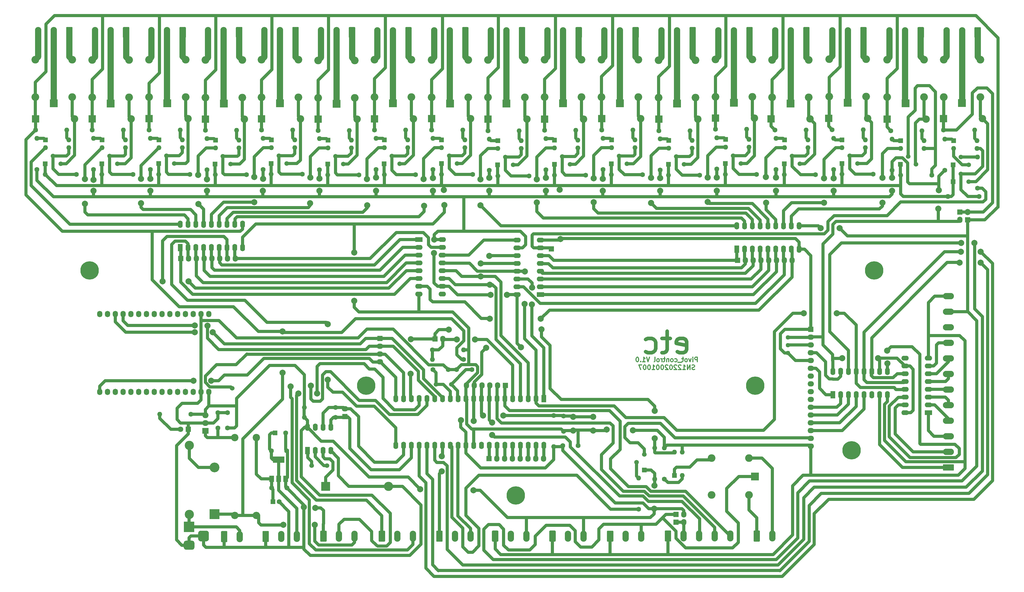
<source format=gbr>
%TF.GenerationSoftware,KiCad,Pcbnew,(5.1.6)-1*%
%TF.CreationDate,2020-12-15T19:54:30+02:00*%
%TF.ProjectId,ThePlatform_MothedahFarm,54686550-6c61-4746-966f-726d5f4d6f74,rev?*%
%TF.SameCoordinates,Original*%
%TF.FileFunction,Copper,L2,Bot*%
%TF.FilePolarity,Positive*%
%FSLAX46Y46*%
G04 Gerber Fmt 4.6, Leading zero omitted, Abs format (unit mm)*
G04 Created by KiCad (PCBNEW (5.1.6)-1) date 2020-12-15 19:54:30*
%MOMM*%
%LPD*%
G01*
G04 APERTURE LIST*
%TA.AperFunction,NonConductor*%
%ADD10C,0.300000*%
%TD*%
%TA.AperFunction,NonConductor*%
%ADD11C,1.200000*%
%TD*%
%TA.AperFunction,ComponentPad*%
%ADD12O,2.080000X3.600000*%
%TD*%
%TA.AperFunction,ComponentPad*%
%ADD13R,2.500000X2.500000*%
%TD*%
%TA.AperFunction,ComponentPad*%
%ADD14O,2.500000X2.500000*%
%TD*%
%TA.AperFunction,ComponentPad*%
%ADD15C,1.500000*%
%TD*%
%TA.AperFunction,ComponentPad*%
%ADD16R,1.500000X1.500000*%
%TD*%
%TA.AperFunction,ComponentPad*%
%ADD17R,1.600000X2.400000*%
%TD*%
%TA.AperFunction,ComponentPad*%
%ADD18O,1.600000X2.400000*%
%TD*%
%TA.AperFunction,ComponentPad*%
%ADD19C,3.000000*%
%TD*%
%TA.AperFunction,ComponentPad*%
%ADD20R,3.000000X3.000000*%
%TD*%
%TA.AperFunction,ComponentPad*%
%ADD21R,1.700000X1.700000*%
%TD*%
%TA.AperFunction,ComponentPad*%
%ADD22O,1.700000X2.100000*%
%TD*%
%TA.AperFunction,ComponentPad*%
%ADD23R,2.400000X2.400000*%
%TD*%
%TA.AperFunction,ComponentPad*%
%ADD24O,2.400000X2.400000*%
%TD*%
%TA.AperFunction,ComponentPad*%
%ADD25O,1.600000X1.600000*%
%TD*%
%TA.AperFunction,ComponentPad*%
%ADD26C,1.600000*%
%TD*%
%TA.AperFunction,ComponentPad*%
%ADD27R,1.600000X1.600000*%
%TD*%
%TA.AperFunction,ComponentPad*%
%ADD28O,3.200000X3.200000*%
%TD*%
%TA.AperFunction,ComponentPad*%
%ADD29R,3.200000X3.200000*%
%TD*%
%TA.AperFunction,ComponentPad*%
%ADD30R,1.800000X1.800000*%
%TD*%
%TA.AperFunction,ComponentPad*%
%ADD31C,1.800000*%
%TD*%
%TA.AperFunction,ComponentPad*%
%ADD32R,3.500000X3.500000*%
%TD*%
%TA.AperFunction,ComponentPad*%
%ADD33O,3.600000X2.080000*%
%TD*%
%TA.AperFunction,ComponentPad*%
%ADD34C,2.400000*%
%TD*%
%TA.AperFunction,ComponentPad*%
%ADD35C,2.000000*%
%TD*%
%TA.AperFunction,ComponentPad*%
%ADD36R,2.000000X1.905000*%
%TD*%
%TA.AperFunction,ComponentPad*%
%ADD37O,2.000000X1.905000*%
%TD*%
%TA.AperFunction,SMDPad,CuDef*%
%ADD38R,3.800000X2.000000*%
%TD*%
%TA.AperFunction,SMDPad,CuDef*%
%ADD39R,1.500000X2.000000*%
%TD*%
%TA.AperFunction,ComponentPad*%
%ADD40O,2.400000X1.600000*%
%TD*%
%TA.AperFunction,ComponentPad*%
%ADD41R,2.400000X1.600000*%
%TD*%
%TA.AperFunction,ComponentPad*%
%ADD42O,2.100000X1.700000*%
%TD*%
%TA.AperFunction,ComponentPad*%
%ADD43C,1.440000*%
%TD*%
%TA.AperFunction,ComponentPad*%
%ADD44C,6.000000*%
%TD*%
%TA.AperFunction,ComponentPad*%
%ADD45C,1.524000*%
%TD*%
%TA.AperFunction,ViaPad*%
%ADD46C,2.000000*%
%TD*%
%TA.AperFunction,Conductor*%
%ADD47C,1.000000*%
%TD*%
%TA.AperFunction,Conductor*%
%ADD48C,0.250000*%
%TD*%
%TA.AperFunction,Conductor*%
%ADD49C,2.000000*%
%TD*%
G04 APERTURE END LIST*
D10*
X271274285Y-166983571D02*
X271274285Y-165483571D01*
X270702857Y-165483571D01*
X270560000Y-165555000D01*
X270488571Y-165626428D01*
X270417142Y-165769285D01*
X270417142Y-165983571D01*
X270488571Y-166126428D01*
X270560000Y-166197857D01*
X270702857Y-166269285D01*
X271274285Y-166269285D01*
X269774285Y-166983571D02*
X269774285Y-165983571D01*
X269774285Y-165483571D02*
X269845714Y-165555000D01*
X269774285Y-165626428D01*
X269702857Y-165555000D01*
X269774285Y-165483571D01*
X269774285Y-165626428D01*
X269202857Y-165983571D02*
X268845714Y-166983571D01*
X268488571Y-165983571D01*
X267702857Y-166983571D02*
X267845714Y-166912142D01*
X267917142Y-166840714D01*
X267988571Y-166697857D01*
X267988571Y-166269285D01*
X267917142Y-166126428D01*
X267845714Y-166055000D01*
X267702857Y-165983571D01*
X267488571Y-165983571D01*
X267345714Y-166055000D01*
X267274285Y-166126428D01*
X267202857Y-166269285D01*
X267202857Y-166697857D01*
X267274285Y-166840714D01*
X267345714Y-166912142D01*
X267488571Y-166983571D01*
X267702857Y-166983571D01*
X266774285Y-165983571D02*
X266202857Y-165983571D01*
X266560000Y-165483571D02*
X266560000Y-166769285D01*
X266488571Y-166912142D01*
X266345714Y-166983571D01*
X266202857Y-166983571D01*
X266060000Y-167126428D02*
X264917142Y-167126428D01*
X263917142Y-166912142D02*
X264060000Y-166983571D01*
X264345714Y-166983571D01*
X264488571Y-166912142D01*
X264560000Y-166840714D01*
X264631428Y-166697857D01*
X264631428Y-166269285D01*
X264560000Y-166126428D01*
X264488571Y-166055000D01*
X264345714Y-165983571D01*
X264060000Y-165983571D01*
X263917142Y-166055000D01*
X263060000Y-166983571D02*
X263202857Y-166912142D01*
X263274285Y-166840714D01*
X263345714Y-166697857D01*
X263345714Y-166269285D01*
X263274285Y-166126428D01*
X263202857Y-166055000D01*
X263060000Y-165983571D01*
X262845714Y-165983571D01*
X262702857Y-166055000D01*
X262631428Y-166126428D01*
X262560000Y-166269285D01*
X262560000Y-166697857D01*
X262631428Y-166840714D01*
X262702857Y-166912142D01*
X262845714Y-166983571D01*
X263060000Y-166983571D01*
X261917142Y-165983571D02*
X261917142Y-166983571D01*
X261917142Y-166126428D02*
X261845714Y-166055000D01*
X261702857Y-165983571D01*
X261488571Y-165983571D01*
X261345714Y-166055000D01*
X261274285Y-166197857D01*
X261274285Y-166983571D01*
X260774285Y-165983571D02*
X260202857Y-165983571D01*
X260560000Y-165483571D02*
X260560000Y-166769285D01*
X260488571Y-166912142D01*
X260345714Y-166983571D01*
X260202857Y-166983571D01*
X259702857Y-166983571D02*
X259702857Y-165983571D01*
X259702857Y-166269285D02*
X259631428Y-166126428D01*
X259560000Y-166055000D01*
X259417142Y-165983571D01*
X259274285Y-165983571D01*
X258560000Y-166983571D02*
X258702857Y-166912142D01*
X258774285Y-166840714D01*
X258845714Y-166697857D01*
X258845714Y-166269285D01*
X258774285Y-166126428D01*
X258702857Y-166055000D01*
X258560000Y-165983571D01*
X258345714Y-165983571D01*
X258202857Y-166055000D01*
X258131428Y-166126428D01*
X258060000Y-166269285D01*
X258060000Y-166697857D01*
X258131428Y-166840714D01*
X258202857Y-166912142D01*
X258345714Y-166983571D01*
X258560000Y-166983571D01*
X257202857Y-166983571D02*
X257345714Y-166912142D01*
X257417142Y-166769285D01*
X257417142Y-165483571D01*
X255702857Y-165483571D02*
X255202857Y-166983571D01*
X254702857Y-165483571D01*
X253417142Y-166983571D02*
X254274285Y-166983571D01*
X253845714Y-166983571D02*
X253845714Y-165483571D01*
X253988571Y-165697857D01*
X254131428Y-165840714D01*
X254274285Y-165912142D01*
X252774285Y-166840714D02*
X252702857Y-166912142D01*
X252774285Y-166983571D01*
X252845714Y-166912142D01*
X252774285Y-166840714D01*
X252774285Y-166983571D01*
X251774285Y-165483571D02*
X251631428Y-165483571D01*
X251488571Y-165555000D01*
X251417142Y-165626428D01*
X251345714Y-165769285D01*
X251274285Y-166055000D01*
X251274285Y-166412142D01*
X251345714Y-166697857D01*
X251417142Y-166840714D01*
X251488571Y-166912142D01*
X251631428Y-166983571D01*
X251774285Y-166983571D01*
X251917142Y-166912142D01*
X251988571Y-166840714D01*
X252060000Y-166697857D01*
X252131428Y-166412142D01*
X252131428Y-166055000D01*
X252060000Y-165769285D01*
X251988571Y-165626428D01*
X251917142Y-165555000D01*
X251774285Y-165483571D01*
X270381428Y-169462142D02*
X270167142Y-169533571D01*
X269810000Y-169533571D01*
X269667142Y-169462142D01*
X269595714Y-169390714D01*
X269524285Y-169247857D01*
X269524285Y-169105000D01*
X269595714Y-168962142D01*
X269667142Y-168890714D01*
X269810000Y-168819285D01*
X270095714Y-168747857D01*
X270238571Y-168676428D01*
X270310000Y-168605000D01*
X270381428Y-168462142D01*
X270381428Y-168319285D01*
X270310000Y-168176428D01*
X270238571Y-168105000D01*
X270095714Y-168033571D01*
X269738571Y-168033571D01*
X269524285Y-168105000D01*
X268881428Y-169533571D02*
X268881428Y-168033571D01*
X268024285Y-169533571D01*
X268024285Y-168033571D01*
X266524285Y-169533571D02*
X267381428Y-169533571D01*
X266952857Y-169533571D02*
X266952857Y-168033571D01*
X267095714Y-168247857D01*
X267238571Y-168390714D01*
X267381428Y-168462142D01*
X265952857Y-168176428D02*
X265881428Y-168105000D01*
X265738571Y-168033571D01*
X265381428Y-168033571D01*
X265238571Y-168105000D01*
X265167142Y-168176428D01*
X265095714Y-168319285D01*
X265095714Y-168462142D01*
X265167142Y-168676428D01*
X266024285Y-169533571D01*
X265095714Y-169533571D01*
X264524285Y-168176428D02*
X264452857Y-168105000D01*
X264310000Y-168033571D01*
X263952857Y-168033571D01*
X263810000Y-168105000D01*
X263738571Y-168176428D01*
X263667142Y-168319285D01*
X263667142Y-168462142D01*
X263738571Y-168676428D01*
X264595714Y-169533571D01*
X263667142Y-169533571D01*
X262738571Y-168033571D02*
X262595714Y-168033571D01*
X262452857Y-168105000D01*
X262381428Y-168176428D01*
X262310000Y-168319285D01*
X262238571Y-168605000D01*
X262238571Y-168962142D01*
X262310000Y-169247857D01*
X262381428Y-169390714D01*
X262452857Y-169462142D01*
X262595714Y-169533571D01*
X262738571Y-169533571D01*
X262881428Y-169462142D01*
X262952857Y-169390714D01*
X263024285Y-169247857D01*
X263095714Y-168962142D01*
X263095714Y-168605000D01*
X263024285Y-168319285D01*
X262952857Y-168176428D01*
X262881428Y-168105000D01*
X262738571Y-168033571D01*
X261667142Y-168176428D02*
X261595714Y-168105000D01*
X261452857Y-168033571D01*
X261095714Y-168033571D01*
X260952857Y-168105000D01*
X260881428Y-168176428D01*
X260810000Y-168319285D01*
X260810000Y-168462142D01*
X260881428Y-168676428D01*
X261738571Y-169533571D01*
X260810000Y-169533571D01*
X259881428Y-168033571D02*
X259738571Y-168033571D01*
X259595714Y-168105000D01*
X259524285Y-168176428D01*
X259452857Y-168319285D01*
X259381428Y-168605000D01*
X259381428Y-168962142D01*
X259452857Y-169247857D01*
X259524285Y-169390714D01*
X259595714Y-169462142D01*
X259738571Y-169533571D01*
X259881428Y-169533571D01*
X260024285Y-169462142D01*
X260095714Y-169390714D01*
X260167142Y-169247857D01*
X260238571Y-168962142D01*
X260238571Y-168605000D01*
X260167142Y-168319285D01*
X260095714Y-168176428D01*
X260024285Y-168105000D01*
X259881428Y-168033571D01*
X258452857Y-168033571D02*
X258310000Y-168033571D01*
X258167142Y-168105000D01*
X258095714Y-168176428D01*
X258024285Y-168319285D01*
X257952857Y-168605000D01*
X257952857Y-168962142D01*
X258024285Y-169247857D01*
X258095714Y-169390714D01*
X258167142Y-169462142D01*
X258310000Y-169533571D01*
X258452857Y-169533571D01*
X258595714Y-169462142D01*
X258667142Y-169390714D01*
X258738571Y-169247857D01*
X258810000Y-168962142D01*
X258810000Y-168605000D01*
X258738571Y-168319285D01*
X258667142Y-168176428D01*
X258595714Y-168105000D01*
X258452857Y-168033571D01*
X256524285Y-169533571D02*
X257381428Y-169533571D01*
X256952857Y-169533571D02*
X256952857Y-168033571D01*
X257095714Y-168247857D01*
X257238571Y-168390714D01*
X257381428Y-168462142D01*
X255595714Y-168033571D02*
X255452857Y-168033571D01*
X255310000Y-168105000D01*
X255238571Y-168176428D01*
X255167142Y-168319285D01*
X255095714Y-168605000D01*
X255095714Y-168962142D01*
X255167142Y-169247857D01*
X255238571Y-169390714D01*
X255310000Y-169462142D01*
X255452857Y-169533571D01*
X255595714Y-169533571D01*
X255738571Y-169462142D01*
X255810000Y-169390714D01*
X255881428Y-169247857D01*
X255952857Y-168962142D01*
X255952857Y-168605000D01*
X255881428Y-168319285D01*
X255810000Y-168176428D01*
X255738571Y-168105000D01*
X255595714Y-168033571D01*
X254167142Y-168033571D02*
X254024285Y-168033571D01*
X253881428Y-168105000D01*
X253810000Y-168176428D01*
X253738571Y-168319285D01*
X253667142Y-168605000D01*
X253667142Y-168962142D01*
X253738571Y-169247857D01*
X253810000Y-169390714D01*
X253881428Y-169462142D01*
X254024285Y-169533571D01*
X254167142Y-169533571D01*
X254310000Y-169462142D01*
X254381428Y-169390714D01*
X254452857Y-169247857D01*
X254524285Y-168962142D01*
X254524285Y-168605000D01*
X254452857Y-168319285D01*
X254381428Y-168176428D01*
X254310000Y-168105000D01*
X254167142Y-168033571D01*
X253167142Y-168033571D02*
X252167142Y-168033571D01*
X252810000Y-169533571D01*
D11*
X264746666Y-163673333D02*
X265413333Y-164006666D01*
X266746666Y-164006666D01*
X267413333Y-163673333D01*
X267746666Y-163006666D01*
X267746666Y-160340000D01*
X267413333Y-159673333D01*
X266746666Y-159340000D01*
X265413333Y-159340000D01*
X264746666Y-159673333D01*
X264413333Y-160340000D01*
X264413333Y-161006666D01*
X267746666Y-161673333D01*
X262413333Y-159340000D02*
X259746666Y-159340000D01*
X261413333Y-157006666D02*
X261413333Y-163006666D01*
X261080000Y-163673333D01*
X260413333Y-164006666D01*
X259746666Y-164006666D01*
X254413333Y-163673333D02*
X255080000Y-164006666D01*
X256413333Y-164006666D01*
X257080000Y-163673333D01*
X257413333Y-163340000D01*
X257746666Y-162673333D01*
X257746666Y-160673333D01*
X257413333Y-160006666D01*
X257080000Y-159673333D01*
X256413333Y-159340000D01*
X255080000Y-159340000D01*
X254413333Y-159673333D01*
D12*
%TO.P,J20,3*%
%TO.N,/5V*%
X234196920Y-223857280D03*
%TO.P,J20,2*%
%TO.N,Net-(J20-Pad2)*%
X229116920Y-223857280D03*
%TO.P,J20,1*%
%TO.N,/GND*%
%TA.AperFunction,ComponentPad*%
G36*
G01*
X222996920Y-225407281D02*
X222996920Y-222307279D01*
G75*
G02*
X223246919Y-222057280I249999J0D01*
G01*
X224826921Y-222057280D01*
G75*
G02*
X225076920Y-222307279I0J-249999D01*
G01*
X225076920Y-225407281D01*
G75*
G02*
X224826921Y-225657280I-249999J0D01*
G01*
X223246919Y-225657280D01*
G75*
G02*
X222996920Y-225407281I0J249999D01*
G01*
G37*
%TD.AperFunction*%
%TD*%
D13*
%TO.P,K18,1*%
%TO.N,/12V*%
X290092160Y-204375480D03*
D14*
%TO.P,K18,2*%
%TO.N,/N*%
X288092160Y-198375480D03*
%TO.P,K18,3*%
%TO.N,Net-(K18-Pad3)*%
X275892160Y-198375480D03*
%TO.P,K18,4*%
%TO.N,Net-(K18-Pad4)*%
X275892160Y-210375480D03*
%TO.P,K18,5*%
%TO.N,/110V*%
X288092160Y-210375480D03*
%TD*%
D15*
%TO.P,Q19,2*%
%TO.N,Net-(Q19-Pad2)*%
X251461300Y-199732360D03*
%TO.P,Q19,3*%
%TO.N,/LCD_BKL*%
X254001300Y-197192360D03*
D16*
%TO.P,Q19,1*%
%TO.N,/5V*%
X254001300Y-202272360D03*
%TD*%
%TO.P,J39,1*%
%TO.N,/GND*%
%TA.AperFunction,ComponentPad*%
G36*
G01*
X260657500Y-225364101D02*
X260657500Y-222264099D01*
G75*
G02*
X260907499Y-222014100I249999J0D01*
G01*
X262487501Y-222014100D01*
G75*
G02*
X262737500Y-222264099I0J-249999D01*
G01*
X262737500Y-225364101D01*
G75*
G02*
X262487501Y-225614100I-249999J0D01*
G01*
X260907499Y-225614100D01*
G75*
G02*
X260657500Y-225364101I0J249999D01*
G01*
G37*
%TD.AperFunction*%
D12*
%TO.P,J39,2*%
%TO.N,/jum*%
X266777500Y-223814100D03*
%TO.P,J39,3*%
%TO.N,/SCK*%
X271857500Y-223814100D03*
%TO.P,J39,4*%
%TO.N,/MISO*%
X276937500Y-223814100D03*
%TO.P,J39,5*%
%TO.N,/MOSI*%
X282017500Y-223814100D03*
%TD*%
D17*
%TO.P,U3,1*%
%TO.N,/SER_RELAYS*%
X221220060Y-178985640D03*
D18*
%TO.P,U3,21*%
%TO.N,/REL_15*%
X172960060Y-194225640D03*
%TO.P,U3,2*%
%TO.N,/EN_SR*%
X218680060Y-178985640D03*
%TO.P,U3,22*%
%TO.N,/RTC_SCL*%
X175500060Y-194225640D03*
%TO.P,U3,3*%
%TO.N,/RCLK_RELAYS*%
X216140060Y-178985640D03*
%TO.P,U3,23*%
%TO.N,/RTC_SDA*%
X178040060Y-194225640D03*
%TO.P,U3,4*%
%TO.N,/SCK_RELAYS*%
X213600060Y-178985640D03*
%TO.P,U3,24*%
%TO.N,/RCLK*%
X180580060Y-194225640D03*
%TO.P,U3,5*%
%TO.N,/Generator_Indicator*%
X211060060Y-178985640D03*
%TO.P,U3,25*%
%TO.N,/SRCLK*%
X183120060Y-194225640D03*
%TO.P,U3,6*%
%TO.N,/MOSI*%
X208520060Y-178985640D03*
%TO.P,U3,26*%
%TO.N,/SER*%
X185660060Y-194225640D03*
%TO.P,U3,7*%
%TO.N,/MISO*%
X205980060Y-178985640D03*
%TO.P,U3,27*%
%TO.N,/TX_logger*%
X188200060Y-194225640D03*
%TO.P,U3,8*%
%TO.N,/SCK*%
X203440060Y-178985640D03*
%TO.P,U3,28*%
%TO.N,/EN_BKL*%
X190740060Y-194225640D03*
%TO.P,U3,9*%
%TO.N,/RST*%
X200900060Y-178985640D03*
%TO.P,U3,29*%
%TO.N,/RX_logger*%
X193280060Y-194225640D03*
%TO.P,U3,10*%
%TO.N,/5V*%
X198360060Y-178985640D03*
%TO.P,U3,30*%
X195820060Y-194225640D03*
%TO.P,U3,11*%
%TO.N,/GND*%
X195820060Y-178985640D03*
%TO.P,U3,31*%
X198360060Y-194225640D03*
%TO.P,U3,12*%
%TO.N,Net-(C5-Pad1)*%
X193280060Y-178985640D03*
%TO.P,U3,32*%
%TO.N,Net-(U3-Pad32)*%
X200900060Y-194225640D03*
%TO.P,U3,13*%
%TO.N,Net-(C6-Pad1)*%
X190740060Y-178985640D03*
%TO.P,U3,33*%
%TO.N,/ROW1*%
X203440060Y-194225640D03*
%TO.P,U3,14*%
%TO.N,/RX-MCU*%
X188200060Y-178985640D03*
%TO.P,U3,34*%
%TO.N,/ROW2*%
X205980060Y-194225640D03*
%TO.P,U3,15*%
%TO.N,/TX_MCU*%
X185660060Y-178985640D03*
%TO.P,U3,35*%
%TO.N,/ROW3*%
X208520060Y-194225640D03*
%TO.P,U3,16*%
%TO.N,/TX_Giro*%
X183120060Y-178985640D03*
%TO.P,U3,36*%
%TO.N,/ROW4*%
X211060060Y-194225640D03*
%TO.P,U3,17*%
%TO.N,/RX_Giro*%
X180580060Y-178985640D03*
%TO.P,U3,37*%
%TO.N,/COL1*%
X213600060Y-194225640D03*
%TO.P,U3,18*%
%TO.N,/Manual_Indicator*%
X178040060Y-178985640D03*
%TO.P,U3,38*%
%TO.N,/COL2*%
X216140060Y-194225640D03*
%TO.P,U3,19*%
%TO.N,/BOOT*%
X175500060Y-178985640D03*
%TO.P,U3,39*%
%TO.N,/COL3*%
X218680060Y-194225640D03*
%TO.P,U3,20*%
%TO.N,/EN_ESP32*%
X172960060Y-178985640D03*
%TO.P,U3,40*%
%TO.N,/COL4*%
X221220060Y-194225640D03*
%TD*%
%TO.P,J27,1*%
%TO.N,/GND*%
%TA.AperFunction,ComponentPad*%
G36*
G01*
X129489360Y-225519041D02*
X129489360Y-222419039D01*
G75*
G02*
X129739359Y-222169040I249999J0D01*
G01*
X131319361Y-222169040D01*
G75*
G02*
X131569360Y-222419039I0J-249999D01*
G01*
X131569360Y-225519041D01*
G75*
G02*
X131319361Y-225769040I-249999J0D01*
G01*
X129739359Y-225769040D01*
G75*
G02*
X129489360Y-225519041I0J249999D01*
G01*
G37*
%TD.AperFunction*%
D12*
%TO.P,J27,2*%
%TO.N,Net-(J27-Pad2)*%
X135609360Y-223969040D03*
%TO.P,J27,3*%
%TO.N,/3.3V*%
X140689360Y-223969040D03*
%TD*%
%TO.P,J36,3*%
%TO.N,/12V*%
X159526000Y-223877600D03*
%TO.P,J36,2*%
%TO.N,/5V*%
X154446000Y-223877600D03*
%TO.P,J36,1*%
%TO.N,/GND*%
%TA.AperFunction,ComponentPad*%
G36*
G01*
X148326000Y-225427601D02*
X148326000Y-222327599D01*
G75*
G02*
X148575999Y-222077600I249999J0D01*
G01*
X150156001Y-222077600D01*
G75*
G02*
X150406000Y-222327599I0J-249999D01*
G01*
X150406000Y-225427601D01*
G75*
G02*
X150156001Y-225677600I-249999J0D01*
G01*
X148575999Y-225677600D01*
G75*
G02*
X148326000Y-225427601I0J249999D01*
G01*
G37*
%TD.AperFunction*%
%TD*%
%TO.P,J35,1*%
%TO.N,/RX_Giro*%
%TA.AperFunction,ComponentPad*%
G36*
G01*
X167376000Y-225427601D02*
X167376000Y-222327599D01*
G75*
G02*
X167625999Y-222077600I249999J0D01*
G01*
X169206001Y-222077600D01*
G75*
G02*
X169456000Y-222327599I0J-249999D01*
G01*
X169456000Y-225427601D01*
G75*
G02*
X169206001Y-225677600I-249999J0D01*
G01*
X167625999Y-225677600D01*
G75*
G02*
X167376000Y-225427601I0J249999D01*
G01*
G37*
%TD.AperFunction*%
%TO.P,J35,2*%
%TO.N,Net-(J35-Pad2)*%
X173496000Y-223877600D03*
%TO.P,J35,3*%
%TO.N,/TX_Giro*%
X178576000Y-223877600D03*
%TD*%
D19*
%TO.P,BT1,2*%
%TO.N,/GND*%
X170579900Y-207606360D03*
D20*
%TO.P,BT1,1*%
%TO.N,Net-(BT1-Pad1)*%
X150089900Y-207606360D03*
%TD*%
D17*
%TO.P,U25,1*%
%TO.N,Net-(U25-Pad1)*%
X144146300Y-195973160D03*
D18*
%TO.P,U25,5*%
%TO.N,/RTC_SDA*%
X151766300Y-188353160D03*
%TO.P,U25,2*%
%TO.N,Net-(U25-Pad2)*%
X146686300Y-195973160D03*
%TO.P,U25,6*%
%TO.N,/RTC_SCL*%
X149226300Y-188353160D03*
%TO.P,U25,3*%
%TO.N,Net-(BT1-Pad1)*%
X149226300Y-195973160D03*
%TO.P,U25,7*%
%TO.N,Net-(U25-Pad7)*%
X146686300Y-188353160D03*
%TO.P,U25,4*%
%TO.N,/GND*%
X151766300Y-195973160D03*
%TO.P,U25,8*%
%TO.N,/5V*%
X144146300Y-188353160D03*
%TD*%
D21*
%TO.P,J28,1*%
%TO.N,/JUM*%
X356873840Y-118157720D03*
D22*
%TO.P,J28,2*%
X359413840Y-118157720D03*
%TD*%
D17*
%TO.P,U24,1*%
%TO.N,/E*%
X315421040Y-177700400D03*
D18*
%TO.P,U24,9*%
%TO.N,Net-(U23-Pad14)*%
X333201040Y-170080400D03*
%TO.P,U24,2*%
%TO.N,/DB4*%
X317961040Y-177700400D03*
%TO.P,U24,10*%
%TO.N,/5V*%
X330661040Y-170080400D03*
%TO.P,U24,3*%
%TO.N,/DB5*%
X320501040Y-177700400D03*
%TO.P,U24,11*%
%TO.N,/SRCLK*%
X328121040Y-170080400D03*
%TO.P,U24,4*%
%TO.N,/DB6*%
X323041040Y-177700400D03*
%TO.P,U24,12*%
%TO.N,/RCLK*%
X325581040Y-170080400D03*
%TO.P,U24,5*%
%TO.N,/DB7*%
X325581040Y-177700400D03*
%TO.P,U24,13*%
%TO.N,/EN_SR*%
X323041040Y-170080400D03*
%TO.P,U24,6*%
%TO.N,Net-(U24-Pad6)*%
X328121040Y-177700400D03*
%TO.P,U24,14*%
%TO.N,/SER*%
X320501040Y-170080400D03*
%TO.P,U24,7*%
%TO.N,/REL_17*%
X330661040Y-177700400D03*
%TO.P,U24,15*%
%TO.N,/RS*%
X317961040Y-170080400D03*
%TO.P,U24,8*%
%TO.N,/GND*%
X333201040Y-177700400D03*
%TO.P,U24,16*%
%TO.N,/5V*%
X315421040Y-170080400D03*
%TD*%
D22*
%TO.P,U26,1*%
%TO.N,Net-(U26-Pad1)*%
X112030000Y-151420000D03*
%TO.P,U26,2*%
%TO.N,/GND*%
X109490000Y-151420000D03*
%TO.P,U26,3*%
%TO.N,Net-(U26-Pad3)*%
X106950000Y-151420000D03*
%TO.P,U26,4*%
%TO.N,Net-(U26-Pad4)*%
X104410000Y-151420000D03*
%TO.P,U26,5*%
%TO.N,Net-(U26-Pad5)*%
X101870000Y-151420000D03*
%TO.P,U26,6*%
%TO.N,/RX_ESP_2*%
X99330000Y-151420000D03*
%TO.P,U26,7*%
%TO.N,/TX_ESP_2*%
X96790000Y-151420000D03*
%TO.P,U26,8*%
%TO.N,Net-(U26-Pad8)*%
X94250000Y-151420000D03*
%TO.P,U26,9*%
%TO.N,Net-(U26-Pad9)*%
X91710000Y-151420000D03*
%TO.P,U26,10*%
%TO.N,Net-(U26-Pad10)*%
X89170000Y-151420000D03*
%TO.P,U26,11*%
%TO.N,Net-(U26-Pad11)*%
X86630000Y-151420000D03*
%TO.P,U26,12*%
%TO.N,/TX_MCU*%
X84090000Y-151420000D03*
%TO.P,U26,13*%
%TO.N,/RX-MCU*%
X81550000Y-151420000D03*
%TO.P,U26,14*%
%TO.N,Net-(U26-Pad14)*%
X79010000Y-151420000D03*
%TO.P,U26,15*%
%TO.N,Net-(U26-Pad15)*%
X76470000Y-151420000D03*
%TO.P,U26,16*%
%TO.N,/5V*%
X112030000Y-176820000D03*
%TO.P,U26,17*%
%TO.N,/GND*%
X109490000Y-176820000D03*
%TO.P,U26,18*%
%TO.N,Net-(U26-Pad18)*%
X106950000Y-176820000D03*
%TO.P,U26,19*%
%TO.N,Net-(U26-Pad19)*%
X104410000Y-176820000D03*
%TO.P,U26,20*%
%TO.N,Net-(U26-Pad20)*%
X101870000Y-176820000D03*
%TO.P,U26,21*%
%TO.N,Net-(U26-Pad21)*%
X99330000Y-176820000D03*
%TO.P,U26,22*%
%TO.N,Net-(U26-Pad22)*%
X96790000Y-176820000D03*
%TO.P,U26,23*%
%TO.N,Net-(U26-Pad23)*%
X94250000Y-176820000D03*
%TO.P,U26,24*%
%TO.N,Net-(U26-Pad24)*%
X91710000Y-176820000D03*
%TO.P,U26,25*%
%TO.N,Net-(U26-Pad25)*%
X89170000Y-176820000D03*
%TO.P,U26,26*%
%TO.N,Net-(U26-Pad26)*%
X86630000Y-176820000D03*
%TO.P,U26,27*%
%TO.N,Net-(U26-Pad27)*%
X84090000Y-176820000D03*
%TO.P,U26,28*%
%TO.N,Net-(U26-Pad28)*%
X81550000Y-176820000D03*
%TO.P,U26,29*%
%TO.N,Net-(U26-Pad29)*%
X79010000Y-176820000D03*
%TO.P,U26,30*%
%TO.N,/EN_ESP32*%
X76470000Y-176820000D03*
%TD*%
D13*
%TO.P,K5,1*%
%TO.N,/COM0*%
X357567260Y-82592640D03*
D14*
%TO.P,K5,2*%
%TO.N,Net-(D7-Pad2)*%
X363567260Y-80592640D03*
%TO.P,K5,3*%
%TO.N,/NO0*%
X363567260Y-68392640D03*
%TO.P,K5,4*%
%TO.N,/NC0*%
X351567260Y-68392640D03*
%TO.P,K5,5*%
%TO.N,/JUM*%
X351567260Y-80592640D03*
%TD*%
D23*
%TO.P,D3,1*%
%TO.N,/12V*%
X333107060Y-87786940D03*
D24*
%TO.P,D3,2*%
%TO.N,Net-(D3-Pad2)*%
X345807060Y-87786940D03*
%TD*%
%TO.P,J5,1*%
%TO.N,/NO1*%
%TA.AperFunction,ComponentPad*%
G36*
G01*
X345132560Y-58042939D02*
X345132560Y-61142941D01*
G75*
G02*
X344882561Y-61392940I-249999J0D01*
G01*
X343302559Y-61392940D01*
G75*
G02*
X343052560Y-61142941I0J249999D01*
G01*
X343052560Y-58042939D01*
G75*
G02*
X343302559Y-57792940I249999J0D01*
G01*
X344882561Y-57792940D01*
G75*
G02*
X345132560Y-58042939I0J-249999D01*
G01*
G37*
%TD.AperFunction*%
D12*
%TO.P,J5,2*%
%TO.N,/COM1*%
X339012560Y-59592940D03*
%TO.P,J5,3*%
%TO.N,/NC1*%
X333932560Y-59592940D03*
%TD*%
D25*
%TO.P,R6,2*%
%TO.N,Net-(R6-Pad2)*%
X334758060Y-94327440D03*
D26*
%TO.P,R6,1*%
%TO.N,/5V*%
X334758060Y-104487440D03*
%TD*%
%TO.P,R16,1*%
%TO.N,Net-(Q2-Pad2)*%
X347712060Y-106138440D03*
D25*
%TO.P,R16,2*%
%TO.N,/GND*%
X337552060Y-106138440D03*
%TD*%
D13*
%TO.P,K1,1*%
%TO.N,/COM1*%
X339139560Y-82643440D03*
D14*
%TO.P,K1,2*%
%TO.N,Net-(D3-Pad2)*%
X345139560Y-80643440D03*
%TO.P,K1,3*%
%TO.N,/NO1*%
X345139560Y-68443440D03*
%TO.P,K1,4*%
%TO.N,/NC1*%
X333139560Y-68443440D03*
%TO.P,K1,5*%
%TO.N,/12V*%
X333139560Y-80643440D03*
%TD*%
D15*
%TO.P,Q2,2*%
%TO.N,Net-(Q2-Pad2)*%
X340028560Y-100042440D03*
%TO.P,Q2,3*%
%TO.N,Net-(D3-Pad2)*%
X342568560Y-102582440D03*
D16*
%TO.P,Q2,1*%
%TO.N,/GND*%
X337488560Y-102582440D03*
%TD*%
D26*
%TO.P,R15,1*%
%TO.N,/12V*%
X334313560Y-91596940D03*
D25*
%TO.P,R15,2*%
%TO.N,Net-(R15-Pad2)*%
X344473560Y-91596940D03*
%TD*%
D27*
%TO.P,U4,1*%
%TO.N,Net-(R6-Pad2)*%
X337552060Y-94835440D03*
D25*
%TO.P,U4,3*%
%TO.N,Net-(Q2-Pad2)*%
X345172060Y-97375440D03*
%TO.P,U4,2*%
%TO.N,/REL_UL_1*%
X337552060Y-97375440D03*
%TO.P,U4,4*%
%TO.N,Net-(R15-Pad2)*%
X345172060Y-94835440D03*
%TD*%
D26*
%TO.P,C1,1*%
%TO.N,Net-(C1-Pad1)*%
X114946460Y-188584300D03*
%TO.P,C1,2*%
%TO.N,/GND*%
X114946460Y-183584300D03*
%TD*%
%TO.P,C2,2*%
%TO.N,/GND*%
X118096060Y-183584300D03*
%TO.P,C2,1*%
%TO.N,/5V*%
X118096060Y-188584300D03*
%TD*%
%TO.P,C3,1*%
%TO.N,Net-(C3-Pad1)*%
X132450000Y-208150000D03*
%TO.P,C3,2*%
%TO.N,/GND*%
X137450000Y-208150000D03*
%TD*%
%TO.P,C5,1*%
%TO.N,Net-(C5-Pad1)*%
X197750460Y-169562240D03*
%TO.P,C5,2*%
%TO.N,/GND*%
X192750460Y-169562240D03*
%TD*%
%TO.P,C6,2*%
%TO.N,/GND*%
X190075860Y-169562240D03*
%TO.P,C6,1*%
%TO.N,Net-(C6-Pad1)*%
X185075860Y-169562240D03*
%TD*%
%TO.P,C7,2*%
%TO.N,/RST*%
X227646260Y-184704440D03*
%TO.P,C7,1*%
%TO.N,/GND*%
X227646260Y-189704440D03*
%TD*%
%TO.P,C8,1*%
%TO.N,/5V*%
X227379560Y-194306920D03*
%TO.P,C8,2*%
%TO.N,/GND*%
X232379560Y-194306920D03*
%TD*%
%TO.P,C10,2*%
%TO.N,/GND*%
X137410000Y-195990000D03*
%TO.P,C10,1*%
%TO.N,/3.3V*%
X132410000Y-195990000D03*
%TD*%
D28*
%TO.P,D1,2*%
%TO.N,Net-(D1-Pad2)*%
X113879660Y-201411300D03*
D29*
%TO.P,D1,1*%
%TO.N,/12V*%
X113879660Y-216651300D03*
%TD*%
D30*
%TO.P,D2,1*%
%TO.N,/GND*%
X105269060Y-189016100D03*
D31*
%TO.P,D2,2*%
%TO.N,Net-(D2-Pad2)*%
X102729060Y-189016100D03*
%TD*%
D19*
%TO.P,F1,1*%
%TO.N,Net-(D1-Pad2)*%
X105675460Y-194248500D03*
%TO.P,F1,2*%
%TO.N,Net-(F1-Pad2)*%
X105675460Y-216748500D03*
%TD*%
D32*
%TO.P,J1,1*%
%TO.N,Net-(F1-Pad2)*%
X105573860Y-220816900D03*
%TO.P,J1,2*%
%TO.N,/GND*%
%TA.AperFunction,ComponentPad*%
G36*
G01*
X106573860Y-228316900D02*
X104573860Y-228316900D01*
G75*
G02*
X103823860Y-227566900I0J750000D01*
G01*
X103823860Y-226066900D01*
G75*
G02*
X104573860Y-225316900I750000J0D01*
G01*
X106573860Y-225316900D01*
G75*
G02*
X107323860Y-226066900I0J-750000D01*
G01*
X107323860Y-227566900D01*
G75*
G02*
X106573860Y-228316900I-750000J0D01*
G01*
G37*
%TD.AperFunction*%
%TO.P,J1,3*%
%TA.AperFunction,ComponentPad*%
G36*
G01*
X111148860Y-225566900D02*
X109398860Y-225566900D01*
G75*
G02*
X108523860Y-224691900I0J875000D01*
G01*
X108523860Y-222941900D01*
G75*
G02*
X109398860Y-222066900I875000J0D01*
G01*
X111148860Y-222066900D01*
G75*
G02*
X112023860Y-222941900I0J-875000D01*
G01*
X112023860Y-224691900D01*
G75*
G02*
X111148860Y-225566900I-875000J0D01*
G01*
G37*
%TD.AperFunction*%
%TD*%
D12*
%TO.P,J4,3*%
%TO.N,/NC0*%
X352512660Y-59605640D03*
%TO.P,J4,2*%
%TO.N,/COM0*%
X357592660Y-59605640D03*
%TO.P,J4,1*%
%TO.N,/NO0*%
%TA.AperFunction,ComponentPad*%
G36*
G01*
X363712660Y-58055639D02*
X363712660Y-61155641D01*
G75*
G02*
X363462661Y-61405640I-249999J0D01*
G01*
X361882659Y-61405640D01*
G75*
G02*
X361632660Y-61155641I0J249999D01*
G01*
X361632660Y-58055639D01*
G75*
G02*
X361882659Y-57805640I249999J0D01*
G01*
X363462661Y-57805640D01*
G75*
G02*
X363712660Y-58055639I0J-249999D01*
G01*
G37*
%TD.AperFunction*%
%TD*%
%TO.P,J6,3*%
%TO.N,/NC2*%
X315263560Y-59592940D03*
%TO.P,J6,2*%
%TO.N,/COM2*%
X320343560Y-59592940D03*
%TO.P,J6,1*%
%TO.N,/NO2*%
%TA.AperFunction,ComponentPad*%
G36*
G01*
X326463560Y-58042939D02*
X326463560Y-61142941D01*
G75*
G02*
X326213561Y-61392940I-249999J0D01*
G01*
X324633559Y-61392940D01*
G75*
G02*
X324383560Y-61142941I0J249999D01*
G01*
X324383560Y-58042939D01*
G75*
G02*
X324633559Y-57792940I249999J0D01*
G01*
X326213561Y-57792940D01*
G75*
G02*
X326463560Y-58042939I0J-249999D01*
G01*
G37*
%TD.AperFunction*%
%TD*%
%TO.P,J7,1*%
%TO.N,/NO3*%
%TA.AperFunction,ComponentPad*%
G36*
G01*
X307858060Y-58042939D02*
X307858060Y-61142941D01*
G75*
G02*
X307608061Y-61392940I-249999J0D01*
G01*
X306028059Y-61392940D01*
G75*
G02*
X305778060Y-61142941I0J249999D01*
G01*
X305778060Y-58042939D01*
G75*
G02*
X306028059Y-57792940I249999J0D01*
G01*
X307608061Y-57792940D01*
G75*
G02*
X307858060Y-58042939I0J-249999D01*
G01*
G37*
%TD.AperFunction*%
%TO.P,J7,2*%
%TO.N,/COM3*%
X301738060Y-59592940D03*
%TO.P,J7,3*%
%TO.N,/NC3*%
X296658060Y-59592940D03*
%TD*%
%TO.P,J8,3*%
%TO.N,/NC4*%
X278116060Y-59592940D03*
%TO.P,J8,2*%
%TO.N,/COM4*%
X283196060Y-59592940D03*
%TO.P,J8,1*%
%TO.N,/NO4*%
%TA.AperFunction,ComponentPad*%
G36*
G01*
X289316060Y-58042939D02*
X289316060Y-61142941D01*
G75*
G02*
X289066061Y-61392940I-249999J0D01*
G01*
X287486059Y-61392940D01*
G75*
G02*
X287236060Y-61142941I0J249999D01*
G01*
X287236060Y-58042939D01*
G75*
G02*
X287486059Y-57792940I249999J0D01*
G01*
X289066061Y-57792940D01*
G75*
G02*
X289316060Y-58042939I0J-249999D01*
G01*
G37*
%TD.AperFunction*%
%TD*%
%TO.P,J9,3*%
%TO.N,/NC5*%
X259574060Y-59592940D03*
%TO.P,J9,2*%
%TO.N,/COM5*%
X264654060Y-59592940D03*
%TO.P,J9,1*%
%TO.N,/NO5*%
%TA.AperFunction,ComponentPad*%
G36*
G01*
X270774060Y-58042939D02*
X270774060Y-61142941D01*
G75*
G02*
X270524061Y-61392940I-249999J0D01*
G01*
X268944059Y-61392940D01*
G75*
G02*
X268694060Y-61142941I0J249999D01*
G01*
X268694060Y-58042939D01*
G75*
G02*
X268944059Y-57792940I249999J0D01*
G01*
X270524061Y-57792940D01*
G75*
G02*
X270774060Y-58042939I0J-249999D01*
G01*
G37*
%TD.AperFunction*%
%TD*%
%TO.P,J10,1*%
%TO.N,/NO6*%
%TA.AperFunction,ComponentPad*%
G36*
G01*
X252168560Y-58042939D02*
X252168560Y-61142941D01*
G75*
G02*
X251918561Y-61392940I-249999J0D01*
G01*
X250338559Y-61392940D01*
G75*
G02*
X250088560Y-61142941I0J249999D01*
G01*
X250088560Y-58042939D01*
G75*
G02*
X250338559Y-57792940I249999J0D01*
G01*
X251918561Y-57792940D01*
G75*
G02*
X252168560Y-58042939I0J-249999D01*
G01*
G37*
%TD.AperFunction*%
%TO.P,J10,2*%
%TO.N,/COM6*%
X246048560Y-59592940D03*
%TO.P,J10,3*%
%TO.N,/NC6*%
X240968560Y-59592940D03*
%TD*%
%TO.P,J11,3*%
%TO.N,/NC7*%
X222426560Y-59592940D03*
%TO.P,J11,2*%
%TO.N,/COM7*%
X227506560Y-59592940D03*
%TO.P,J11,1*%
%TO.N,/NO7*%
%TA.AperFunction,ComponentPad*%
G36*
G01*
X233626560Y-58042939D02*
X233626560Y-61142941D01*
G75*
G02*
X233376561Y-61392940I-249999J0D01*
G01*
X231796559Y-61392940D01*
G75*
G02*
X231546560Y-61142941I0J249999D01*
G01*
X231546560Y-58042939D01*
G75*
G02*
X231796559Y-57792940I249999J0D01*
G01*
X233376561Y-57792940D01*
G75*
G02*
X233626560Y-58042939I0J-249999D01*
G01*
G37*
%TD.AperFunction*%
%TD*%
%TO.P,J12,3*%
%TO.N,/NC8*%
X203948060Y-59592940D03*
%TO.P,J12,2*%
%TO.N,/COM8*%
X209028060Y-59592940D03*
%TO.P,J12,1*%
%TO.N,/NO8*%
%TA.AperFunction,ComponentPad*%
G36*
G01*
X215148060Y-58042939D02*
X215148060Y-61142941D01*
G75*
G02*
X214898061Y-61392940I-249999J0D01*
G01*
X213318059Y-61392940D01*
G75*
G02*
X213068060Y-61142941I0J249999D01*
G01*
X213068060Y-58042939D01*
G75*
G02*
X213318059Y-57792940I249999J0D01*
G01*
X214898061Y-57792940D01*
G75*
G02*
X215148060Y-58042939I0J-249999D01*
G01*
G37*
%TD.AperFunction*%
%TD*%
%TO.P,J13,1*%
%TO.N,/NO9*%
%TA.AperFunction,ComponentPad*%
G36*
G01*
X196669560Y-58042939D02*
X196669560Y-61142941D01*
G75*
G02*
X196419561Y-61392940I-249999J0D01*
G01*
X194839559Y-61392940D01*
G75*
G02*
X194589560Y-61142941I0J249999D01*
G01*
X194589560Y-58042939D01*
G75*
G02*
X194839559Y-57792940I249999J0D01*
G01*
X196419561Y-57792940D01*
G75*
G02*
X196669560Y-58042939I0J-249999D01*
G01*
G37*
%TD.AperFunction*%
%TO.P,J13,2*%
%TO.N,/COM9*%
X190549560Y-59592940D03*
%TO.P,J13,3*%
%TO.N,/NC9*%
X185469560Y-59592940D03*
%TD*%
%TO.P,J14,3*%
%TO.N,/NC10*%
X166927560Y-59592940D03*
%TO.P,J14,2*%
%TO.N,/COM10*%
X172007560Y-59592940D03*
%TO.P,J14,1*%
%TO.N,/NO10*%
%TA.AperFunction,ComponentPad*%
G36*
G01*
X178127560Y-58042939D02*
X178127560Y-61142941D01*
G75*
G02*
X177877561Y-61392940I-249999J0D01*
G01*
X176297559Y-61392940D01*
G75*
G02*
X176047560Y-61142941I0J249999D01*
G01*
X176047560Y-58042939D01*
G75*
G02*
X176297559Y-57792940I249999J0D01*
G01*
X177877561Y-57792940D01*
G75*
G02*
X178127560Y-58042939I0J-249999D01*
G01*
G37*
%TD.AperFunction*%
%TD*%
%TO.P,J15,1*%
%TO.N,/NO11*%
%TA.AperFunction,ComponentPad*%
G36*
G01*
X159737960Y-58004839D02*
X159737960Y-61104841D01*
G75*
G02*
X159487961Y-61354840I-249999J0D01*
G01*
X157907959Y-61354840D01*
G75*
G02*
X157657960Y-61104841I0J249999D01*
G01*
X157657960Y-58004839D01*
G75*
G02*
X157907959Y-57754840I249999J0D01*
G01*
X159487961Y-57754840D01*
G75*
G02*
X159737960Y-58004839I0J-249999D01*
G01*
G37*
%TD.AperFunction*%
%TO.P,J15,2*%
%TO.N,/COM11*%
X153617960Y-59554840D03*
%TO.P,J15,3*%
%TO.N,/NC11*%
X148537960Y-59554840D03*
%TD*%
%TO.P,J16,1*%
%TO.N,/NO12*%
%TA.AperFunction,ComponentPad*%
G36*
G01*
X141322960Y-58004839D02*
X141322960Y-61104841D01*
G75*
G02*
X141072961Y-61354840I-249999J0D01*
G01*
X139492959Y-61354840D01*
G75*
G02*
X139242960Y-61104841I0J249999D01*
G01*
X139242960Y-58004839D01*
G75*
G02*
X139492959Y-57754840I249999J0D01*
G01*
X141072961Y-57754840D01*
G75*
G02*
X141322960Y-58004839I0J-249999D01*
G01*
G37*
%TD.AperFunction*%
%TO.P,J16,2*%
%TO.N,/COM12*%
X135202960Y-59554840D03*
%TO.P,J16,3*%
%TO.N,/NC12*%
X130122960Y-59554840D03*
%TD*%
%TO.P,J17,3*%
%TO.N,/NC13*%
X111720660Y-59542140D03*
%TO.P,J17,2*%
%TO.N,/COM13*%
X116800660Y-59542140D03*
%TO.P,J17,1*%
%TO.N,/NO13*%
%TA.AperFunction,ComponentPad*%
G36*
G01*
X122920660Y-57992139D02*
X122920660Y-61092141D01*
G75*
G02*
X122670661Y-61342140I-249999J0D01*
G01*
X121090659Y-61342140D01*
G75*
G02*
X120840660Y-61092141I0J249999D01*
G01*
X120840660Y-57992139D01*
G75*
G02*
X121090659Y-57742140I249999J0D01*
G01*
X122670661Y-57742140D01*
G75*
G02*
X122920660Y-57992139I0J-249999D01*
G01*
G37*
%TD.AperFunction*%
%TD*%
%TO.P,J18,1*%
%TO.N,/NO14*%
%TA.AperFunction,ComponentPad*%
G36*
G01*
X104505660Y-58004839D02*
X104505660Y-61104841D01*
G75*
G02*
X104255661Y-61354840I-249999J0D01*
G01*
X102675659Y-61354840D01*
G75*
G02*
X102425660Y-61104841I0J249999D01*
G01*
X102425660Y-58004839D01*
G75*
G02*
X102675659Y-57754840I249999J0D01*
G01*
X104255661Y-57754840D01*
G75*
G02*
X104505660Y-58004839I0J-249999D01*
G01*
G37*
%TD.AperFunction*%
%TO.P,J18,2*%
%TO.N,/COM14*%
X98385660Y-59554840D03*
%TO.P,J18,3*%
%TO.N,/NC14*%
X93305660Y-59554840D03*
%TD*%
%TO.P,J19,3*%
%TO.N,/NC15*%
X74890660Y-59554840D03*
%TO.P,J19,2*%
%TO.N,/COM15*%
X79970660Y-59554840D03*
%TO.P,J19,1*%
%TO.N,/NO15*%
%TA.AperFunction,ComponentPad*%
G36*
G01*
X86090660Y-58004839D02*
X86090660Y-61104841D01*
G75*
G02*
X85840661Y-61354840I-249999J0D01*
G01*
X84260659Y-61354840D01*
G75*
G02*
X84010660Y-61104841I0J249999D01*
G01*
X84010660Y-58004839D01*
G75*
G02*
X84260659Y-57754840I249999J0D01*
G01*
X85840661Y-57754840D01*
G75*
G02*
X86090660Y-58004839I0J-249999D01*
G01*
G37*
%TD.AperFunction*%
%TD*%
%TO.P,J21,1*%
%TO.N,/REL_17*%
%TA.AperFunction,ComponentPad*%
G36*
G01*
X354659561Y-202479240D02*
X351559559Y-202479240D01*
G75*
G02*
X351309560Y-202229241I0J249999D01*
G01*
X351309560Y-200649239D01*
G75*
G02*
X351559559Y-200399240I249999J0D01*
G01*
X354659561Y-200399240D01*
G75*
G02*
X354909560Y-200649239I0J-249999D01*
G01*
X354909560Y-202229241D01*
G75*
G02*
X354659561Y-202479240I-249999J0D01*
G01*
G37*
%TD.AperFunction*%
D33*
%TO.P,J21,2*%
%TO.N,/REL_18*%
X353109560Y-196359240D03*
%TO.P,J21,3*%
%TO.N,/REL_19*%
X353109560Y-191279240D03*
%TO.P,J21,4*%
%TO.N,/REL_20*%
X353109560Y-186199240D03*
%TO.P,J21,5*%
%TO.N,/REL_21*%
X353109560Y-181119240D03*
%TO.P,J21,6*%
%TO.N,/REL_22*%
X353109560Y-176039240D03*
%TO.P,J21,7*%
%TO.N,/REL_23*%
X353109560Y-170959240D03*
%TO.P,J21,8*%
%TO.N,/REL_24*%
X353109560Y-165879240D03*
%TO.P,J21,9*%
%TO.N,/REL_25*%
X353109560Y-160799240D03*
%TO.P,J21,10*%
%TO.N,Net-(J21-Pad10)*%
X353109560Y-155719240D03*
%TO.P,J21,11*%
%TO.N,/12V*%
X353109560Y-150639240D03*
%TO.P,J21,12*%
%TO.N,/GND*%
X353109560Y-145559240D03*
%TD*%
%TO.P,J22,1*%
%TO.N,/NO16*%
%TA.AperFunction,ComponentPad*%
G36*
G01*
X67586760Y-57992139D02*
X67586760Y-61092141D01*
G75*
G02*
X67336761Y-61342140I-249999J0D01*
G01*
X65756759Y-61342140D01*
G75*
G02*
X65506760Y-61092141I0J249999D01*
G01*
X65506760Y-57992139D01*
G75*
G02*
X65756759Y-57742140I249999J0D01*
G01*
X67336761Y-57742140D01*
G75*
G02*
X67586760Y-57992139I0J-249999D01*
G01*
G37*
%TD.AperFunction*%
D12*
%TO.P,J22,2*%
%TO.N,/COM16*%
X61466760Y-59542140D03*
%TO.P,J22,3*%
%TO.N,/NC16*%
X56386760Y-59542140D03*
%TD*%
%TO.P,J23,3*%
%TO.N,/12V*%
X252998000Y-223877600D03*
%TO.P,J23,2*%
%TO.N,Net-(J23-Pad2)*%
X247918000Y-223877600D03*
%TO.P,J23,1*%
%TO.N,/GND*%
%TA.AperFunction,ComponentPad*%
G36*
G01*
X241798000Y-225427601D02*
X241798000Y-222327599D01*
G75*
G02*
X242047999Y-222077600I249999J0D01*
G01*
X243628001Y-222077600D01*
G75*
G02*
X243878000Y-222327599I0J-249999D01*
G01*
X243878000Y-225427601D01*
G75*
G02*
X243628001Y-225677600I-249999J0D01*
G01*
X242047999Y-225677600D01*
G75*
G02*
X241798000Y-225427601I0J249999D01*
G01*
G37*
%TD.AperFunction*%
%TD*%
%TO.P,J24,1*%
%TO.N,/TX_logger*%
%TA.AperFunction,ComponentPad*%
G36*
G01*
X186154220Y-225427601D02*
X186154220Y-222327599D01*
G75*
G02*
X186404219Y-222077600I249999J0D01*
G01*
X187984221Y-222077600D01*
G75*
G02*
X188234220Y-222327599I0J-249999D01*
G01*
X188234220Y-225427601D01*
G75*
G02*
X187984221Y-225677600I-249999J0D01*
G01*
X186404219Y-225677600D01*
G75*
G02*
X186154220Y-225427601I0J249999D01*
G01*
G37*
%TD.AperFunction*%
%TO.P,J24,2*%
%TO.N,Net-(J24-Pad2)*%
X192274220Y-223877600D03*
%TO.P,J24,3*%
%TO.N,/RX_logger*%
X197354220Y-223877600D03*
%TD*%
%TO.P,J25,1*%
%TO.N,/GND*%
%TA.AperFunction,ComponentPad*%
G36*
G01*
X204317760Y-225402201D02*
X204317760Y-222302199D01*
G75*
G02*
X204567759Y-222052200I249999J0D01*
G01*
X206147761Y-222052200D01*
G75*
G02*
X206397760Y-222302199I0J-249999D01*
G01*
X206397760Y-225402201D01*
G75*
G02*
X206147761Y-225652200I-249999J0D01*
G01*
X204567759Y-225652200D01*
G75*
G02*
X204317760Y-225402201I0J249999D01*
G01*
G37*
%TD.AperFunction*%
%TO.P,J25,2*%
%TO.N,Net-(J25-Pad2)*%
X210437760Y-223852200D03*
%TO.P,J25,3*%
%TO.N,/5V*%
X215517760Y-223852200D03*
%TD*%
D13*
%TO.P,K2,1*%
%TO.N,/COM2*%
X320280060Y-82452940D03*
D14*
%TO.P,K2,2*%
%TO.N,Net-(D4-Pad2)*%
X326280060Y-80452940D03*
%TO.P,K2,3*%
%TO.N,/NO2*%
X326280060Y-68252940D03*
%TO.P,K2,4*%
%TO.N,/NC2*%
X314280060Y-68252940D03*
%TO.P,K2,5*%
%TO.N,/12V*%
X314280060Y-80452940D03*
%TD*%
%TO.P,K3,5*%
%TO.N,/12V*%
X295611060Y-80706940D03*
%TO.P,K3,4*%
%TO.N,/NC3*%
X295611060Y-68506940D03*
%TO.P,K3,3*%
%TO.N,/NO3*%
X307611060Y-68506940D03*
%TO.P,K3,2*%
%TO.N,Net-(D5-Pad2)*%
X307611060Y-80706940D03*
D13*
%TO.P,K3,1*%
%TO.N,/COM3*%
X301611060Y-82706940D03*
%TD*%
%TO.P,K4,1*%
%TO.N,/COM5*%
X264654060Y-82770440D03*
D14*
%TO.P,K4,2*%
%TO.N,Net-(D6-Pad2)*%
X270654060Y-80770440D03*
%TO.P,K4,3*%
%TO.N,/NO5*%
X270654060Y-68570440D03*
%TO.P,K4,4*%
%TO.N,/NC5*%
X258654060Y-68570440D03*
%TO.P,K4,5*%
%TO.N,/12V*%
X258654060Y-80770440D03*
%TD*%
D13*
%TO.P,K6,1*%
%TO.N,/COM4*%
X283196060Y-82516440D03*
D14*
%TO.P,K6,2*%
%TO.N,Net-(D8-Pad2)*%
X289196060Y-80516440D03*
%TO.P,K6,3*%
%TO.N,/NO4*%
X289196060Y-68316440D03*
%TO.P,K6,4*%
%TO.N,/NC4*%
X277196060Y-68316440D03*
%TO.P,K6,5*%
%TO.N,/12V*%
X277196060Y-80516440D03*
%TD*%
D13*
%TO.P,K7,1*%
%TO.N,/COM6*%
X246048560Y-82643440D03*
D14*
%TO.P,K7,2*%
%TO.N,Net-(D9-Pad2)*%
X252048560Y-80643440D03*
%TO.P,K7,3*%
%TO.N,/NO6*%
X252048560Y-68443440D03*
%TO.P,K7,4*%
%TO.N,/NC6*%
X240048560Y-68443440D03*
%TO.P,K7,5*%
%TO.N,/12V*%
X240048560Y-80643440D03*
%TD*%
%TO.P,K8,5*%
%TO.N,/12V*%
X221506560Y-80643440D03*
%TO.P,K8,4*%
%TO.N,/NC7*%
X221506560Y-68443440D03*
%TO.P,K8,3*%
%TO.N,/NO7*%
X233506560Y-68443440D03*
%TO.P,K8,2*%
%TO.N,Net-(D10-Pad2)*%
X233506560Y-80643440D03*
D13*
%TO.P,K8,1*%
%TO.N,/COM7*%
X227506560Y-82643440D03*
%TD*%
%TO.P,K9,1*%
%TO.N,/COM8*%
X209028060Y-82706940D03*
D14*
%TO.P,K9,2*%
%TO.N,Net-(D11-Pad2)*%
X215028060Y-80706940D03*
%TO.P,K9,3*%
%TO.N,/NO8*%
X215028060Y-68506940D03*
%TO.P,K9,4*%
%TO.N,/NC8*%
X203028060Y-68506940D03*
%TO.P,K9,5*%
%TO.N,/12V*%
X203028060Y-80706940D03*
%TD*%
%TO.P,K10,5*%
%TO.N,/12V*%
X55466760Y-80656140D03*
%TO.P,K10,4*%
%TO.N,/NC16*%
X55466760Y-68456140D03*
%TO.P,K10,3*%
%TO.N,/NO16*%
X67466760Y-68456140D03*
%TO.P,K10,2*%
%TO.N,Net-(D12-Pad2)*%
X67466760Y-80656140D03*
D13*
%TO.P,K10,1*%
%TO.N,/COM16*%
X61466760Y-82656140D03*
%TD*%
D14*
%TO.P,K11,5*%
%TO.N,/12V*%
X73970660Y-80719640D03*
%TO.P,K11,4*%
%TO.N,/NC15*%
X73970660Y-68519640D03*
%TO.P,K11,3*%
%TO.N,/NO15*%
X85970660Y-68519640D03*
%TO.P,K11,2*%
%TO.N,Net-(D13-Pad2)*%
X85970660Y-80719640D03*
D13*
%TO.P,K11,1*%
%TO.N,/COM15*%
X79970660Y-82719640D03*
%TD*%
%TO.P,K12,1*%
%TO.N,/COM14*%
X98487260Y-82618040D03*
D14*
%TO.P,K12,2*%
%TO.N,Net-(D14-Pad2)*%
X104487260Y-80618040D03*
%TO.P,K12,3*%
%TO.N,/NO14*%
X104487260Y-68418040D03*
%TO.P,K12,4*%
%TO.N,/NC14*%
X92487260Y-68418040D03*
%TO.P,K12,5*%
%TO.N,/12V*%
X92487260Y-80618040D03*
%TD*%
%TO.P,K13,5*%
%TO.N,/12V*%
X129202960Y-80668840D03*
%TO.P,K13,4*%
%TO.N,/NC12*%
X129202960Y-68468840D03*
%TO.P,K13,3*%
%TO.N,/NO12*%
X141202960Y-68468840D03*
%TO.P,K13,2*%
%TO.N,Net-(D15-Pad2)*%
X141202960Y-80668840D03*
D13*
%TO.P,K13,1*%
%TO.N,/COM12*%
X135202960Y-82668840D03*
%TD*%
%TO.P,K14,1*%
%TO.N,/COM13*%
X116902260Y-82757740D03*
D14*
%TO.P,K14,2*%
%TO.N,Net-(D16-Pad2)*%
X122902260Y-80757740D03*
%TO.P,K14,3*%
%TO.N,/NO13*%
X122902260Y-68557740D03*
%TO.P,K14,4*%
%TO.N,/NC13*%
X110902260Y-68557740D03*
%TO.P,K14,5*%
%TO.N,/12V*%
X110902260Y-80757740D03*
%TD*%
%TO.P,K15,5*%
%TO.N,/12V*%
X147617960Y-80859340D03*
%TO.P,K15,4*%
%TO.N,/NC11*%
X147617960Y-68659340D03*
%TO.P,K15,3*%
%TO.N,/NO11*%
X159617960Y-68659340D03*
%TO.P,K15,2*%
%TO.N,Net-(D17-Pad2)*%
X159617960Y-80859340D03*
D13*
%TO.P,K15,1*%
%TO.N,/COM11*%
X153617960Y-82859340D03*
%TD*%
%TO.P,K16,1*%
%TO.N,/COM10*%
X172007560Y-82643440D03*
D14*
%TO.P,K16,2*%
%TO.N,Net-(D18-Pad2)*%
X178007560Y-80643440D03*
%TO.P,K16,3*%
%TO.N,/NO10*%
X178007560Y-68443440D03*
%TO.P,K16,4*%
%TO.N,/NC10*%
X166007560Y-68443440D03*
%TO.P,K16,5*%
%TO.N,/12V*%
X166007560Y-80643440D03*
%TD*%
%TO.P,K17,5*%
%TO.N,/12V*%
X184613060Y-80706940D03*
%TO.P,K17,4*%
%TO.N,/NC9*%
X184613060Y-68506940D03*
%TO.P,K17,3*%
%TO.N,/NO9*%
X196613060Y-68506940D03*
%TO.P,K17,2*%
%TO.N,Net-(D19-Pad2)*%
X196613060Y-80706940D03*
D13*
%TO.P,K17,1*%
%TO.N,/COM9*%
X190613060Y-82706940D03*
%TD*%
D16*
%TO.P,Q1,1*%
%TO.N,/GND*%
X354671660Y-102709440D03*
D15*
%TO.P,Q1,3*%
%TO.N,Net-(Q1-Pad3)*%
X359751660Y-102709440D03*
%TO.P,Q1,2*%
%TO.N,Net-(Q1-Pad2)*%
X357211660Y-100169440D03*
%TD*%
D16*
%TO.P,Q3,1*%
%TO.N,/GND*%
X318375060Y-102328440D03*
D15*
%TO.P,Q3,3*%
%TO.N,Net-(D4-Pad2)*%
X323455060Y-102328440D03*
%TO.P,Q3,2*%
%TO.N,Net-(Q3-Pad2)*%
X320915060Y-99788440D03*
%TD*%
%TO.P,Q4,2*%
%TO.N,Net-(Q4-Pad2)*%
X302182560Y-99851940D03*
%TO.P,Q4,3*%
%TO.N,Net-(D5-Pad2)*%
X304722560Y-102391940D03*
D16*
%TO.P,Q4,1*%
%TO.N,/GND*%
X299642560Y-102391940D03*
%TD*%
D15*
%TO.P,Q5,2*%
%TO.N,Net-(Q5-Pad2)*%
X264400060Y-100042440D03*
%TO.P,Q5,3*%
%TO.N,Net-(D6-Pad2)*%
X266940060Y-102582440D03*
D16*
%TO.P,Q5,1*%
%TO.N,/GND*%
X261860060Y-102582440D03*
%TD*%
D15*
%TO.P,Q6,2*%
%TO.N,Net-(Q6-Pad2)*%
X357211660Y-105706640D03*
%TO.P,Q6,3*%
%TO.N,Net-(D7-Pad2)*%
X359751660Y-108246640D03*
D16*
%TO.P,Q6,1*%
%TO.N,/GND*%
X354671660Y-108246640D03*
%TD*%
%TO.P,Q7,1*%
%TO.N,/GND*%
X280402060Y-102264940D03*
D15*
%TO.P,Q7,3*%
%TO.N,Net-(D8-Pad2)*%
X285482060Y-102264940D03*
%TO.P,Q7,2*%
%TO.N,Net-(Q7-Pad2)*%
X282942060Y-99724940D03*
%TD*%
%TO.P,Q8,2*%
%TO.N,Net-(Q8-Pad2)*%
X245794560Y-99851940D03*
%TO.P,Q8,3*%
%TO.N,Net-(D9-Pad2)*%
X248334560Y-102391940D03*
D16*
%TO.P,Q8,1*%
%TO.N,/GND*%
X243254560Y-102391940D03*
%TD*%
%TO.P,Q9,1*%
%TO.N,/GND*%
X224649060Y-102518940D03*
D15*
%TO.P,Q9,3*%
%TO.N,Net-(D10-Pad2)*%
X229729060Y-102518940D03*
%TO.P,Q9,2*%
%TO.N,Net-(Q9-Pad2)*%
X227189060Y-99978940D03*
%TD*%
%TO.P,Q10,2*%
%TO.N,Net-(Q10-Pad2)*%
X208710560Y-100169440D03*
%TO.P,Q10,3*%
%TO.N,Net-(D11-Pad2)*%
X211250560Y-102709440D03*
D16*
%TO.P,Q10,1*%
%TO.N,/GND*%
X206170560Y-102709440D03*
%TD*%
%TO.P,Q11,1*%
%TO.N,/GND*%
X58647360Y-102341140D03*
D15*
%TO.P,Q11,3*%
%TO.N,Net-(D12-Pad2)*%
X63727360Y-102341140D03*
%TO.P,Q11,2*%
%TO.N,Net-(Q11-Pad2)*%
X61187360Y-99801140D03*
%TD*%
%TO.P,Q12,2*%
%TO.N,Net-(Q12-Pad2)*%
X79615060Y-99839240D03*
%TO.P,Q12,3*%
%TO.N,Net-(D13-Pad2)*%
X82155060Y-102379240D03*
D16*
%TO.P,Q12,1*%
%TO.N,/GND*%
X77075060Y-102379240D03*
%TD*%
D15*
%TO.P,Q13,2*%
%TO.N,Net-(Q13-Pad2)*%
X98182460Y-99788440D03*
%TO.P,Q13,3*%
%TO.N,Net-(D14-Pad2)*%
X100722460Y-102328440D03*
D16*
%TO.P,Q13,1*%
%TO.N,/GND*%
X95642460Y-102328440D03*
%TD*%
%TO.P,Q14,1*%
%TO.N,/GND*%
X132307360Y-102328440D03*
D15*
%TO.P,Q14,3*%
%TO.N,Net-(D15-Pad2)*%
X137387360Y-102328440D03*
%TO.P,Q14,2*%
%TO.N,Net-(Q14-Pad2)*%
X134847360Y-99788440D03*
%TD*%
D16*
%TO.P,Q15,1*%
%TO.N,/GND*%
X114057460Y-102468140D03*
D15*
%TO.P,Q15,3*%
%TO.N,Net-(D16-Pad2)*%
X119137460Y-102468140D03*
%TO.P,Q15,2*%
%TO.N,Net-(Q15-Pad2)*%
X116597460Y-99928140D03*
%TD*%
D16*
%TO.P,Q16,1*%
%TO.N,/GND*%
X150735060Y-102480840D03*
D15*
%TO.P,Q16,3*%
%TO.N,Net-(D17-Pad2)*%
X155815060Y-102480840D03*
%TO.P,Q16,2*%
%TO.N,Net-(Q16-Pad2)*%
X153275060Y-99940840D03*
%TD*%
%TO.P,Q17,2*%
%TO.N,Net-(Q17-Pad2)*%
X171690060Y-99851940D03*
%TO.P,Q17,3*%
%TO.N,Net-(D18-Pad2)*%
X174230060Y-102391940D03*
D16*
%TO.P,Q17,1*%
%TO.N,/GND*%
X169150060Y-102391940D03*
%TD*%
D15*
%TO.P,Q18,2*%
%TO.N,Net-(Q18-Pad2)*%
X190359060Y-99788440D03*
%TO.P,Q18,3*%
%TO.N,Net-(D19-Pad2)*%
X192899060Y-102328440D03*
D16*
%TO.P,Q18,1*%
%TO.N,/GND*%
X187819060Y-102328440D03*
%TD*%
D34*
%TO.P,R1,1*%
%TO.N,Net-(C1-Pad1)*%
X120483660Y-191708500D03*
D24*
%TO.P,R1,2*%
%TO.N,/12V*%
X120483660Y-217108500D03*
%TD*%
D25*
%TO.P,R2,2*%
%TO.N,Net-(D2-Pad2)*%
X96015840Y-184060560D03*
D26*
%TO.P,R2,1*%
%TO.N,/5V*%
X106175840Y-184060560D03*
%TD*%
D24*
%TO.P,R3,2*%
%TO.N,/12V*%
X127500000Y-217100000D03*
D34*
%TO.P,R3,1*%
%TO.N,Net-(C3-Pad1)*%
X127500000Y-191700000D03*
%TD*%
D26*
%TO.P,R4,1*%
%TO.N,/RST*%
X224471260Y-184497440D03*
D25*
%TO.P,R4,2*%
%TO.N,/5V*%
X224471260Y-194657440D03*
%TD*%
D26*
%TO.P,R5,1*%
%TO.N,/REL_0*%
X362571060Y-110380240D03*
D25*
%TO.P,R5,2*%
%TO.N,Net-(Q1-Pad2)*%
X362571060Y-100220240D03*
%TD*%
D26*
%TO.P,R7,1*%
%TO.N,/5V*%
X315708060Y-104233440D03*
D25*
%TO.P,R7,2*%
%TO.N,Net-(R7-Pad2)*%
X315708060Y-94073440D03*
%TD*%
D26*
%TO.P,R8,1*%
%TO.N,/5V*%
X296912060Y-104233440D03*
D25*
%TO.P,R8,2*%
%TO.N,Net-(R8-Pad2)*%
X296912060Y-94073440D03*
%TD*%
%TO.P,R9,2*%
%TO.N,Net-(R9-Pad2)*%
X259129560Y-94263940D03*
D26*
%TO.P,R9,1*%
%TO.N,/5V*%
X259129560Y-104423940D03*
%TD*%
%TO.P,R10,1*%
%TO.N,/5V*%
X351979260Y-104462040D03*
D25*
%TO.P,R10,2*%
%TO.N,Net-(R10-Pad2)*%
X351979260Y-94302040D03*
%TD*%
%TO.P,R11,2*%
%TO.N,Net-(R11-Pad2)*%
X277608060Y-93882940D03*
D26*
%TO.P,R11,1*%
%TO.N,/5V*%
X277608060Y-104042940D03*
%TD*%
%TO.P,R12,1*%
%TO.N,/5V*%
X240524060Y-104233440D03*
D25*
%TO.P,R12,2*%
%TO.N,Net-(R12-Pad2)*%
X240524060Y-94073440D03*
%TD*%
D26*
%TO.P,R13,1*%
%TO.N,/5V*%
X221918560Y-104360440D03*
D25*
%TO.P,R13,2*%
%TO.N,Net-(R13-Pad2)*%
X221918560Y-94200440D03*
%TD*%
%TO.P,R14,2*%
%TO.N,Net-(R14-Pad2)*%
X203440060Y-94327440D03*
D26*
%TO.P,R14,1*%
%TO.N,/5V*%
X203440060Y-104487440D03*
%TD*%
D25*
%TO.P,R17,2*%
%TO.N,Net-(R17-Pad2)*%
X325360060Y-91279440D03*
D26*
%TO.P,R17,1*%
%TO.N,/12V*%
X315200060Y-91279440D03*
%TD*%
%TO.P,R18,1*%
%TO.N,Net-(Q3-Pad2)*%
X328598560Y-105757440D03*
D25*
%TO.P,R18,2*%
%TO.N,/GND*%
X318438560Y-105757440D03*
%TD*%
%TO.P,R19,2*%
%TO.N,Net-(R19-Pad2)*%
X306691060Y-91406440D03*
D26*
%TO.P,R19,1*%
%TO.N,/12V*%
X296531060Y-91406440D03*
%TD*%
%TO.P,R20,1*%
%TO.N,Net-(Q4-Pad2)*%
X309802560Y-105947940D03*
D25*
%TO.P,R20,2*%
%TO.N,/GND*%
X299642560Y-105947940D03*
%TD*%
D26*
%TO.P,R21,1*%
%TO.N,/12V*%
X258685060Y-91596940D03*
D25*
%TO.P,R21,2*%
%TO.N,Net-(R21-Pad2)*%
X268845060Y-91596940D03*
%TD*%
D26*
%TO.P,R22,1*%
%TO.N,Net-(Q5-Pad2)*%
X272020060Y-106074940D03*
D25*
%TO.P,R22,2*%
%TO.N,/GND*%
X261860060Y-106074940D03*
%TD*%
%TO.P,R23,2*%
%TO.N,Net-(R23-Pad2)*%
X361707460Y-91381040D03*
D26*
%TO.P,R23,1*%
%TO.N,/JUM*%
X351547460Y-91381040D03*
%TD*%
D25*
%TO.P,R24,2*%
%TO.N,/GND*%
X352919060Y-113047240D03*
D26*
%TO.P,R24,1*%
%TO.N,Net-(Q6-Pad2)*%
X363079060Y-113047240D03*
%TD*%
D25*
%TO.P,R25,2*%
%TO.N,Net-(R25-Pad2)*%
X287323560Y-91152440D03*
D26*
%TO.P,R25,1*%
%TO.N,/12V*%
X277163560Y-91152440D03*
%TD*%
%TO.P,R26,1*%
%TO.N,Net-(Q7-Pad2)*%
X290562060Y-105820940D03*
D25*
%TO.P,R26,2*%
%TO.N,/GND*%
X280402060Y-105820940D03*
%TD*%
%TO.P,R27,2*%
%TO.N,Net-(R27-Pad2)*%
X250239560Y-91342940D03*
D26*
%TO.P,R27,1*%
%TO.N,/12V*%
X240079560Y-91342940D03*
%TD*%
D25*
%TO.P,R28,2*%
%TO.N,/GND*%
X243254560Y-105947940D03*
D26*
%TO.P,R28,1*%
%TO.N,Net-(Q8-Pad2)*%
X253414560Y-105947940D03*
%TD*%
%TO.P,R29,1*%
%TO.N,/12V*%
X221474060Y-91469940D03*
D25*
%TO.P,R29,2*%
%TO.N,Net-(R29-Pad2)*%
X231634060Y-91469940D03*
%TD*%
%TO.P,R30,2*%
%TO.N,/GND*%
X224712560Y-106074940D03*
D26*
%TO.P,R30,1*%
%TO.N,Net-(Q9-Pad2)*%
X234872560Y-106074940D03*
%TD*%
D25*
%TO.P,R31,2*%
%TO.N,Net-(R31-Pad2)*%
X213155560Y-91596940D03*
D26*
%TO.P,R31,1*%
%TO.N,/12V*%
X202995560Y-91596940D03*
%TD*%
D25*
%TO.P,R32,2*%
%TO.N,/GND*%
X206234060Y-106328940D03*
D26*
%TO.P,R32,1*%
%TO.N,Net-(Q10-Pad2)*%
X216394060Y-106328940D03*
%TD*%
D25*
%TO.P,R33,2*%
%TO.N,Net-(R33-Pad2)*%
X55980360Y-94060740D03*
D26*
%TO.P,R33,1*%
%TO.N,/5V*%
X55980360Y-104220740D03*
%TD*%
D25*
%TO.P,R34,2*%
%TO.N,Net-(R34-Pad2)*%
X74433460Y-94098840D03*
D26*
%TO.P,R34,1*%
%TO.N,/5V*%
X74433460Y-104258840D03*
%TD*%
D25*
%TO.P,R35,2*%
%TO.N,Net-(R35-Pad2)*%
X92950060Y-94048040D03*
D26*
%TO.P,R35,1*%
%TO.N,/5V*%
X92950060Y-104208040D03*
%TD*%
%TO.P,R36,1*%
%TO.N,/5V*%
X129665760Y-104208040D03*
D25*
%TO.P,R36,2*%
%TO.N,Net-(R36-Pad2)*%
X129665760Y-94048040D03*
%TD*%
%TO.P,R37,2*%
%TO.N,Net-(R37-Pad2)*%
X111365060Y-94187740D03*
D26*
%TO.P,R37,1*%
%TO.N,/5V*%
X111365060Y-104347740D03*
%TD*%
D25*
%TO.P,R38,2*%
%TO.N,Net-(R38-Pad2)*%
X148093460Y-94149640D03*
D26*
%TO.P,R38,1*%
%TO.N,/5V*%
X148093460Y-104309640D03*
%TD*%
%TO.P,R39,1*%
%TO.N,/5V*%
X166483060Y-104233440D03*
D25*
%TO.P,R39,2*%
%TO.N,Net-(R39-Pad2)*%
X166483060Y-94073440D03*
%TD*%
D26*
%TO.P,R40,1*%
%TO.N,/5V*%
X185088560Y-104233440D03*
D25*
%TO.P,R40,2*%
%TO.N,Net-(R40-Pad2)*%
X185088560Y-94073440D03*
%TD*%
%TO.P,R41,2*%
%TO.N,Net-(R41-Pad2)*%
X65683160Y-91393740D03*
D26*
%TO.P,R41,1*%
%TO.N,/12V*%
X55523160Y-91393740D03*
%TD*%
%TO.P,R42,1*%
%TO.N,Net-(Q11-Pad2)*%
X68858160Y-105846340D03*
D25*
%TO.P,R42,2*%
%TO.N,/GND*%
X58698160Y-105846340D03*
%TD*%
D26*
%TO.P,R43,1*%
%TO.N,/12V*%
X73976260Y-91406440D03*
D25*
%TO.P,R43,2*%
%TO.N,Net-(R43-Pad2)*%
X84136260Y-91406440D03*
%TD*%
D26*
%TO.P,R44,1*%
%TO.N,Net-(Q12-Pad2)*%
X87285860Y-105884440D03*
D25*
%TO.P,R44,2*%
%TO.N,/GND*%
X77125860Y-105884440D03*
%TD*%
D26*
%TO.P,R45,1*%
%TO.N,/12V*%
X92492860Y-91355640D03*
D25*
%TO.P,R45,2*%
%TO.N,Net-(R45-Pad2)*%
X102652860Y-91355640D03*
%TD*%
%TO.P,R46,2*%
%TO.N,/GND*%
X95642460Y-105833640D03*
D26*
%TO.P,R46,1*%
%TO.N,Net-(Q13-Pad2)*%
X105802460Y-105833640D03*
%TD*%
%TO.P,R47,1*%
%TO.N,/12V*%
X129208560Y-91406440D03*
D25*
%TO.P,R47,2*%
%TO.N,Net-(R47-Pad2)*%
X139368560Y-91406440D03*
%TD*%
D26*
%TO.P,R48,1*%
%TO.N,Net-(Q14-Pad2)*%
X142518160Y-105782840D03*
D25*
%TO.P,R48,2*%
%TO.N,/GND*%
X132358160Y-105782840D03*
%TD*%
%TO.P,R49,2*%
%TO.N,Net-(R49-Pad2)*%
X121067860Y-91495340D03*
D26*
%TO.P,R49,1*%
%TO.N,/12V*%
X110907860Y-91495340D03*
%TD*%
D25*
%TO.P,R50,2*%
%TO.N,/GND*%
X114108260Y-105973340D03*
D26*
%TO.P,R50,1*%
%TO.N,Net-(Q15-Pad2)*%
X124268260Y-105973340D03*
%TD*%
%TO.P,R51,1*%
%TO.N,/12V*%
X147636260Y-91508040D03*
D25*
%TO.P,R51,2*%
%TO.N,Net-(R51-Pad2)*%
X157796260Y-91508040D03*
%TD*%
%TO.P,R52,2*%
%TO.N,/GND*%
X150785860Y-105986040D03*
D26*
%TO.P,R52,1*%
%TO.N,Net-(Q16-Pad2)*%
X160945860Y-105986040D03*
%TD*%
%TO.P,R53,1*%
%TO.N,/12V*%
X166038560Y-91406440D03*
D25*
%TO.P,R53,2*%
%TO.N,Net-(R53-Pad2)*%
X176198560Y-91406440D03*
%TD*%
%TO.P,R54,2*%
%TO.N,/GND*%
X169213560Y-105947940D03*
D26*
%TO.P,R54,1*%
%TO.N,Net-(Q17-Pad2)*%
X179373560Y-105947940D03*
%TD*%
D25*
%TO.P,R55,2*%
%TO.N,Net-(R55-Pad2)*%
X194804060Y-91342940D03*
D26*
%TO.P,R55,1*%
%TO.N,/12V*%
X184644060Y-91342940D03*
%TD*%
%TO.P,R56,1*%
%TO.N,Net-(Q18-Pad2)*%
X198042560Y-105884440D03*
D25*
%TO.P,R56,2*%
%TO.N,/GND*%
X187882560Y-105884440D03*
%TD*%
D26*
%TO.P,R57,1*%
%TO.N,/RTC_SCL*%
X153341100Y-181901560D03*
D25*
%TO.P,R57,2*%
%TO.N,/5V*%
X143181100Y-181901560D03*
%TD*%
D26*
%TO.P,R58,1*%
%TO.N,/RTC_SDA*%
X153290300Y-185076560D03*
D25*
%TO.P,R58,2*%
%TO.N,/5V*%
X143130300Y-185076560D03*
%TD*%
D35*
%TO.P,SW1,2*%
%TO.N,/RST*%
X237298260Y-184925040D03*
%TO.P,SW1,1*%
%TO.N,/GND*%
X237298260Y-189425040D03*
%TO.P,SW1,2*%
%TO.N,/RST*%
X230798260Y-184925040D03*
%TO.P,SW1,1*%
%TO.N,/GND*%
X230798260Y-189425040D03*
%TD*%
D36*
%TO.P,U1,1*%
%TO.N,Net-(C1-Pad1)*%
X110882460Y-189473300D03*
D37*
%TO.P,U1,2*%
%TO.N,/GND*%
X110882460Y-186933300D03*
%TO.P,U1,3*%
%TO.N,/5V*%
X110882460Y-184393300D03*
%TD*%
D38*
%TO.P,U2,2*%
%TO.N,/3.3V*%
X134790000Y-198890000D03*
D39*
X134790000Y-205190000D03*
%TO.P,U2,3*%
%TO.N,Net-(C3-Pad1)*%
X132490000Y-205190000D03*
%TO.P,U2,1*%
%TO.N,/GND*%
X137090000Y-205190000D03*
%TD*%
D27*
%TO.P,U5,1*%
%TO.N,Net-(R7-Pad2)*%
X318438560Y-94581440D03*
D25*
%TO.P,U5,3*%
%TO.N,Net-(Q3-Pad2)*%
X326058560Y-97121440D03*
%TO.P,U5,2*%
%TO.N,/REL_UL_2*%
X318438560Y-97121440D03*
%TO.P,U5,4*%
%TO.N,Net-(R17-Pad2)*%
X326058560Y-94581440D03*
%TD*%
D27*
%TO.P,U6,1*%
%TO.N,Net-(R8-Pad2)*%
X299706060Y-94581440D03*
D25*
%TO.P,U6,3*%
%TO.N,Net-(Q4-Pad2)*%
X307326060Y-97121440D03*
%TO.P,U6,2*%
%TO.N,/REL_UL_3*%
X299706060Y-97121440D03*
%TO.P,U6,4*%
%TO.N,Net-(R19-Pad2)*%
X307326060Y-94581440D03*
%TD*%
D27*
%TO.P,U7,1*%
%TO.N,Net-(R9-Pad2)*%
X261923560Y-94771940D03*
D25*
%TO.P,U7,3*%
%TO.N,Net-(Q5-Pad2)*%
X269543560Y-97311940D03*
%TO.P,U7,2*%
%TO.N,/REL_UL_5*%
X261923560Y-97311940D03*
%TO.P,U7,4*%
%TO.N,Net-(R21-Pad2)*%
X269543560Y-94771940D03*
%TD*%
%TO.P,U8,4*%
%TO.N,Net-(R23-Pad2)*%
X362444060Y-94860840D03*
%TO.P,U8,2*%
%TO.N,Net-(Q1-Pad3)*%
X354824060Y-97400840D03*
%TO.P,U8,3*%
%TO.N,Net-(Q6-Pad2)*%
X362444060Y-97400840D03*
D27*
%TO.P,U8,1*%
%TO.N,Net-(R10-Pad2)*%
X354824060Y-94860840D03*
%TD*%
D25*
%TO.P,U9,4*%
%TO.N,Net-(R25-Pad2)*%
X288085560Y-94390940D03*
%TO.P,U9,2*%
%TO.N,/REL_UL_4*%
X280465560Y-96930940D03*
%TO.P,U9,3*%
%TO.N,Net-(Q7-Pad2)*%
X288085560Y-96930940D03*
D27*
%TO.P,U9,1*%
%TO.N,Net-(R11-Pad2)*%
X280465560Y-94390940D03*
%TD*%
D25*
%TO.P,U10,4*%
%TO.N,Net-(R27-Pad2)*%
X250938060Y-94581440D03*
%TO.P,U10,2*%
%TO.N,/REL_UL_6*%
X243318060Y-97121440D03*
%TO.P,U10,3*%
%TO.N,Net-(Q8-Pad2)*%
X250938060Y-97121440D03*
D27*
%TO.P,U10,1*%
%TO.N,Net-(R12-Pad2)*%
X243318060Y-94581440D03*
%TD*%
%TO.P,U11,1*%
%TO.N,Net-(R13-Pad2)*%
X224712560Y-94708440D03*
D25*
%TO.P,U11,3*%
%TO.N,Net-(Q9-Pad2)*%
X232332560Y-97248440D03*
%TO.P,U11,2*%
%TO.N,/REL_UL_7*%
X224712560Y-97248440D03*
%TO.P,U11,4*%
%TO.N,Net-(R29-Pad2)*%
X232332560Y-94708440D03*
%TD*%
%TO.P,U12,4*%
%TO.N,Net-(R31-Pad2)*%
X213854060Y-94835440D03*
%TO.P,U12,2*%
%TO.N,/REL_UL_8*%
X206234060Y-97375440D03*
%TO.P,U12,3*%
%TO.N,Net-(Q10-Pad2)*%
X213854060Y-97375440D03*
D27*
%TO.P,U12,1*%
%TO.N,Net-(R14-Pad2)*%
X206234060Y-94835440D03*
%TD*%
%TO.P,U13,1*%
%TO.N,Net-(R33-Pad2)*%
X58748960Y-94568740D03*
D25*
%TO.P,U13,3*%
%TO.N,Net-(Q11-Pad2)*%
X66368960Y-97108740D03*
%TO.P,U13,2*%
%TO.N,/REL_UL_16*%
X58748960Y-97108740D03*
%TO.P,U13,4*%
%TO.N,Net-(R41-Pad2)*%
X66368960Y-94568740D03*
%TD*%
%TO.P,U14,4*%
%TO.N,Net-(R43-Pad2)*%
X84796660Y-94606840D03*
%TO.P,U14,2*%
%TO.N,/REL_UL_15*%
X77176660Y-97146840D03*
%TO.P,U14,3*%
%TO.N,Net-(Q12-Pad2)*%
X84796660Y-97146840D03*
D27*
%TO.P,U14,1*%
%TO.N,Net-(R34-Pad2)*%
X77176660Y-94606840D03*
%TD*%
%TO.P,U15,1*%
%TO.N,Net-(R35-Pad2)*%
X95744060Y-94556040D03*
D25*
%TO.P,U15,3*%
%TO.N,Net-(Q13-Pad2)*%
X103364060Y-97096040D03*
%TO.P,U15,2*%
%TO.N,/REL_UL_14*%
X95744060Y-97096040D03*
%TO.P,U15,4*%
%TO.N,Net-(R45-Pad2)*%
X103364060Y-94556040D03*
%TD*%
D27*
%TO.P,U16,1*%
%TO.N,Net-(R36-Pad2)*%
X132408960Y-94556040D03*
D25*
%TO.P,U16,3*%
%TO.N,Net-(Q14-Pad2)*%
X140028960Y-97096040D03*
%TO.P,U16,2*%
%TO.N,/REL_UL_12*%
X132408960Y-97096040D03*
%TO.P,U16,4*%
%TO.N,Net-(R47-Pad2)*%
X140028960Y-94556040D03*
%TD*%
D27*
%TO.P,U17,1*%
%TO.N,Net-(R37-Pad2)*%
X114159060Y-94695740D03*
D25*
%TO.P,U17,3*%
%TO.N,Net-(Q15-Pad2)*%
X121779060Y-97235740D03*
%TO.P,U17,2*%
%TO.N,/REL_UL_13*%
X114159060Y-97235740D03*
%TO.P,U17,4*%
%TO.N,Net-(R49-Pad2)*%
X121779060Y-94695740D03*
%TD*%
%TO.P,U18,4*%
%TO.N,Net-(R51-Pad2)*%
X158456660Y-94657640D03*
%TO.P,U18,2*%
%TO.N,/REL_UL_11*%
X150836660Y-97197640D03*
%TO.P,U18,3*%
%TO.N,Net-(Q16-Pad2)*%
X158456660Y-97197640D03*
D27*
%TO.P,U18,1*%
%TO.N,Net-(R38-Pad2)*%
X150836660Y-94657640D03*
%TD*%
%TO.P,U19,1*%
%TO.N,Net-(R39-Pad2)*%
X169213560Y-94581440D03*
D25*
%TO.P,U19,3*%
%TO.N,Net-(Q17-Pad2)*%
X176833560Y-97121440D03*
%TO.P,U19,2*%
%TO.N,/REL_UL_10*%
X169213560Y-97121440D03*
%TO.P,U19,4*%
%TO.N,Net-(R53-Pad2)*%
X176833560Y-94581440D03*
%TD*%
%TO.P,U20,4*%
%TO.N,Net-(R55-Pad2)*%
X195502560Y-94581440D03*
%TO.P,U20,2*%
%TO.N,/REL_UL_9*%
X187882560Y-97121440D03*
%TO.P,U20,3*%
%TO.N,Net-(Q18-Pad2)*%
X195502560Y-97121440D03*
D27*
%TO.P,U20,1*%
%TO.N,Net-(R40-Pad2)*%
X187882560Y-94581440D03*
%TD*%
D18*
%TO.P,U21,18*%
%TO.N,/REL_UL_16*%
X102665560Y-122140440D03*
%TO.P,U21,9*%
%TO.N,/GND*%
X122985560Y-129760440D03*
%TO.P,U21,17*%
%TO.N,/REL_UL_15*%
X105205560Y-122140440D03*
%TO.P,U21,8*%
%TO.N,/REL_9*%
X120445560Y-129760440D03*
%TO.P,U21,16*%
%TO.N,/REL_UL_14*%
X107745560Y-122140440D03*
%TO.P,U21,7*%
%TO.N,/REL_10*%
X117905560Y-129760440D03*
%TO.P,U21,15*%
%TO.N,/REL_UL_13*%
X110285560Y-122140440D03*
%TO.P,U21,6*%
%TO.N,/REL_11*%
X115365560Y-129760440D03*
%TO.P,U21,14*%
%TO.N,/REL_UL_12*%
X112825560Y-122140440D03*
%TO.P,U21,5*%
%TO.N,/REL_12*%
X112825560Y-129760440D03*
%TO.P,U21,13*%
%TO.N,/REL_UL_11*%
X115365560Y-122140440D03*
%TO.P,U21,4*%
%TO.N,/REL_13*%
X110285560Y-129760440D03*
%TO.P,U21,12*%
%TO.N,/REL_UL_10*%
X117905560Y-122140440D03*
%TO.P,U21,3*%
%TO.N,/REL_14*%
X107745560Y-129760440D03*
%TO.P,U21,11*%
%TO.N,/REL_UL_9*%
X120445560Y-122140440D03*
%TO.P,U21,2*%
%TO.N,/REL_15*%
X105205560Y-129760440D03*
%TO.P,U21,10*%
%TO.N,/12V*%
X122985560Y-122140440D03*
D17*
%TO.P,U21,1*%
%TO.N,/REL_16*%
X102665560Y-129760440D03*
%TD*%
%TO.P,U22,1*%
%TO.N,/REL_8*%
X284148560Y-130268440D03*
D18*
%TO.P,U22,10*%
%TO.N,/12V*%
X304468560Y-122648440D03*
%TO.P,U22,2*%
%TO.N,/REL_7*%
X286688560Y-130268440D03*
%TO.P,U22,11*%
%TO.N,/REL_UL_1*%
X301928560Y-122648440D03*
%TO.P,U22,3*%
%TO.N,/REL_6*%
X289228560Y-130268440D03*
%TO.P,U22,12*%
%TO.N,/REL_UL_2*%
X299388560Y-122648440D03*
%TO.P,U22,4*%
%TO.N,/REL_5*%
X291768560Y-130268440D03*
%TO.P,U22,13*%
%TO.N,/REL_UL_3*%
X296848560Y-122648440D03*
%TO.P,U22,5*%
%TO.N,/REL_4*%
X294308560Y-130268440D03*
%TO.P,U22,14*%
%TO.N,/REL_UL_4*%
X294308560Y-122648440D03*
%TO.P,U22,6*%
%TO.N,/REL_3*%
X296848560Y-130268440D03*
%TO.P,U22,15*%
%TO.N,/REL_UL_5*%
X291768560Y-122648440D03*
%TO.P,U22,7*%
%TO.N,/REL_2*%
X299388560Y-130268440D03*
%TO.P,U22,16*%
%TO.N,/REL_UL_6*%
X289228560Y-122648440D03*
%TO.P,U22,8*%
%TO.N,/REL_1*%
X301928560Y-130268440D03*
%TO.P,U22,17*%
%TO.N,/REL_UL_7*%
X286688560Y-122648440D03*
%TO.P,U22,9*%
%TO.N,/GND*%
X304468560Y-130268440D03*
%TO.P,U22,18*%
%TO.N,/REL_UL_8*%
X284148560Y-122648440D03*
%TD*%
D40*
%TO.P,U23,16*%
%TO.N,/5V*%
X338949060Y-183595740D03*
%TO.P,U23,8*%
%TO.N,/GND*%
X346569060Y-165815740D03*
%TO.P,U23,15*%
%TO.N,/REL_18*%
X338949060Y-181055740D03*
%TO.P,U23,7*%
%TO.N,/REL_25*%
X346569060Y-168355740D03*
%TO.P,U23,14*%
%TO.N,Net-(U23-Pad14)*%
X338949060Y-178515740D03*
%TO.P,U23,6*%
%TO.N,/REL_24*%
X346569060Y-170895740D03*
%TO.P,U23,13*%
%TO.N,/EN_SR*%
X338949060Y-175975740D03*
%TO.P,U23,5*%
%TO.N,/REL_23*%
X346569060Y-173435740D03*
%TO.P,U23,12*%
%TO.N,/RCLK*%
X338949060Y-173435740D03*
%TO.P,U23,4*%
%TO.N,/REL_22*%
X346569060Y-175975740D03*
%TO.P,U23,11*%
%TO.N,/SRCLK*%
X338949060Y-170895740D03*
%TO.P,U23,3*%
%TO.N,/REL_21*%
X346569060Y-178515740D03*
%TO.P,U23,10*%
%TO.N,/5V*%
X338949060Y-168355740D03*
%TO.P,U23,2*%
%TO.N,/REL_20*%
X346569060Y-181055740D03*
%TO.P,U23,9*%
%TO.N,Net-(U23-Pad9)*%
X338949060Y-165815740D03*
D41*
%TO.P,U23,1*%
%TO.N,/REL_19*%
X346569060Y-183595740D03*
%TD*%
D15*
%TO.P,Y1,2*%
%TO.N,Net-(C6-Pad1)*%
X186040000Y-174330000D03*
%TO.P,Y1,1*%
%TO.N,Net-(C5-Pad1)*%
X191040000Y-174330000D03*
%TD*%
%TO.P,Y2,1*%
%TO.N,Net-(U25-Pad2)*%
X150547100Y-200824560D03*
%TO.P,Y2,2*%
%TO.N,Net-(U25-Pad1)*%
X145547100Y-200824560D03*
%TD*%
%TO.P,J2,1*%
%TO.N,/GND*%
%TA.AperFunction,ComponentPad*%
G36*
G01*
X115963860Y-225567301D02*
X115963860Y-222467299D01*
G75*
G02*
X116213859Y-222217300I249999J0D01*
G01*
X117793861Y-222217300D01*
G75*
G02*
X118043860Y-222467299I0J-249999D01*
G01*
X118043860Y-225567301D01*
G75*
G02*
X117793861Y-225817300I-249999J0D01*
G01*
X116213859Y-225817300D01*
G75*
G02*
X115963860Y-225567301I0J249999D01*
G01*
G37*
%TD.AperFunction*%
D12*
%TO.P,J2,2*%
%TO.N,Net-(F1-Pad2)*%
X122083860Y-224017300D03*
%TD*%
D23*
%TO.P,D4,1*%
%TO.N,/12V*%
X314057060Y-87596440D03*
D24*
%TO.P,D4,2*%
%TO.N,Net-(D4-Pad2)*%
X326757060Y-87596440D03*
%TD*%
%TO.P,D7,2*%
%TO.N,Net-(D7-Pad2)*%
X364247460Y-87672640D03*
D23*
%TO.P,D7,1*%
%TO.N,/JUM*%
X351547460Y-87672640D03*
%TD*%
D21*
%TO.P,J3,1*%
%TO.N,/GND*%
X308278560Y-156430440D03*
D42*
%TO.P,J3,2*%
%TO.N,/5V*%
X308278560Y-158970440D03*
%TO.P,J3,3*%
%TO.N,/VO*%
X308278560Y-161510440D03*
%TO.P,J3,4*%
%TO.N,/RS*%
X308278560Y-164050440D03*
%TO.P,J3,5*%
%TO.N,/GND*%
X308278560Y-166590440D03*
%TO.P,J3,6*%
%TO.N,/E*%
X308278560Y-169130440D03*
%TO.P,J3,7*%
%TO.N,Net-(J3-Pad7)*%
X308278560Y-171670440D03*
%TO.P,J3,8*%
%TO.N,Net-(J3-Pad8)*%
X308278560Y-174210440D03*
%TO.P,J3,9*%
%TO.N,Net-(J3-Pad9)*%
X308278560Y-176750440D03*
%TO.P,J3,10*%
%TO.N,Net-(J3-Pad10)*%
X308278560Y-179290440D03*
%TO.P,J3,11*%
%TO.N,/DB4*%
X308278560Y-181830440D03*
%TO.P,J3,12*%
%TO.N,/DB5*%
X308278560Y-184370440D03*
%TO.P,J3,13*%
%TO.N,/DB6*%
X308278560Y-186910440D03*
%TO.P,J3,14*%
%TO.N,/DB7*%
X308278560Y-189450440D03*
%TO.P,J3,15*%
%TO.N,/LCD_BKL*%
X308278560Y-191990440D03*
%TO.P,J3,16*%
%TO.N,/GND*%
X308278560Y-194530440D03*
%TD*%
D21*
%TO.P,J41,1*%
%TO.N,/ROW1*%
X203363860Y-198600000D03*
D22*
%TO.P,J41,2*%
%TO.N,/ROW2*%
X205903860Y-198600000D03*
%TO.P,J41,3*%
%TO.N,/ROW3*%
X208443860Y-198600000D03*
%TO.P,J41,4*%
%TO.N,/ROW4*%
X210983860Y-198600000D03*
%TO.P,J41,5*%
%TO.N,/COL1*%
X213523860Y-198600000D03*
%TO.P,J41,6*%
%TO.N,/COL2*%
X216063860Y-198600000D03*
%TO.P,J41,7*%
%TO.N,/COL3*%
X218603860Y-198600000D03*
%TO.P,J41,8*%
%TO.N,/COL4*%
X221143860Y-198600000D03*
%TD*%
D26*
%TO.P,R59,1*%
%TO.N,Net-(R59-Pad1)*%
X260503700Y-205218760D03*
D25*
%TO.P,R59,2*%
%TO.N,/GND*%
X260503700Y-195058760D03*
%TD*%
%TO.P,R60,2*%
%TO.N,/Manual_Indicator*%
X257328700Y-195058760D03*
D26*
%TO.P,R60,1*%
%TO.N,/5V*%
X257328700Y-205218760D03*
%TD*%
%TO.P,R61,1*%
%TO.N,/EN_BKL*%
X252140000Y-215040000D03*
D25*
%TO.P,R61,2*%
%TO.N,Net-(Q19-Pad2)*%
X252140000Y-204880000D03*
%TD*%
D26*
%TO.P,R62,1*%
%TO.N,/12V*%
X195058060Y-166242460D03*
D25*
%TO.P,R62,2*%
%TO.N,/Generator_Indicator*%
X184898060Y-166242460D03*
%TD*%
%TO.P,R63,2*%
%TO.N,/GND*%
X195062761Y-163089061D03*
D26*
%TO.P,R63,1*%
%TO.N,/Generator_Indicator*%
X184902761Y-163089061D03*
%TD*%
D41*
%TO.P,U27,1*%
%TO.N,/REL_11*%
X180516560Y-127118840D03*
D40*
%TO.P,U27,9*%
%TO.N,Net-(U27-Pad9)*%
X188136560Y-144898840D03*
%TO.P,U27,2*%
%TO.N,/REL_12*%
X180516560Y-129658840D03*
%TO.P,U27,10*%
%TO.N,/5V*%
X188136560Y-142358840D03*
%TO.P,U27,3*%
%TO.N,/REL_13*%
X180516560Y-132198840D03*
%TO.P,U27,11*%
%TO.N,/SCK_RELAYS*%
X188136560Y-139818840D03*
%TO.P,U27,4*%
%TO.N,/REL_14*%
X180516560Y-134738840D03*
%TO.P,U27,12*%
%TO.N,/RCLK_RELAYS*%
X188136560Y-137278840D03*
%TO.P,U27,5*%
%TO.N,/REL_10*%
X180516560Y-137278840D03*
%TO.P,U27,13*%
%TO.N,/EN_SR*%
X188136560Y-134738840D03*
%TO.P,U27,6*%
%TO.N,/REL_16*%
X180516560Y-139818840D03*
%TO.P,U27,14*%
%TO.N,Net-(U27-Pad14)*%
X188136560Y-132198840D03*
%TO.P,U27,7*%
%TO.N,/REL_1*%
X180516560Y-142358840D03*
%TO.P,U27,15*%
%TO.N,/REL_9*%
X188136560Y-129658840D03*
%TO.P,U27,8*%
%TO.N,/GND*%
X180516560Y-144898840D03*
%TO.P,U27,16*%
%TO.N,/5V*%
X188136560Y-127118840D03*
%TD*%
%TO.P,U28,16*%
%TO.N,/5V*%
X212520560Y-145051240D03*
%TO.P,U28,8*%
%TO.N,/GND*%
X220140560Y-127271240D03*
%TO.P,U28,15*%
%TO.N,/REL_2*%
X212520560Y-142511240D03*
%TO.P,U28,7*%
%TO.N,/REL_0*%
X220140560Y-129811240D03*
%TO.P,U28,14*%
%TO.N,/SER_RELAYS*%
X212520560Y-139971240D03*
%TO.P,U28,6*%
%TO.N,/REL_8*%
X220140560Y-132351240D03*
%TO.P,U28,13*%
%TO.N,/EN_SR*%
X212520560Y-137431240D03*
%TO.P,U28,5*%
%TO.N,/REL_7*%
X220140560Y-134891240D03*
%TO.P,U28,12*%
%TO.N,/RCLK_RELAYS*%
X212520560Y-134891240D03*
%TO.P,U28,4*%
%TO.N,/REL_6*%
X220140560Y-137431240D03*
%TO.P,U28,11*%
%TO.N,/SCK_RELAYS*%
X212520560Y-132351240D03*
%TO.P,U28,3*%
%TO.N,/REL_5*%
X220140560Y-139971240D03*
%TO.P,U28,10*%
%TO.N,/5V*%
X212520560Y-129811240D03*
%TO.P,U28,2*%
%TO.N,/REL_4*%
X220140560Y-142511240D03*
%TO.P,U28,9*%
%TO.N,Net-(U27-Pad14)*%
X212520560Y-127271240D03*
D41*
%TO.P,U28,1*%
%TO.N,/REL_3*%
X220140560Y-145051240D03*
%TD*%
D27*
%TO.P,U29,1*%
%TO.N,Net-(K18-Pad3)*%
X263805700Y-204075760D03*
D25*
%TO.P,U29,3*%
%TO.N,/GND*%
X266345700Y-196455760D03*
%TO.P,U29,2*%
%TO.N,Net-(R59-Pad1)*%
X266345700Y-204075760D03*
%TO.P,U29,4*%
%TO.N,/Manual_Indicator*%
X263805700Y-196455760D03*
%TD*%
D24*
%TO.P,D5,2*%
%TO.N,Net-(D5-Pad2)*%
X307961060Y-87723440D03*
D23*
%TO.P,D5,1*%
%TO.N,/12V*%
X295261060Y-87723440D03*
%TD*%
D24*
%TO.P,D6,2*%
%TO.N,Net-(D6-Pad2)*%
X271385060Y-87850440D03*
D23*
%TO.P,D6,1*%
%TO.N,/12V*%
X258685060Y-87850440D03*
%TD*%
%TO.P,D8,1*%
%TO.N,/12V*%
X277163560Y-87469440D03*
D24*
%TO.P,D8,2*%
%TO.N,Net-(D8-Pad2)*%
X289863560Y-87469440D03*
%TD*%
D23*
%TO.P,D9,1*%
%TO.N,/12V*%
X240079560Y-87659940D03*
D24*
%TO.P,D9,2*%
%TO.N,Net-(D9-Pad2)*%
X252779560Y-87659940D03*
%TD*%
%TO.P,D10,2*%
%TO.N,Net-(D10-Pad2)*%
X234174060Y-87786940D03*
D23*
%TO.P,D10,1*%
%TO.N,/12V*%
X221474060Y-87786940D03*
%TD*%
%TO.P,D11,1*%
%TO.N,/12V*%
X202995560Y-87850440D03*
D24*
%TO.P,D11,2*%
%TO.N,Net-(D11-Pad2)*%
X215695560Y-87850440D03*
%TD*%
%TO.P,D12,2*%
%TO.N,Net-(D12-Pad2)*%
X68223160Y-87710740D03*
D23*
%TO.P,D12,1*%
%TO.N,/12V*%
X55523160Y-87710740D03*
%TD*%
%TO.P,D13,1*%
%TO.N,/12V*%
X73976260Y-87748840D03*
D24*
%TO.P,D13,2*%
%TO.N,Net-(D13-Pad2)*%
X86676260Y-87748840D03*
%TD*%
D23*
%TO.P,D14,1*%
%TO.N,/12V*%
X92492860Y-87647240D03*
D24*
%TO.P,D14,2*%
%TO.N,Net-(D14-Pad2)*%
X105192860Y-87647240D03*
%TD*%
D23*
%TO.P,D15,1*%
%TO.N,/12V*%
X129208560Y-87698040D03*
D24*
%TO.P,D15,2*%
%TO.N,Net-(D15-Pad2)*%
X141908560Y-87698040D03*
%TD*%
%TO.P,D16,2*%
%TO.N,Net-(D16-Pad2)*%
X123607860Y-87786940D03*
D23*
%TO.P,D16,1*%
%TO.N,/12V*%
X110907860Y-87786940D03*
%TD*%
D24*
%TO.P,D17,2*%
%TO.N,Net-(D17-Pad2)*%
X160336260Y-87850440D03*
D23*
%TO.P,D17,1*%
%TO.N,/12V*%
X147636260Y-87850440D03*
%TD*%
%TO.P,D18,1*%
%TO.N,/12V*%
X166038560Y-87723440D03*
D24*
%TO.P,D18,2*%
%TO.N,Net-(D18-Pad2)*%
X178738560Y-87723440D03*
%TD*%
%TO.P,D19,2*%
%TO.N,Net-(D19-Pad2)*%
X197344060Y-87659940D03*
D23*
%TO.P,D19,1*%
%TO.N,/12V*%
X184644060Y-87659940D03*
%TD*%
D43*
%TO.P,RV1,1*%
%TO.N,/5V*%
X300790000Y-159000000D03*
%TO.P,RV1,2*%
%TO.N,/VO*%
X300790000Y-161540000D03*
%TO.P,RV1,3*%
%TO.N,/GND*%
X300790000Y-164080000D03*
%TD*%
D21*
%TO.P,J29,1*%
%TO.N,/REL_8*%
X284339060Y-133887940D03*
D22*
%TO.P,J29,2*%
%TO.N,/REL_7*%
X286879060Y-133887940D03*
%TO.P,J29,3*%
%TO.N,/REL_6*%
X289419060Y-133887940D03*
%TO.P,J29,4*%
%TO.N,/REL_5*%
X291959060Y-133887940D03*
%TO.P,J29,5*%
%TO.N,/REL_4*%
X294499060Y-133887940D03*
%TO.P,J29,6*%
%TO.N,/REL_3*%
X297039060Y-133887940D03*
%TO.P,J29,7*%
%TO.N,/REL_2*%
X299579060Y-133887940D03*
%TO.P,J29,8*%
%TO.N,/REL_1*%
X302119060Y-133887940D03*
%TD*%
%TO.P,J30,8*%
%TO.N,/REL_9*%
X120636060Y-133316440D03*
%TO.P,J30,7*%
%TO.N,/REL_10*%
X118096060Y-133316440D03*
%TO.P,J30,6*%
%TO.N,/REL_11*%
X115556060Y-133316440D03*
%TO.P,J30,5*%
%TO.N,/REL_12*%
X113016060Y-133316440D03*
%TO.P,J30,4*%
%TO.N,/REL_13*%
X110476060Y-133316440D03*
%TO.P,J30,3*%
%TO.N,/REL_14*%
X107936060Y-133316440D03*
%TO.P,J30,2*%
%TO.N,/REL_15*%
X105396060Y-133316440D03*
D21*
%TO.P,J30,1*%
%TO.N,/REL_16*%
X102856060Y-133316440D03*
%TD*%
D42*
%TO.P,J32,2*%
%TO.N,/RTC_SCL*%
X156325600Y-182269860D03*
D21*
%TO.P,J32,1*%
%TO.N,/RTC_SDA*%
X156325600Y-184809860D03*
%TD*%
%TO.P,J34,1*%
%TO.N,/Manual_Indicator*%
X185703240Y-159519080D03*
D22*
%TO.P,J34,2*%
%TO.N,/Generator_Indicator*%
X188243240Y-159519080D03*
%TD*%
D21*
%TO.P,J37,1*%
%TO.N,/12V*%
X264300000Y-216730000D03*
D22*
%TO.P,J37,2*%
%TO.N,/5V*%
X266840000Y-216730000D03*
%TD*%
%TO.P,J38,2*%
%TO.N,/jum*%
X266841000Y-219305600D03*
D21*
%TO.P,J38,1*%
X264301000Y-219305600D03*
%TD*%
D22*
%TO.P,J26,2*%
%TO.N,/5V*%
X356890000Y-120710000D03*
D21*
%TO.P,J26,1*%
%TO.N,/12V*%
X359430000Y-120710000D03*
%TD*%
%TO.P,J31,1*%
%TO.N,/REL_0*%
X223696560Y-130141440D03*
%TD*%
%TO.P,J33,1*%
%TO.N,/RX-MCU*%
X167820000Y-159351440D03*
D42*
%TO.P,J33,2*%
%TO.N,/TX_MCU*%
X167820000Y-161891440D03*
%TO.P,J33,3*%
%TO.N,/BOOT*%
X167820000Y-164431440D03*
%TO.P,J33,4*%
%TO.N,/EN_ESP32*%
X167820000Y-166971440D03*
%TD*%
%TO.P,J42,1*%
%TO.N,/110V*%
%TA.AperFunction,ComponentPad*%
G36*
G01*
X289600800Y-225376801D02*
X289600800Y-222276799D01*
G75*
G02*
X289850799Y-222026800I249999J0D01*
G01*
X291430801Y-222026800D01*
G75*
G02*
X291680800Y-222276799I0J-249999D01*
G01*
X291680800Y-225376801D01*
G75*
G02*
X291430801Y-225626800I-249999J0D01*
G01*
X289850799Y-225626800D01*
G75*
G02*
X289600800Y-225376801I0J249999D01*
G01*
G37*
%TD.AperFunction*%
D12*
%TO.P,J42,2*%
%TO.N,/N*%
X295720800Y-223826800D03*
%TD*%
D27*
%TO.P,C4,1*%
%TO.N,Net-(C3-Pad1)*%
X132900000Y-212660000D03*
D26*
%TO.P,C4,2*%
%TO.N,/GND*%
X134900000Y-212660000D03*
%TD*%
D27*
%TO.P,C9,1*%
%TO.N,/3.3V*%
X133550000Y-190140000D03*
D26*
%TO.P,C9,2*%
%TO.N,/GND*%
X137050000Y-190140000D03*
%TD*%
D44*
%TO.P,J43,1*%
%TO.N,Net-(J43-Pad1)*%
X163336000Y-174754000D03*
%TD*%
%TO.P,J44,1*%
%TO.N,Net-(J44-Pad1)*%
X290100000Y-174750000D03*
%TD*%
%TO.P,J45,1*%
%TO.N,Net-(J45-Pad1)*%
X328944000Y-137162000D03*
%TD*%
%TO.P,J46,1*%
%TO.N,Net-(J46-Pad1)*%
X321578000Y-195836000D03*
%TD*%
%TO.P,J47,1*%
%TO.N,Net-(J47-Pad1)*%
X73166000Y-137162000D03*
%TD*%
%TO.P,J48,1*%
%TO.N,Net-(J48-Pad1)*%
X212104000Y-210568000D03*
%TD*%
D21*
%TO.P,J40,1*%
%TO.N,/MOSI*%
X208680000Y-174700000D03*
D22*
%TO.P,J40,2*%
%TO.N,/MISO*%
X206140000Y-174700000D03*
%TO.P,J40,3*%
%TO.N,/SCK*%
X203600000Y-174700000D03*
%TO.P,J40,4*%
%TO.N,/RST*%
X201060000Y-174700000D03*
%TO.P,J40,5*%
%TO.N,/5V*%
X198520000Y-174700000D03*
%TO.P,J40,6*%
%TO.N,/GND*%
X195980000Y-174700000D03*
%TD*%
D45*
%TO.P,J49,1*%
%TO.N,/BOOT*%
X119630000Y-175580000D03*
%TD*%
D46*
%TO.N,/GND*%
X226414360Y-110888240D03*
X188771560Y-115866640D03*
X188644560Y-110964440D03*
X226612482Y-126966440D03*
X159368520Y-147052760D03*
X159368520Y-131350480D03*
X241670000Y-189090000D03*
X250216560Y-189323440D03*
X146730000Y-214620000D03*
X143016000Y-214366000D03*
%TO.N,/5V*%
X74433460Y-111203940D03*
X92950060Y-111203940D03*
X111365060Y-111203940D03*
X129589560Y-111203940D03*
X129665760Y-107332240D03*
X111365060Y-107471940D03*
X92950060Y-107281440D03*
X74433460Y-107637042D03*
X148093460Y-107192540D03*
X148093460Y-111203940D03*
X166483060Y-106900440D03*
X166483060Y-111203940D03*
X185025060Y-107027440D03*
X185025060Y-111203940D03*
X203440060Y-106963940D03*
X203440060Y-111203940D03*
X221918560Y-106963940D03*
X221918560Y-111203940D03*
X240460560Y-107281440D03*
X240397060Y-111203940D03*
X259129560Y-107027440D03*
X259129560Y-111203940D03*
X277608060Y-106900440D03*
X277608060Y-111203940D03*
X296912060Y-106900440D03*
X296912060Y-111203940D03*
X315708060Y-107154440D03*
X315708060Y-111203940D03*
X334758060Y-106963940D03*
X334758060Y-111203940D03*
X349959960Y-111040640D03*
X209233800Y-145096960D03*
X318514760Y-165777640D03*
X330208920Y-165777640D03*
X185423840Y-131543520D03*
X185505782Y-127087698D03*
X349858360Y-117014722D03*
X194191920Y-186041760D03*
X198316878Y-186326240D03*
X213800000Y-162280000D03*
X202390000Y-162410000D03*
X203835550Y-145096960D03*
X257290000Y-207340000D03*
X257210000Y-214900000D03*
X198250000Y-208930000D03*
X180940000Y-208520000D03*
%TO.N,/12V*%
X317641000Y-123364720D03*
X311448480Y-123364720D03*
X136300000Y-220170000D03*
X136040000Y-170500000D03*
X136040000Y-157040000D03*
X146570000Y-220170000D03*
%TO.N,/RX-MCU*%
X107408575Y-157359777D03*
X113260000Y-157350000D03*
%TO.N,/SCK*%
X204331600Y-186803760D03*
X204382400Y-190832200D03*
%TO.N,/REL_10*%
X96950000Y-140760000D03*
X105396060Y-140745940D03*
%TO.N,/RCLK*%
X357224360Y-131066000D03*
X363666000Y-131066000D03*
%TO.N,/SER*%
X357254840Y-128226280D03*
X361626280Y-128226280D03*
%TO.N,/EN_ESP32*%
X107010000Y-173190000D03*
X112800000Y-173130000D03*
%TO.N,/REL_15*%
X150812010Y-172849000D03*
X150812010Y-154682010D03*
%TO.N,/REL_1*%
X220237080Y-152965880D03*
X203570000Y-152960000D03*
%TO.N,/REL_UL_1*%
X331583060Y-106963940D03*
X331583060Y-115091940D03*
%TO.N,/REL_UL_2*%
X312596560Y-107090940D03*
X312596560Y-115091940D03*
%TO.N,/REL_UL_3*%
X293610060Y-106709940D03*
X293673560Y-115091940D03*
%TO.N,/REL_UL_5*%
X256208560Y-106963940D03*
X256208560Y-115155440D03*
%TO.N,/REL_UL_4*%
X274623560Y-106836940D03*
X274623560Y-114823440D03*
%TO.N,/REL_UL_6*%
X237476060Y-107154440D03*
X237476060Y-114901440D03*
%TO.N,/REL_UL_7*%
X218934060Y-114964940D03*
X218934060Y-107471940D03*
%TO.N,/REL_UL_8*%
X200519060Y-115917440D03*
X200582560Y-107471938D03*
%TO.N,/REL_UL_15*%
X71614060Y-115409440D03*
X71614060Y-107344942D03*
%TO.N,/REL_UL_14*%
X89902060Y-115218940D03*
X89902060Y-107281438D03*
%TO.N,/REL_UL_12*%
X126795560Y-106709940D03*
X126795560Y-114901440D03*
%TO.N,/REL_UL_13*%
X108507560Y-106011440D03*
X108634560Y-115536440D03*
%TO.N,/REL_UL_11*%
X145083560Y-106900440D03*
X145020060Y-115218940D03*
%TO.N,/REL_UL_10*%
X163625560Y-115917440D03*
X163562060Y-107408440D03*
%TO.N,/REL_UL_9*%
X182040560Y-107408440D03*
X182167560Y-116107940D03*
%TO.N,Net-(U23-Pad14)*%
X333251840Y-167477640D03*
X333160400Y-163313840D03*
%TO.N,/Generator_Indicator*%
X192891440Y-159691800D03*
X198769000Y-159666400D03*
%TO.N,/Manual_Indicator*%
X177788600Y-170918600D03*
X177870000Y-159580000D03*
X257346480Y-182993520D03*
X257346480Y-191919320D03*
X190199040Y-156521880D03*
X220445360Y-156394880D03*
%TO.N,/EN_SR*%
X215009760Y-137558240D03*
X305987480Y-151132000D03*
X316721520Y-151132000D03*
X214940000Y-148140000D03*
%TO.N,/RCLK_RELAYS*%
X200658760Y-134891240D03*
X200633360Y-139107640D03*
%TO.N,/SCK_RELAYS*%
X203462920Y-132473160D03*
X203569600Y-141825440D03*
%TO.N,/SER_RELAYS*%
X217367088Y-142807088D03*
X217290002Y-148260000D03*
%TO.N,/TX_MCU*%
X107440000Y-155160000D03*
X111560000Y-155200000D03*
%TO.N,/SRCLK*%
X356777320Y-134667720D03*
X363667716Y-134667720D03*
%TO.N,/TX_logger*%
X187980000Y-197810000D03*
X187980007Y-202689993D03*
%TO.N,/TX_Giro*%
X145302000Y-174754000D03*
X138698000Y-175008000D03*
%TO.N,/RX_Giro*%
X141238000Y-177294000D03*
X147334000Y-177294000D03*
%TO.N,/RST*%
X207994280Y-184502520D03*
X201420760Y-184527920D03*
%TD*%
D47*
%TO.N,/GND*%
X299642560Y-102391940D02*
X299642560Y-105947940D01*
X280402060Y-102264940D02*
X280402060Y-105820940D01*
X261860060Y-102582440D02*
X261860060Y-106074940D01*
X243254560Y-102391940D02*
X243254560Y-105947940D01*
X224649060Y-106011440D02*
X224712560Y-106074940D01*
X224649060Y-102518940D02*
X224649060Y-106011440D01*
X337488560Y-102582440D02*
X337488560Y-106074940D01*
X337488560Y-106074940D02*
X337552060Y-106138440D01*
X206170560Y-106265440D02*
X206234060Y-106328940D01*
X206170560Y-102709440D02*
X206170560Y-106265440D01*
X187819060Y-105820940D02*
X187882560Y-105884440D01*
X187819060Y-102328440D02*
X187819060Y-105820940D01*
X169150060Y-105884440D02*
X169213560Y-105947940D01*
X169150060Y-102391940D02*
X169150060Y-105884440D01*
X150735060Y-105935240D02*
X150785860Y-105986040D01*
X150735060Y-102480840D02*
X150735060Y-105935240D01*
X132307360Y-105732040D02*
X132358160Y-105782840D01*
X132307360Y-102328440D02*
X132307360Y-105732040D01*
X114057460Y-105922540D02*
X114108260Y-105973340D01*
X114057460Y-102468140D02*
X114057460Y-105922540D01*
X95642460Y-102328440D02*
X95642460Y-105833640D01*
X77075060Y-105833640D02*
X77125860Y-105884440D01*
X77075060Y-102379240D02*
X77075060Y-105833640D01*
X58647360Y-105795540D02*
X58698160Y-105846340D01*
X58647360Y-102341140D02*
X58647360Y-105795540D01*
X354671660Y-102709440D02*
X354671660Y-108246640D01*
X352919060Y-113047240D02*
X354087460Y-113047240D01*
X354671660Y-112463040D02*
X354671660Y-108246640D01*
X354087460Y-113047240D02*
X354671660Y-112463040D01*
X192750460Y-169562240D02*
X190075860Y-169562240D01*
X227925660Y-189425040D02*
X227646260Y-189704440D01*
X230798260Y-189425040D02*
X227925660Y-189425040D01*
X105573860Y-226816900D02*
X105573860Y-224398300D01*
X106155260Y-223816900D02*
X110273860Y-223816900D01*
X105573860Y-224398300D02*
X106155260Y-223816900D01*
X110882460Y-186933300D02*
X107351860Y-186933300D01*
X114946460Y-183584300D02*
X118096060Y-183584300D01*
X110882460Y-186933300D02*
X113498660Y-186933300D01*
X114946460Y-185485500D02*
X114946460Y-183584300D01*
X113498660Y-186933300D02*
X114946460Y-185485500D01*
X58698160Y-105846340D02*
X62355760Y-109503940D01*
X77125860Y-109326140D02*
X76948060Y-109503940D01*
X62355760Y-109503940D02*
X76948060Y-109503940D01*
X77125860Y-105884440D02*
X77125860Y-109326140D01*
X95642460Y-109275340D02*
X95871060Y-109503940D01*
X95642460Y-105833640D02*
X95642460Y-109275340D01*
X114108260Y-109199140D02*
X114413060Y-109503940D01*
X114108260Y-105973340D02*
X114108260Y-109199140D01*
X95871060Y-109503940D02*
X114413060Y-109503940D01*
X132358160Y-109288040D02*
X132574060Y-109503940D01*
X132358160Y-105782840D02*
X132358160Y-109288040D01*
X114413060Y-109503940D02*
X132574060Y-109503940D01*
X150785860Y-105986040D02*
X150785860Y-109326140D01*
X150785860Y-109326140D02*
X150608060Y-109503940D01*
X169213560Y-109313440D02*
X169404060Y-109503940D01*
X169213560Y-105947940D02*
X169213560Y-109313440D01*
X150608060Y-109503940D02*
X169404060Y-109503940D01*
X187882560Y-109059440D02*
X187438060Y-109503940D01*
X187882560Y-105884440D02*
X187882560Y-109059440D01*
X169404060Y-109503940D02*
X187438060Y-109503940D01*
X206234060Y-109186440D02*
X205916560Y-109503940D01*
X206234060Y-106328940D02*
X206234060Y-109186440D01*
X224712560Y-106074940D02*
X224712560Y-109122940D01*
X205916560Y-109503940D02*
X225093560Y-109503940D01*
X224712560Y-109122940D02*
X225093560Y-109503940D01*
X225093560Y-109503940D02*
X225284060Y-109503940D01*
X243254560Y-105947940D02*
X243254560Y-109313440D01*
X243254560Y-109313440D02*
X243445060Y-109503940D01*
X261860060Y-109313440D02*
X262050560Y-109503940D01*
X243445060Y-109503940D02*
X262050560Y-109503940D01*
X261860060Y-106074940D02*
X261860060Y-109313440D01*
X280402060Y-109249940D02*
X280148060Y-109503940D01*
X280402060Y-105820940D02*
X280402060Y-109249940D01*
X262050560Y-109503940D02*
X280148060Y-109503940D01*
X299642560Y-105947940D02*
X299642560Y-109122940D01*
X280148060Y-109503940D02*
X299261560Y-109503940D01*
X299642560Y-109122940D02*
X299261560Y-109503940D01*
X299261560Y-109503940D02*
X317168560Y-109503940D01*
X318375060Y-105693940D02*
X318438560Y-105757440D01*
X318375060Y-102328440D02*
X318375060Y-105693940D01*
X318438560Y-109122940D02*
X318819560Y-109503940D01*
X317168560Y-109503940D02*
X318819560Y-109503940D01*
X318438560Y-105757440D02*
X318438560Y-109122940D01*
X225284060Y-109503940D02*
X226401660Y-109503940D01*
X226401660Y-109503940D02*
X243445060Y-109503940D01*
X226414360Y-109516640D02*
X226414360Y-110888240D01*
X226401660Y-109503940D02*
X226414360Y-109516640D01*
X185037760Y-121988040D02*
X188771560Y-118254240D01*
X188771560Y-118254240D02*
X188771560Y-115866640D01*
X187438060Y-109503940D02*
X188606460Y-109503940D01*
X188644560Y-109542040D02*
X188606460Y-109503940D01*
X188644560Y-110964440D02*
X188644560Y-109542040D01*
X188606460Y-109503940D02*
X205916560Y-109503940D01*
X195062761Y-163089061D02*
X195079260Y-163105560D01*
X196721760Y-155968160D02*
X191458880Y-150705280D01*
X191458880Y-150705280D02*
X181974520Y-150705280D01*
X196721760Y-162724560D02*
X196721760Y-155968160D01*
X132574060Y-109503940D02*
X150608060Y-109503940D01*
X130529360Y-227098320D02*
X130529360Y-223969040D01*
X130976400Y-227545360D02*
X130529360Y-227098320D01*
X110273860Y-223816900D02*
X110273860Y-226725940D01*
X110273860Y-226725940D02*
X111093280Y-227545360D01*
X122238800Y-227545360D02*
X130976400Y-227545360D01*
X101487000Y-225081560D02*
X103222340Y-226816900D01*
X103222340Y-226816900D02*
X105573860Y-226816900D01*
X105269060Y-189016100D02*
X105269060Y-190540100D01*
X101487000Y-194322160D02*
X101487000Y-225081560D01*
X105269060Y-190540100D02*
X101487000Y-194322160D01*
X76948060Y-109503940D02*
X84989700Y-109503940D01*
X84989700Y-109503940D02*
X95871060Y-109503940D01*
X348669640Y-145559240D02*
X353109560Y-145559240D01*
X346569060Y-147659820D02*
X348669640Y-145559240D01*
X346569060Y-165815740D02*
X346569060Y-158404020D01*
X346569060Y-158404020D02*
X346569060Y-147659820D01*
X220140560Y-127271240D02*
X226307682Y-127271240D01*
X226307682Y-127271240D02*
X226612482Y-126966440D01*
X352919060Y-113047240D02*
X338357240Y-113047240D01*
X338357240Y-113047240D02*
X337552060Y-112242060D01*
X334769622Y-109468380D02*
X337552060Y-109468380D01*
X334734062Y-109503940D02*
X334769622Y-109468380D01*
X318819560Y-109503940D02*
X334734062Y-109503940D01*
X337552060Y-112242060D02*
X337552060Y-109468380D01*
X337552060Y-109468380D02*
X337552060Y-106138440D01*
X157659100Y-207606360D02*
X154230100Y-204177360D01*
X154230100Y-204177360D02*
X154230100Y-198436960D01*
X170579900Y-207606360D02*
X157659100Y-207606360D01*
X154230100Y-198436960D02*
X151766300Y-195973160D01*
X304468560Y-130268440D02*
X306200840Y-130268440D01*
X308278560Y-132346160D02*
X308278560Y-156430440D01*
X306200840Y-130268440D02*
X308278560Y-132346160D01*
X160902680Y-150705280D02*
X159368520Y-149171120D01*
X159368520Y-149171120D02*
X159368520Y-147052760D01*
X159449800Y-121988040D02*
X185037760Y-121988040D01*
X264585480Y-229851680D02*
X265306840Y-229851680D01*
X269579120Y-229851680D02*
X264585480Y-229851680D01*
X261697500Y-229772940D02*
X261776240Y-229851680D01*
X261697500Y-223814100D02*
X261697500Y-229772940D01*
X261776240Y-229851680D02*
X264585480Y-229851680D01*
X130976400Y-227545360D02*
X138037600Y-227545360D01*
X159449800Y-121988040D02*
X159368520Y-122069320D01*
X159368520Y-122069320D02*
X159368520Y-131350480D01*
X358519760Y-160118520D02*
X356805260Y-158404020D01*
X356805260Y-158404020D02*
X346569060Y-158404020D01*
X358519760Y-199468200D02*
X358519760Y-160118520D01*
X308278560Y-203618560D02*
X308654480Y-203994480D01*
X308278560Y-194530440D02*
X308278560Y-203618560D01*
X230925260Y-189298040D02*
X230798260Y-189425040D01*
X237156020Y-189282800D02*
X237298260Y-189425040D01*
X230798260Y-189425040D02*
X230940500Y-189282800D01*
X232379560Y-189499960D02*
X232596720Y-189282800D01*
X232379560Y-194306920D02*
X232379560Y-189499960D01*
X230940500Y-189282800D02*
X232596720Y-189282800D01*
X232596720Y-189282800D02*
X237156020Y-189282800D01*
X195820060Y-178985640D02*
X196162960Y-179328540D01*
X226858860Y-188917040D02*
X227646260Y-189704440D01*
X198360060Y-189143100D02*
X198586120Y-188917040D01*
X198360060Y-194225640D02*
X198360060Y-189143100D01*
X198586120Y-188917040D02*
X226858860Y-188917040D01*
X260503700Y-195058760D02*
X261377460Y-194185000D01*
X307933120Y-194185000D02*
X308278560Y-194530440D01*
X266345700Y-194451700D02*
X266079000Y-194185000D01*
X266345700Y-196455760D02*
X266345700Y-194451700D01*
X261377460Y-194185000D02*
X266079000Y-194185000D01*
X266079000Y-194185000D02*
X307933120Y-194185000D01*
X305733480Y-203994480D02*
X308654480Y-203994480D01*
X302314640Y-207413320D02*
X305733480Y-203994480D01*
X302314640Y-223481360D02*
X302314640Y-207413320D01*
X269579120Y-229851680D02*
X295944320Y-229851680D01*
X295944320Y-229851680D02*
X302314640Y-223481360D01*
X358519760Y-201820240D02*
X358519760Y-199468200D01*
X308654480Y-203994480D02*
X356345520Y-203994480D01*
X356345520Y-203994480D02*
X358519760Y-201820240D01*
X358448640Y-199539320D02*
X358519760Y-199468200D01*
X333201040Y-179975890D02*
X332327280Y-180849650D01*
X332327280Y-192615280D02*
X339251320Y-199539320D01*
X333201040Y-177700400D02*
X333201040Y-179975890D01*
X332327280Y-180849650D02*
X332327280Y-192615280D01*
X339251320Y-199539320D02*
X358448640Y-199539320D01*
X197692040Y-188917040D02*
X198586120Y-188917040D01*
X196035960Y-187260960D02*
X197692040Y-188917040D01*
X195820060Y-178985640D02*
X196035960Y-179201540D01*
X196035960Y-179201540D02*
X196035960Y-187260960D01*
X205357760Y-228043200D02*
X205357760Y-223852200D01*
X207181480Y-229866920D02*
X205357760Y-228043200D01*
X180516560Y-150588440D02*
X180399720Y-150705280D01*
X180516560Y-144898840D02*
X180516560Y-150588440D01*
X181974520Y-150705280D02*
X180399720Y-150705280D01*
X180399720Y-150705280D02*
X160902680Y-150705280D01*
X143016000Y-225427000D02*
X143016000Y-217354000D01*
X104950000Y-188697040D02*
X105269060Y-189016100D01*
X101660000Y-185810000D02*
X102783300Y-186933300D01*
X109490000Y-179410000D02*
X108380000Y-180520000D01*
X103260000Y-180520000D02*
X101660000Y-182120000D01*
X101660000Y-182120000D02*
X101660000Y-185810000D01*
X109490000Y-176820000D02*
X109490000Y-179410000D01*
X108380000Y-180520000D02*
X103260000Y-180520000D01*
X196357259Y-163089061D02*
X196721760Y-162724560D01*
X195062761Y-163089061D02*
X196357259Y-163089061D01*
X194376060Y-167936640D02*
X192750460Y-169562240D01*
X196721760Y-162724560D02*
X196721760Y-167488240D01*
X196721760Y-167488240D02*
X196273360Y-167936640D01*
X196273360Y-167936640D02*
X194376060Y-167936640D01*
X226848922Y-126730000D02*
X226612482Y-126966440D01*
X303272000Y-126730000D02*
X226848922Y-126730000D01*
X304468560Y-130268440D02*
X304468560Y-127926560D01*
X304468560Y-127926560D02*
X303272000Y-126730000D01*
X109490000Y-153230000D02*
X109490000Y-176820000D01*
X109490000Y-151420000D02*
X109490000Y-153230000D01*
X195820060Y-174859940D02*
X195980000Y-174700000D01*
X195820060Y-178985640D02*
X195820060Y-174859940D01*
X127311960Y-121988040D02*
X159449800Y-121988040D01*
X122985560Y-129760440D02*
X122985560Y-126314440D01*
X122985560Y-126314440D02*
X127311960Y-121988040D01*
X121050000Y-159220000D02*
X115329999Y-153499999D01*
X160660000Y-159220000D02*
X121050000Y-159220000D01*
X115329999Y-153499999D02*
X109759999Y-153499999D01*
X172110000Y-156330000D02*
X163550000Y-156330000D01*
X188473620Y-167960000D02*
X183733998Y-167960000D01*
X183733998Y-167960000D02*
X173563998Y-157790000D01*
X163550000Y-156330000D02*
X160660000Y-159220000D01*
X190075860Y-169562240D02*
X188473620Y-167960000D01*
X173563998Y-157790000D02*
X173563998Y-157783998D01*
X109759999Y-153499999D02*
X109490000Y-153230000D01*
X173563998Y-157783998D02*
X172110000Y-156330000D01*
X105269060Y-187060940D02*
X105396700Y-186933300D01*
X105269060Y-189016100D02*
X105269060Y-187060940D01*
X102783300Y-186933300D02*
X105396700Y-186933300D01*
X105396700Y-186933300D02*
X107351860Y-186933300D01*
D48*
X242817680Y-223857280D02*
X242838000Y-223877600D01*
D47*
X241334960Y-189425040D02*
X241670000Y-189090000D01*
X237298260Y-189425040D02*
X241334960Y-189425040D01*
X258184680Y-189323440D02*
X250216560Y-189323440D01*
X260503700Y-195058760D02*
X260503700Y-191642460D01*
X260503700Y-191642460D02*
X258184680Y-189323440D01*
X196000000Y-174680000D02*
X195980000Y-174700000D01*
X198996640Y-167936640D02*
X199650000Y-168590000D01*
X196273360Y-167936640D02*
X198996640Y-167936640D01*
X196000000Y-174190000D02*
X196000000Y-174680000D01*
X199650000Y-168590000D02*
X199650000Y-170540000D01*
X199650000Y-170540000D02*
X196000000Y-174190000D01*
X143016000Y-228096000D02*
X143016000Y-225427000D01*
X175116360Y-207606360D02*
X181200000Y-213690000D01*
X145070000Y-230150000D02*
X143016000Y-228096000D01*
X170579900Y-207606360D02*
X175116360Y-207606360D01*
X181200000Y-213690000D02*
X181200000Y-226486000D01*
X181200000Y-226486000D02*
X177536000Y-230150000D01*
X177536000Y-230150000D02*
X145070000Y-230150000D01*
X142774640Y-227545360D02*
X138037600Y-227545360D01*
X143016000Y-225427000D02*
X143016000Y-227304000D01*
X143016000Y-227304000D02*
X142774640Y-227545360D01*
X143016000Y-217354000D02*
X143016000Y-214366000D01*
X117003860Y-227524580D02*
X117024640Y-227545360D01*
X117003860Y-224017300D02*
X117003860Y-227524580D01*
X111093280Y-227545360D02*
X117024640Y-227545360D01*
X117024640Y-227545360D02*
X122238800Y-227545360D01*
X224036920Y-223857280D02*
X224036920Y-229776920D01*
X224036920Y-229776920D02*
X223946920Y-229866920D01*
X223946920Y-229866920D02*
X207181480Y-229866920D01*
X259398800Y-229877080D02*
X259424200Y-229851680D01*
X259424200Y-229851680D02*
X261776240Y-229851680D01*
X259388640Y-229866920D02*
X259398800Y-229877080D01*
X242838000Y-223877600D02*
X242838000Y-229825840D01*
X223946920Y-229866920D02*
X242796920Y-229866920D01*
X242838000Y-229825840D02*
X242796920Y-229866920D01*
X242796920Y-229866920D02*
X259388640Y-229866920D01*
X137050000Y-195630000D02*
X137410000Y-195990000D01*
X137050000Y-190140000D02*
X137050000Y-195630000D01*
X143016000Y-213716000D02*
X137450000Y-208150000D01*
X143016000Y-214366000D02*
X143016000Y-213716000D01*
X138040000Y-215800000D02*
X134900000Y-212660000D01*
X138040000Y-221081200D02*
X138040000Y-215800000D01*
X138037600Y-227545360D02*
X138037600Y-221083600D01*
X138037600Y-221083600D02*
X138040000Y-221081200D01*
X137090000Y-207790000D02*
X137450000Y-208150000D01*
X137090000Y-205190000D02*
X137090000Y-207790000D01*
X149380000Y-219852000D02*
X149380000Y-215520000D01*
X149366000Y-223877600D02*
X149366000Y-219866000D01*
X148480000Y-214620000D02*
X146730000Y-214620000D01*
X149380000Y-215520000D02*
X148480000Y-214620000D01*
X149366000Y-219866000D02*
X149380000Y-219852000D01*
X137630000Y-204650000D02*
X137090000Y-205190000D01*
X137410000Y-195990000D02*
X137630000Y-196210000D01*
X137630000Y-196210000D02*
X137630000Y-204650000D01*
X303300440Y-166590440D02*
X300790000Y-164080000D01*
X308278560Y-166590440D02*
X303300440Y-166590440D01*
X298350000Y-162760000D02*
X299670000Y-164080000D01*
X299670000Y-164080000D02*
X300790000Y-164080000D01*
X298350000Y-157850000D02*
X298350000Y-162760000D01*
X308278560Y-156430440D02*
X299769560Y-156430440D01*
X299769560Y-156430440D02*
X298350000Y-157850000D01*
%TO.N,Net-(BT1-Pad1)*%
X149861300Y-198614760D02*
X149226300Y-197979760D01*
X150089900Y-207606360D02*
X150089900Y-204685360D01*
X149226300Y-197979760D02*
X149226300Y-195973160D01*
X151436100Y-198614760D02*
X149861300Y-198614760D01*
X152502900Y-202272360D02*
X152502900Y-199681560D01*
X150089900Y-204685360D02*
X152502900Y-202272360D01*
X152502900Y-199681560D02*
X151436100Y-198614760D01*
%TO.N,Net-(C1-Pad1)*%
X114997260Y-188635100D02*
X114946460Y-188584300D01*
X110882460Y-191103980D02*
X110882460Y-189473300D01*
X111486980Y-191708500D02*
X110882460Y-191103980D01*
X114946460Y-191672940D02*
X114982020Y-191708500D01*
X114946460Y-188584300D02*
X114946460Y-191672940D01*
X120483660Y-191708500D02*
X114982020Y-191708500D01*
X114982020Y-191708500D02*
X111486980Y-191708500D01*
%TO.N,/5V*%
X234217240Y-223877600D02*
X234196920Y-223857280D01*
X143079500Y-185025760D02*
X143130300Y-185076560D01*
X143079500Y-181926960D02*
X143079500Y-185025760D01*
X144146300Y-186092560D02*
X143130300Y-185076560D01*
X144146300Y-188353160D02*
X144146300Y-186092560D01*
X55980360Y-107776740D02*
X61327060Y-113123440D01*
X55980360Y-104220740D02*
X55980360Y-107776740D01*
X74433460Y-112958340D02*
X74598560Y-113123440D01*
X74433460Y-111203940D02*
X74433460Y-112958340D01*
X61327060Y-113123440D02*
X74598560Y-113123440D01*
X92950060Y-111203940D02*
X92950060Y-113123440D01*
X111365060Y-112742440D02*
X111746060Y-113123440D01*
X111365060Y-111203940D02*
X111365060Y-112742440D01*
X92950060Y-113123440D02*
X111746060Y-113123440D01*
X129589560Y-112742440D02*
X129970560Y-113123440D01*
X111746060Y-113123440D02*
X129970560Y-113123440D01*
X129589560Y-111203940D02*
X129589560Y-112742440D01*
X129665760Y-104208040D02*
X129665760Y-107332240D01*
X111365060Y-104347740D02*
X111365060Y-107471940D01*
X92950060Y-104208040D02*
X92950060Y-107281440D01*
X74433460Y-104258840D02*
X74433460Y-107637042D01*
X148093460Y-104309640D02*
X148093460Y-107192540D01*
X148093460Y-112907540D02*
X147877560Y-113123440D01*
X148093460Y-111203940D02*
X148093460Y-112907540D01*
X129970560Y-113123440D02*
X147877560Y-113123440D01*
X166483060Y-104233440D02*
X166483060Y-106900440D01*
X166483060Y-111203940D02*
X166483060Y-112869440D01*
X147877560Y-113123440D02*
X166737060Y-113123440D01*
X166483060Y-112869440D02*
X166737060Y-113123440D01*
X185088560Y-104233440D02*
X185088560Y-106963940D01*
X185088560Y-106963940D02*
X185025060Y-107027440D01*
X185025060Y-112742440D02*
X184644060Y-113123440D01*
X185025060Y-111203940D02*
X185025060Y-112742440D01*
X203440060Y-104487440D02*
X203440060Y-106963940D01*
X203440060Y-112869440D02*
X203694060Y-113123440D01*
X203440060Y-111203940D02*
X203440060Y-112869440D01*
X221918560Y-104360440D02*
X221918560Y-106963940D01*
X221918560Y-112932940D02*
X221728060Y-113123440D01*
X203694060Y-113123440D02*
X221728060Y-113123440D01*
X221918560Y-111203940D02*
X221918560Y-112932940D01*
X240524060Y-104233440D02*
X240524060Y-107217940D01*
X240524060Y-107217940D02*
X240460560Y-107281440D01*
X240397060Y-112932940D02*
X240206560Y-113123440D01*
X240397060Y-111203940D02*
X240397060Y-112932940D01*
X259129560Y-104423940D02*
X259129560Y-107027440D01*
X259129560Y-112742440D02*
X259510560Y-113123440D01*
X259129560Y-111203940D02*
X259129560Y-112742440D01*
X240206560Y-113123440D02*
X259510560Y-113123440D01*
X277608060Y-104042940D02*
X277608060Y-106900440D01*
X277608060Y-111203940D02*
X277608060Y-113059940D01*
X277608060Y-113059940D02*
X277671560Y-113123440D01*
X259510560Y-113123440D02*
X277671560Y-113123440D01*
X296912060Y-104233440D02*
X296912060Y-106900440D01*
X296912060Y-112932940D02*
X297102560Y-113123440D01*
X296912060Y-111203940D02*
X296912060Y-112932940D01*
X277671560Y-113123440D02*
X297102560Y-113123440D01*
X315708060Y-104233440D02*
X315708060Y-107154440D01*
X315708060Y-112932940D02*
X315517560Y-113123440D01*
X315708060Y-111203940D02*
X315708060Y-112932940D01*
X297102560Y-113123440D02*
X315517560Y-113123440D01*
X334758060Y-104487440D02*
X334758060Y-106963940D01*
X166737060Y-113123440D02*
X184644060Y-113123440D01*
X254001300Y-202272360D02*
X256223800Y-202272360D01*
X257328700Y-203377260D02*
X257328700Y-205218760D01*
X256223800Y-202272360D02*
X257328700Y-203377260D01*
X221728060Y-113123440D02*
X221778864Y-113174244D01*
X227331964Y-113174244D02*
X227382768Y-113123440D01*
X221778864Y-113174244D02*
X227331964Y-113174244D01*
X227382768Y-113123440D02*
X240206560Y-113123440D01*
X195172360Y-113123440D02*
X203694060Y-113123440D01*
X184644060Y-113123440D02*
X195172360Y-113123440D01*
X74598560Y-113123440D02*
X80765680Y-113123440D01*
X80765680Y-113123440D02*
X92950060Y-113123440D01*
X110549720Y-184060560D02*
X110882460Y-184393300D01*
X106175840Y-184060560D02*
X110549720Y-184060560D01*
X215522840Y-223857280D02*
X215517760Y-223852200D01*
X349959960Y-106481340D02*
X351979260Y-104462040D01*
X349959960Y-108896880D02*
X349959960Y-106481340D01*
X349959960Y-111040640D02*
X349959960Y-108896880D01*
X333897000Y-113123440D02*
X315517560Y-113123440D01*
X334758060Y-111203940D02*
X334758060Y-112262380D01*
X334758060Y-112262380D02*
X333897000Y-113123440D01*
X188136560Y-127118840D02*
X188111160Y-127118840D01*
X212520560Y-145051240D02*
X209279520Y-145051240D01*
X209279520Y-145051240D02*
X209233800Y-145096960D01*
X188136560Y-142358840D02*
X190336560Y-142358840D01*
X193074680Y-145096960D02*
X203835550Y-145096960D01*
X190336560Y-142358840D02*
X193074680Y-145096960D01*
X110882460Y-182539100D02*
X110882460Y-184393300D01*
X119782620Y-181396100D02*
X112025460Y-181396100D01*
X119795320Y-181383400D02*
X119782620Y-181396100D01*
X112025460Y-181396100D02*
X110882460Y-182539100D01*
X121045000Y-181383400D02*
X119795320Y-181383400D01*
X118096060Y-188584300D02*
X120392220Y-188584300D01*
X121045000Y-187931520D02*
X121045000Y-181383400D01*
X120392220Y-188584300D02*
X121045000Y-187931520D01*
X308278560Y-158970440D02*
X308359840Y-158889160D01*
X308359840Y-158889160D02*
X312225720Y-158889160D01*
X315421040Y-166656480D02*
X315421040Y-170080400D01*
X315380400Y-166615840D02*
X315421040Y-166656480D01*
X315380400Y-165909720D02*
X318382680Y-165909720D01*
X315380400Y-165909720D02*
X315380400Y-166615840D01*
X318382680Y-165909720D02*
X318514760Y-165777640D01*
X330661040Y-166229760D02*
X330208920Y-165777640D01*
X330661040Y-170080400D02*
X330661040Y-166229760D01*
X336370960Y-165777640D02*
X338949060Y-168355740D01*
X330208920Y-165777640D02*
X336370960Y-165777640D01*
X188136560Y-142358840D02*
X186577000Y-142358840D01*
X186577000Y-142358840D02*
X185423840Y-141205680D01*
X185423840Y-141205680D02*
X185423840Y-131543520D01*
X188105418Y-127087698D02*
X188136560Y-127118840D01*
X185505782Y-127087698D02*
X188105418Y-127087698D01*
X185505782Y-125492578D02*
X185505782Y-127087698D01*
X186637960Y-124360400D02*
X185505782Y-125492578D01*
X214303640Y-129811240D02*
X215319640Y-128795240D01*
X212520560Y-129811240D02*
X214303640Y-129811240D01*
X215319640Y-128795240D02*
X215319640Y-126052040D01*
X215319640Y-126052040D02*
X213628000Y-124360400D01*
X195172360Y-124218160D02*
X195030120Y-124360400D01*
X195172360Y-113123440D02*
X195172360Y-124218160D01*
X213628000Y-124360400D02*
X195030120Y-124360400D01*
X195030120Y-124360400D02*
X186637960Y-124360400D01*
X349975200Y-121144760D02*
X349858360Y-121027920D01*
X349858360Y-121027920D02*
X349858360Y-117014722D01*
X315421040Y-122165840D02*
X316442120Y-121144760D01*
X315421040Y-125356080D02*
X315421040Y-122165840D01*
X316442120Y-121144760D02*
X349975200Y-121144760D01*
X312225720Y-158889160D02*
X312225720Y-128551400D01*
X312225720Y-128551400D02*
X315421040Y-125356080D01*
X227029040Y-194657440D02*
X227379560Y-194306920D01*
X224471260Y-194657440D02*
X227029040Y-194657440D01*
X198360060Y-178985640D02*
X198360060Y-186283058D01*
X198360060Y-186283058D02*
X198316878Y-186326240D01*
X315380400Y-164619400D02*
X315380400Y-165909720D01*
X312225720Y-158889160D02*
X312225720Y-161464720D01*
X312225720Y-161464720D02*
X315380400Y-164619400D01*
X340874260Y-183595740D02*
X338949060Y-183595740D01*
X341644000Y-169420000D02*
X341644000Y-182826000D01*
X341644000Y-182826000D02*
X340874260Y-183595740D01*
X338949060Y-168355740D02*
X340579740Y-168355740D01*
X340579740Y-168355740D02*
X341644000Y-169420000D01*
X356455240Y-121144760D02*
X356890000Y-120710000D01*
X349975200Y-121144760D02*
X356455240Y-121144760D01*
X112030000Y-181391560D02*
X112025460Y-181396100D01*
X112030000Y-176820000D02*
X112030000Y-181391560D01*
X212520560Y-161000560D02*
X213800000Y-162280000D01*
X212520560Y-145051240D02*
X212520560Y-161000560D01*
X198360060Y-174859940D02*
X198520000Y-174700000D01*
X198360060Y-178985640D02*
X198360060Y-174859940D01*
X200950000Y-171150000D02*
X198520000Y-173580000D01*
X202390000Y-162410000D02*
X200950000Y-163850000D01*
X198520000Y-173580000D02*
X198520000Y-174700000D01*
X200950000Y-163850000D02*
X200950000Y-171150000D01*
X335990000Y-100450000D02*
X334758060Y-101681940D01*
X349959960Y-108896880D02*
X340404480Y-108896880D01*
X334758060Y-101681940D02*
X334758060Y-104487440D01*
X339805040Y-102115040D02*
X338140000Y-100450000D01*
X340404480Y-108896880D02*
X339805040Y-108297440D01*
X339805040Y-108297440D02*
X339805040Y-102115040D01*
X338140000Y-100450000D02*
X335990000Y-100450000D01*
X257328700Y-205218760D02*
X257328700Y-207301300D01*
X257328700Y-207301300D02*
X257290000Y-207340000D01*
X257210000Y-214900000D02*
X255420000Y-214900000D01*
X255420000Y-214900000D02*
X253590000Y-213070000D01*
X253590000Y-213070000D02*
X244530000Y-213070000D01*
X227379560Y-195919560D02*
X227379560Y-194306920D01*
X244530000Y-213070000D02*
X227379560Y-195919560D01*
X224458560Y-196697442D02*
X224471260Y-196684742D01*
X195820060Y-194225640D02*
X195820060Y-196820060D01*
X195820060Y-196820060D02*
X200618560Y-201618560D01*
X224458560Y-198871440D02*
X224458560Y-196697442D01*
X200618560Y-201618560D02*
X221711440Y-201618560D01*
X224471260Y-196684742D02*
X224471260Y-194657440D01*
X221711440Y-201618560D02*
X224458560Y-198871440D01*
X140120000Y-168140000D02*
X143181100Y-171201100D01*
X131810000Y-168140000D02*
X140120000Y-168140000D01*
X143181100Y-171201100D02*
X143181100Y-181901560D01*
X121045000Y-181383400D02*
X121045000Y-178905000D01*
X121045000Y-178905000D02*
X131810000Y-168140000D01*
X177020000Y-204600000D02*
X180940000Y-208520000D01*
X152520000Y-192880000D02*
X164240000Y-204600000D01*
X144146300Y-188353160D02*
X148673140Y-192880000D01*
X164240000Y-204600000D02*
X177020000Y-204600000D01*
X148673140Y-192880000D02*
X152520000Y-192880000D01*
X257210000Y-214900000D02*
X266280000Y-214900000D01*
X266840000Y-215460000D02*
X266840000Y-216730000D01*
X266280000Y-214900000D02*
X266840000Y-215460000D01*
X194161440Y-186072240D02*
X194191920Y-186041760D01*
X195820060Y-194225640D02*
X195820060Y-189970060D01*
X194161440Y-188311440D02*
X194161440Y-186072240D01*
X195820060Y-189970060D02*
X194161440Y-188311440D01*
X143246840Y-188353160D02*
X144146300Y-188353160D01*
X142160000Y-189440000D02*
X143246840Y-188353160D01*
X142160000Y-204470000D02*
X142160000Y-189440000D01*
X148150000Y-210460000D02*
X142160000Y-204470000D01*
X165190000Y-210460000D02*
X148150000Y-210460000D01*
X156090000Y-218380000D02*
X161140000Y-218380000D01*
X171170000Y-216440000D02*
X165190000Y-210460000D01*
X165090000Y-222330000D02*
X165090000Y-225290000D01*
X165090000Y-225290000D02*
X166570000Y-226770000D01*
X169984325Y-227130000D02*
X171170000Y-225944325D01*
X154446000Y-223877600D02*
X154446000Y-220024000D01*
X154446000Y-220024000D02*
X156090000Y-218380000D01*
X166570000Y-226770000D02*
X166640000Y-226770000D01*
X166640000Y-226770000D02*
X167000000Y-227130000D01*
X161140000Y-218380000D02*
X165090000Y-222330000D01*
X167000000Y-227130000D02*
X169984325Y-227130000D01*
X171170000Y-225944325D02*
X171170000Y-216440000D01*
X257210000Y-216560000D02*
X257210000Y-214900000D01*
X255960000Y-217810000D02*
X257210000Y-216560000D01*
X234196920Y-218033080D02*
X234420000Y-217810000D01*
X234196920Y-223857280D02*
X234196920Y-218033080D01*
X234420000Y-217810000D02*
X255960000Y-217810000D01*
X216060000Y-217810000D02*
X234420000Y-217810000D01*
X215517760Y-218047760D02*
X215280000Y-217810000D01*
X215517760Y-223852200D02*
X215517760Y-218047760D01*
X215280000Y-217810000D02*
X216060000Y-217810000D01*
X209370000Y-217810000D02*
X215280000Y-217810000D01*
X198250000Y-208930000D02*
X200490000Y-208930000D01*
X200490000Y-208930000D02*
X209370000Y-217810000D01*
X308249000Y-159000000D02*
X308278560Y-158970440D01*
X300790000Y-159000000D02*
X308249000Y-159000000D01*
%TO.N,Net-(C3-Pad1)*%
X132900000Y-208600000D02*
X132450000Y-208150000D01*
X132900000Y-212660000D02*
X132900000Y-208600000D01*
X132490000Y-208110000D02*
X132450000Y-208150000D01*
X132490000Y-205190000D02*
X132490000Y-208110000D01*
X129080000Y-205190000D02*
X132490000Y-205190000D01*
X127500000Y-191700000D02*
X127500000Y-203610000D01*
X127500000Y-203610000D02*
X129080000Y-205190000D01*
%TO.N,Net-(C5-Pad1)*%
X193153060Y-178858640D02*
X193280060Y-178985640D01*
X195794660Y-169562240D02*
X197750460Y-169562240D01*
X191040000Y-174330000D02*
X191040000Y-174316900D01*
X191040000Y-174316900D02*
X195794660Y-169562240D01*
X193140000Y-178845580D02*
X193280060Y-178985640D01*
X191040000Y-174330000D02*
X193140000Y-176430000D01*
X193140000Y-176430000D02*
X193140000Y-178845580D01*
%TO.N,Net-(C6-Pad1)*%
X190689260Y-178934840D02*
X190740060Y-178985640D01*
X190740060Y-178985640D02*
X190740060Y-176640060D01*
X188430000Y-174330000D02*
X186040000Y-174330000D01*
X190740060Y-176640060D02*
X188430000Y-174330000D01*
X186040000Y-170526380D02*
X185075860Y-169562240D01*
X186040000Y-174330000D02*
X186040000Y-170526380D01*
%TO.N,/3.3V*%
X140689360Y-223969040D02*
X140689360Y-214789360D01*
X134790000Y-208890000D02*
X134790000Y-205190000D01*
X140689360Y-214789360D02*
X134790000Y-208890000D01*
X134790000Y-198890000D02*
X134790000Y-205190000D01*
X132410000Y-195990000D02*
X132410000Y-198410000D01*
X132890000Y-198890000D02*
X134790000Y-198890000D01*
X132410000Y-198410000D02*
X132890000Y-198890000D01*
X131810000Y-195390000D02*
X132410000Y-195990000D01*
X131810000Y-190740000D02*
X131810000Y-195390000D01*
X133550000Y-190140000D02*
X132410000Y-190140000D01*
X132410000Y-190140000D02*
X131810000Y-190740000D01*
%TO.N,Net-(D1-Pad2)*%
X105675460Y-194248500D02*
X105675460Y-198500460D01*
X108586300Y-201411300D02*
X113879660Y-201411300D01*
X105675460Y-198500460D02*
X108586300Y-201411300D01*
%TO.N,/12V*%
X314280060Y-87373440D02*
X314057060Y-87596440D01*
X314280060Y-80452940D02*
X314280060Y-87373440D01*
X315136560Y-91215940D02*
X315200060Y-91279440D01*
X314057060Y-90136440D02*
X315200060Y-91279440D01*
X314057060Y-87596440D02*
X314057060Y-90136440D01*
X295611060Y-87373440D02*
X295261060Y-87723440D01*
X295611060Y-80706940D02*
X295611060Y-87373440D01*
X295261060Y-90136440D02*
X296531060Y-91406440D01*
X295261060Y-87723440D02*
X295261060Y-90136440D01*
X277196060Y-87436940D02*
X277163560Y-87469440D01*
X277196060Y-80516440D02*
X277196060Y-87436940D01*
X277163560Y-87469440D02*
X277163560Y-91152440D01*
X258654060Y-87819440D02*
X258685060Y-87850440D01*
X258654060Y-80770440D02*
X258654060Y-87819440D01*
X258685060Y-87850440D02*
X258685060Y-91596940D01*
X240079560Y-87659940D02*
X240079560Y-91342940D01*
X240048560Y-87628940D02*
X240079560Y-87659940D01*
X240048560Y-80643440D02*
X240048560Y-87628940D01*
X221474060Y-87786940D02*
X221474060Y-91469940D01*
X221506560Y-87754440D02*
X221474060Y-87786940D01*
X221506560Y-80643440D02*
X221506560Y-87754440D01*
X333139560Y-80643440D02*
X333139560Y-87754440D01*
X333139560Y-87754440D02*
X333107060Y-87786940D01*
X333107060Y-87786940D02*
X333107060Y-90390440D01*
X333107060Y-90390440D02*
X334313560Y-91596940D01*
X203028060Y-87817940D02*
X202995560Y-87850440D01*
X203028060Y-80706940D02*
X203028060Y-87817940D01*
X202995560Y-87850440D02*
X202995560Y-91596940D01*
X184613060Y-87628940D02*
X184644060Y-87659940D01*
X184613060Y-80706940D02*
X184613060Y-87628940D01*
X184644060Y-87659940D02*
X184644060Y-91342940D01*
X166007560Y-87692440D02*
X166038560Y-87723440D01*
X166007560Y-80643440D02*
X166007560Y-87692440D01*
X166038560Y-87723440D02*
X166038560Y-91406440D01*
X147617960Y-87832140D02*
X147636260Y-87850440D01*
X147617960Y-80859340D02*
X147617960Y-87832140D01*
X147636260Y-91508040D02*
X147636260Y-87850440D01*
X129202960Y-87692440D02*
X129208560Y-87698040D01*
X129202960Y-80668840D02*
X129202960Y-87692440D01*
X129208560Y-87698040D02*
X129208560Y-91406440D01*
X110902260Y-87781340D02*
X110907860Y-87786940D01*
X110902260Y-80757740D02*
X110902260Y-87781340D01*
X110907860Y-87786940D02*
X110907860Y-91495340D01*
X92492860Y-80623640D02*
X92487260Y-80618040D01*
X92492860Y-87647240D02*
X92492860Y-80623640D01*
X92492860Y-91355640D02*
X92492860Y-87647240D01*
X73970660Y-87743240D02*
X73976260Y-87748840D01*
X73970660Y-80719640D02*
X73970660Y-87743240D01*
X73976260Y-87748840D02*
X73976260Y-91406440D01*
X55466760Y-87654340D02*
X55523160Y-87710740D01*
X55466760Y-80656140D02*
X55466760Y-87654340D01*
X55523160Y-87710740D02*
X55523160Y-91393740D01*
X120026460Y-216651300D02*
X120483660Y-217108500D01*
X113879660Y-216651300D02*
X120026460Y-216651300D01*
X55466760Y-80656140D02*
X55466760Y-75803740D01*
X55466760Y-75803740D02*
X58914060Y-72356440D01*
X58914060Y-72356440D02*
X58914060Y-56862440D01*
X58914060Y-56862440D02*
X61708060Y-54068440D01*
X73970660Y-80719640D02*
X73970660Y-74889340D01*
X77392560Y-71467440D02*
X77392560Y-54068440D01*
X61708060Y-54068440D02*
X77392560Y-54068440D01*
X73970660Y-74889340D02*
X77392560Y-71467440D01*
X92487260Y-80618040D02*
X92487260Y-76121240D01*
X95871060Y-72737440D02*
X95871060Y-54068440D01*
X77392560Y-54068440D02*
X95871060Y-54068440D01*
X92487260Y-76121240D02*
X95871060Y-72737440D01*
X110902260Y-80757740D02*
X110902260Y-75105240D01*
X114286060Y-71721440D02*
X114286060Y-54068440D01*
X110902260Y-75105240D02*
X114286060Y-71721440D01*
X95871060Y-54068440D02*
X114286060Y-54068440D01*
X129202960Y-80668840D02*
X129202960Y-75029040D01*
X132574060Y-71657940D02*
X132574060Y-54068440D01*
X114286060Y-54068440D02*
X132574060Y-54068440D01*
X129202960Y-75029040D02*
X132574060Y-71657940D01*
X147617960Y-80859340D02*
X147617960Y-75092540D01*
X147617960Y-75092540D02*
X150989060Y-71721440D01*
X150989060Y-71721440D02*
X150989060Y-54068440D01*
X132574060Y-54068440D02*
X150989060Y-54068440D01*
X166007560Y-80643440D02*
X166007560Y-74609940D01*
X169531060Y-71086440D02*
X169531060Y-54068440D01*
X166007560Y-74609940D02*
X169531060Y-71086440D01*
X150989060Y-54068440D02*
X169531060Y-54068440D01*
X169531060Y-54068440D02*
X188200060Y-54068440D01*
X203028060Y-80706940D02*
X203028060Y-74355940D01*
X206424560Y-70959440D02*
X206424560Y-54068440D01*
X203028060Y-74355940D02*
X206424560Y-70959440D01*
X188200060Y-54068440D02*
X206424560Y-54068440D01*
X240048560Y-80643440D02*
X240048560Y-73974940D01*
X243635560Y-70387940D02*
X243635560Y-54068440D01*
X240048560Y-73974940D02*
X243635560Y-70387940D01*
X258654060Y-80770440D02*
X258654060Y-74038440D01*
X262177560Y-70514940D02*
X262177560Y-54068440D01*
X258654060Y-74038440D02*
X262177560Y-70514940D01*
X243635560Y-54068440D02*
X262177560Y-54068440D01*
X277196060Y-80516440D02*
X277196060Y-73974940D01*
X280592560Y-70578440D02*
X280592560Y-54068440D01*
X277196060Y-73974940D02*
X280592560Y-70578440D01*
X262177560Y-54068440D02*
X280592560Y-54068440D01*
X295611060Y-80706940D02*
X295611060Y-74927440D01*
X299198060Y-71340440D02*
X299198060Y-54068440D01*
X295611060Y-74927440D02*
X299198060Y-71340440D01*
X280592560Y-54068440D02*
X299198060Y-54068440D01*
X314280060Y-80452940D02*
X314280060Y-74228940D01*
X317803560Y-70705440D02*
X317803560Y-54068440D01*
X314280060Y-74228940D02*
X317803560Y-70705440D01*
X299198060Y-54068440D02*
X317803560Y-54068440D01*
X317803560Y-54068440D02*
X333996060Y-54068440D01*
X221506560Y-80643440D02*
X221506560Y-74800440D01*
X225030060Y-71276940D02*
X225030060Y-54068440D01*
X221506560Y-74800440D02*
X225030060Y-71276940D01*
X206424560Y-54068440D02*
X225030060Y-54068440D01*
X225030060Y-54068440D02*
X243635560Y-54068440D01*
X188177200Y-54091300D02*
X188200060Y-54068440D01*
X188177200Y-71363300D02*
X188177200Y-54091300D01*
X184613060Y-80706940D02*
X184613060Y-74927440D01*
X184613060Y-74927440D02*
X188177200Y-71363300D01*
X333996060Y-54068440D02*
X336409060Y-54068440D01*
X128136680Y-217108500D02*
X128248440Y-216996740D01*
X304468560Y-122648440D02*
X304072320Y-122648440D01*
X290092160Y-204375480D02*
X290762720Y-204375480D01*
X353109560Y-150639240D02*
X359378280Y-150639240D01*
X252998000Y-223877600D02*
X252998000Y-220575600D01*
X252998000Y-220575600D02*
X252998000Y-219981240D01*
X304468560Y-122648440D02*
X310732200Y-122648440D01*
X310732200Y-122648440D02*
X311448480Y-123364720D01*
X362080840Y-54068440D02*
X336409060Y-54068440D01*
X369309680Y-61297280D02*
X362080840Y-54068440D01*
X369309680Y-116481320D02*
X369309680Y-61297280D01*
X136260000Y-220210000D02*
X136300000Y-220170000D01*
X129000000Y-220210000D02*
X136260000Y-220210000D01*
X128248440Y-216996740D02*
X128248440Y-219458440D01*
X128248440Y-219458440D02*
X129000000Y-220210000D01*
X369309680Y-116481320D02*
X369238680Y-116481320D01*
X365010000Y-120710000D02*
X359430000Y-120710000D01*
X369238680Y-116481320D02*
X365010000Y-120710000D01*
X264170000Y-216600000D02*
X264300000Y-216730000D01*
X252998000Y-219981240D02*
X257788760Y-219981240D01*
X261040000Y-216730000D02*
X264300000Y-216730000D01*
X52373560Y-94543340D02*
X55523160Y-91393740D01*
X122985560Y-123694440D02*
X122260000Y-124420000D01*
X122260000Y-124420000D02*
X64279720Y-124420000D01*
X122985560Y-122140440D02*
X122985560Y-123694440D01*
X52373560Y-112513840D02*
X52373560Y-94543340D01*
X64279720Y-124420000D02*
X52373560Y-112513840D01*
X318640999Y-124364719D02*
X317641000Y-123364720D01*
X359300000Y-125879320D02*
X320155600Y-125879320D01*
X320155600Y-125879320D02*
X318640999Y-124364719D01*
X359378280Y-120761720D02*
X359430000Y-120710000D01*
X359378280Y-150639240D02*
X359378280Y-120761720D01*
X135690640Y-156690640D02*
X136040000Y-157040000D01*
X135990000Y-157090000D02*
X136040000Y-157040000D01*
X93511400Y-140221400D02*
X102303640Y-149013640D01*
X93511400Y-124832840D02*
X93511400Y-140221400D01*
X102303640Y-149013640D02*
X120063640Y-149013640D01*
X128140000Y-157090000D02*
X135990000Y-157090000D01*
X120063640Y-149013640D02*
X128140000Y-157090000D01*
X333139560Y-74560440D02*
X333139560Y-80643440D01*
X336409060Y-54068440D02*
X336409060Y-71290940D01*
X336409060Y-71290940D02*
X333139560Y-74560440D01*
X259910000Y-217860000D02*
X261040000Y-216730000D01*
X257788760Y-219981240D02*
X259910000Y-217860000D01*
X280840000Y-208340000D02*
X284804520Y-204375480D01*
X284590000Y-219530000D02*
X280840000Y-215780000D01*
X284590000Y-225920000D02*
X284590000Y-219530000D01*
X284804520Y-204375480D02*
X290092160Y-204375480D01*
X259910000Y-217860000D02*
X264280000Y-222230000D01*
X280840000Y-215780000D02*
X280840000Y-208340000D01*
X264280000Y-224537345D02*
X267452655Y-227710000D01*
X282800000Y-227710000D02*
X284590000Y-225920000D01*
X264280000Y-222230000D02*
X264280000Y-224537345D01*
X267452655Y-227710000D02*
X282800000Y-227710000D01*
X136410000Y-157410000D02*
X136040000Y-157040000D01*
X155320000Y-157410000D02*
X136410000Y-157410000D01*
X159830000Y-152900000D02*
X155320000Y-157410000D01*
X195121560Y-156871560D02*
X191150000Y-152900000D01*
X194428140Y-166242460D02*
X192866040Y-164680360D01*
X192866040Y-164680360D02*
X192866040Y-162399440D01*
X191150000Y-152900000D02*
X159830000Y-152900000D01*
X192866040Y-162399440D02*
X195121560Y-160143920D01*
X195058060Y-166242460D02*
X194428140Y-166242460D01*
X195121560Y-160143920D02*
X195121560Y-156871560D01*
X159526000Y-225924000D02*
X159526000Y-223877600D01*
X147850000Y-226800000D02*
X158650000Y-226800000D01*
X158650000Y-226800000D02*
X159526000Y-225924000D01*
X146570000Y-220170000D02*
X146570000Y-225520000D01*
X146570000Y-225520000D02*
X147850000Y-226800000D01*
X128248440Y-216996740D02*
X128240000Y-216988300D01*
X127491500Y-217108500D02*
X127500000Y-217100000D01*
X123108500Y-192121500D02*
X123108500Y-217108500D01*
X136040000Y-170500000D02*
X136040000Y-179190000D01*
X120483660Y-217108500D02*
X123108500Y-217108500D01*
X136040000Y-179190000D02*
X123108500Y-192121500D01*
X123108500Y-217108500D02*
X127491500Y-217108500D01*
X252996760Y-219980000D02*
X252998000Y-219981240D01*
X239150000Y-225100000D02*
X239150000Y-221530000D01*
X233250000Y-227410000D02*
X236840000Y-227410000D01*
X231500000Y-225660000D02*
X233250000Y-227410000D01*
X201654440Y-228449600D02*
X201654440Y-221576360D01*
X296970480Y-231492520D02*
X204697360Y-231492520D01*
X203178440Y-220052360D02*
X206632840Y-220052360D01*
X204697360Y-231492520D02*
X201654440Y-228449600D01*
X231500000Y-222090000D02*
X231500000Y-225660000D01*
X303991040Y-209739960D02*
X303991040Y-224471960D01*
X359439240Y-150639240D02*
X362375480Y-153575480D01*
X362375480Y-153575480D02*
X362375480Y-201012520D01*
X357519000Y-205869000D02*
X307862000Y-205869000D01*
X239150000Y-221530000D02*
X240700000Y-219980000D01*
X206632840Y-220052360D02*
X208131440Y-221550960D01*
X209687050Y-228369450D02*
X216610550Y-228369450D01*
X359378280Y-150639240D02*
X359439240Y-150639240D01*
X362375480Y-201012520D02*
X357519000Y-205869000D01*
X240700000Y-219980000D02*
X252996760Y-219980000D01*
X208131440Y-221550960D02*
X208131440Y-226813840D01*
X236840000Y-227410000D02*
X239150000Y-225100000D01*
X201654440Y-221576360D02*
X203178440Y-220052360D01*
X307862000Y-205869000D02*
X303991040Y-209739960D01*
X208131440Y-226813840D02*
X209687050Y-228369450D01*
X303991040Y-224471960D02*
X296970480Y-231492520D01*
X216610550Y-228369450D02*
X218389450Y-226590550D01*
X218389450Y-226590550D02*
X218389450Y-223860550D01*
X218389450Y-223860550D02*
X221950000Y-220300000D01*
X221950000Y-220300000D02*
X229710000Y-220300000D01*
X229710000Y-220300000D02*
X231500000Y-222090000D01*
%TO.N,Net-(D2-Pad2)*%
X102729060Y-189016100D02*
X99599780Y-189016100D01*
X96015840Y-185432160D02*
X96015840Y-184060560D01*
X99599780Y-189016100D02*
X96015840Y-185432160D01*
%TO.N,Net-(D3-Pad2)*%
X345139560Y-80643440D02*
X345139560Y-87119440D01*
X345139560Y-87119440D02*
X345807060Y-87786940D01*
X345807060Y-87786940D02*
X343612500Y-87786940D01*
X343612500Y-87786940D02*
X342334880Y-89064560D01*
X342334880Y-102348760D02*
X342568560Y-102582440D01*
X342334880Y-89064560D02*
X342334880Y-102348760D01*
%TO.N,Net-(D4-Pad2)*%
X326280060Y-87119440D02*
X326757060Y-87596440D01*
X326280060Y-80452940D02*
X326280060Y-87119440D01*
X328090560Y-88929940D02*
X326757060Y-87596440D01*
X328090560Y-100740940D02*
X328090560Y-88929940D01*
X326503060Y-102328440D02*
X328090560Y-100740940D01*
X323455060Y-102328440D02*
X326503060Y-102328440D01*
%TO.N,Net-(D5-Pad2)*%
X307611060Y-87373440D02*
X307961060Y-87723440D01*
X307611060Y-80706940D02*
X307611060Y-87373440D01*
X304722560Y-102391940D02*
X306310060Y-102391940D01*
X306310060Y-102391940D02*
X309485060Y-99216940D01*
X309485060Y-89247440D02*
X307961060Y-87723440D01*
X309485060Y-99216940D02*
X309485060Y-89247440D01*
%TO.N,Net-(D6-Pad2)*%
X270654060Y-87119440D02*
X271385060Y-87850440D01*
X270654060Y-80770440D02*
X270654060Y-87119440D01*
X271448560Y-87913940D02*
X271385060Y-87850440D01*
X271448560Y-100359940D02*
X271448560Y-87913940D01*
X266940060Y-102582440D02*
X269226060Y-102582440D01*
X269226060Y-102582440D02*
X271448560Y-100359940D01*
%TO.N,Net-(D7-Pad2)*%
X363567260Y-86992440D02*
X364247460Y-87672640D01*
X363567260Y-80592640D02*
X363567260Y-86992440D01*
X365949260Y-89374440D02*
X364247460Y-87672640D01*
X365949260Y-104360440D02*
X365949260Y-89374440D01*
X359751660Y-108246640D02*
X362063060Y-108246640D01*
X362063060Y-108246640D02*
X365949260Y-104360440D01*
%TO.N,Net-(D8-Pad2)*%
X289863560Y-87469440D02*
X289863560Y-99788440D01*
X287387060Y-102264940D02*
X285482060Y-102264940D01*
X289863560Y-99788440D02*
X287387060Y-102264940D01*
X289196060Y-86801940D02*
X289863560Y-87469440D01*
X289196060Y-80516440D02*
X289196060Y-86801940D01*
%TO.N,Net-(D9-Pad2)*%
X252048560Y-86928940D02*
X252779560Y-87659940D01*
X252048560Y-80643440D02*
X252048560Y-86928940D01*
X250430060Y-102391940D02*
X248334560Y-102391940D01*
X252779560Y-87659940D02*
X252779560Y-100042440D01*
X252779560Y-100042440D02*
X250430060Y-102391940D01*
%TO.N,Net-(D10-Pad2)*%
X233506560Y-87119440D02*
X234174060Y-87786940D01*
X233506560Y-80643440D02*
X233506560Y-87119440D01*
X229729060Y-102518940D02*
X231507060Y-102518940D01*
X234174060Y-99851940D02*
X234174060Y-87786940D01*
X231507060Y-102518940D02*
X234174060Y-99851940D01*
%TO.N,Net-(D11-Pad2)*%
X215028060Y-87182940D02*
X215695560Y-87850440D01*
X215028060Y-80706940D02*
X215028060Y-87182940D01*
X215695560Y-99851940D02*
X215695560Y-87850440D01*
X211250560Y-102709440D02*
X212838060Y-102709440D01*
X212838060Y-102709440D02*
X215695560Y-99851940D01*
%TO.N,Net-(D12-Pad2)*%
X67466760Y-86954340D02*
X68223160Y-87710740D01*
X67466760Y-80656140D02*
X67466760Y-86954340D01*
X68223160Y-99623340D02*
X68223160Y-87710740D01*
X63727360Y-102341140D02*
X65505360Y-102341140D01*
X65505360Y-102341140D02*
X68223160Y-99623340D01*
%TO.N,Net-(D13-Pad2)*%
X85970660Y-87043240D02*
X86676260Y-87748840D01*
X85970660Y-80719640D02*
X85970660Y-87043240D01*
X86676260Y-100398040D02*
X86676260Y-87748840D01*
X82155060Y-102379240D02*
X84695060Y-102379240D01*
X84695060Y-102379240D02*
X86676260Y-100398040D01*
%TO.N,Net-(D14-Pad2)*%
X104487260Y-86941640D02*
X105192860Y-87647240D01*
X104487260Y-80618040D02*
X104487260Y-86941640D01*
X100722460Y-102328440D02*
X104430860Y-102328440D01*
X105192860Y-101566440D02*
X105192860Y-87647240D01*
X104430860Y-102328440D02*
X105192860Y-101566440D01*
%TO.N,Net-(D15-Pad2)*%
X141202960Y-86992440D02*
X141908560Y-87698040D01*
X141202960Y-80668840D02*
X141202960Y-86992440D01*
X137387360Y-102328440D02*
X140740160Y-102328440D01*
X141908560Y-101160040D02*
X141908560Y-87698040D01*
X140740160Y-102328440D02*
X141908560Y-101160040D01*
%TO.N,Net-(D16-Pad2)*%
X122902260Y-87081340D02*
X123607860Y-87786940D01*
X122902260Y-80757740D02*
X122902260Y-87081340D01*
X119137460Y-102468140D02*
X122083860Y-102468140D01*
X123607860Y-100944140D02*
X123607860Y-87786940D01*
X122083860Y-102468140D02*
X123607860Y-100944140D01*
%TO.N,Net-(D17-Pad2)*%
X159617960Y-87132140D02*
X160336260Y-87850440D01*
X159617960Y-80859340D02*
X159617960Y-87132140D01*
X155815060Y-102480840D02*
X157440660Y-102480840D01*
X160336260Y-99585240D02*
X160336260Y-87850440D01*
X157440660Y-102480840D02*
X160336260Y-99585240D01*
%TO.N,Net-(D18-Pad2)*%
X178007560Y-86992440D02*
X178738560Y-87723440D01*
X178007560Y-80643440D02*
X178007560Y-86992440D01*
X178738560Y-99597940D02*
X178738560Y-87723440D01*
X174230060Y-102391940D02*
X175944560Y-102391940D01*
X175944560Y-102391940D02*
X178738560Y-99597940D01*
%TO.N,Net-(D19-Pad2)*%
X196613060Y-86928940D02*
X197344060Y-87659940D01*
X196613060Y-80706940D02*
X196613060Y-86928940D01*
X194613560Y-102328440D02*
X192899060Y-102328440D01*
X197344060Y-87659940D02*
X197344060Y-99597940D01*
X197344060Y-99597940D02*
X194613560Y-102328440D01*
%TO.N,Net-(F1-Pad2)*%
X105573860Y-216850100D02*
X105675460Y-216748500D01*
X105573860Y-220816900D02*
X105573860Y-216850100D01*
X120932300Y-220842300D02*
X105599260Y-220842300D01*
X105599260Y-220842300D02*
X105573860Y-220816900D01*
X122083860Y-224017300D02*
X122083860Y-221993860D01*
X122083860Y-221993860D02*
X120932300Y-220842300D01*
%TO.N,/VO*%
X308202360Y-161586640D02*
X308278560Y-161510440D01*
X300819560Y-161510440D02*
X300790000Y-161540000D01*
X308278560Y-161510440D02*
X300819560Y-161510440D01*
%TO.N,/RS*%
X310112440Y-164050440D02*
X308278560Y-164050440D01*
X313053760Y-166991760D02*
X310112440Y-164050440D01*
X313053760Y-171380880D02*
X313053760Y-166991760D01*
X314262800Y-172589920D02*
X313053760Y-171380880D01*
X317077120Y-172625480D02*
X315444786Y-172625480D01*
X315444786Y-172625480D02*
X315409226Y-172589920D01*
X317961040Y-171741560D02*
X317077120Y-172625480D01*
X317961040Y-170080400D02*
X317961040Y-171741560D01*
X315409226Y-172589920D02*
X314262800Y-172589920D01*
%TO.N,/E*%
X315421040Y-177700400D02*
X313145200Y-177700400D01*
X313145200Y-177700400D02*
X311103040Y-175658240D01*
X311103040Y-175658240D02*
X311103040Y-170288680D01*
X309944800Y-169130440D02*
X308278560Y-169130440D01*
X311103040Y-170288680D02*
X309944800Y-169130440D01*
%TO.N,/DB4*%
X308278560Y-181830440D02*
X316721520Y-181830440D01*
X317961040Y-180590920D02*
X317961040Y-177700400D01*
X316721520Y-181830440D02*
X317961040Y-180590920D01*
%TO.N,/DB5*%
X316904400Y-184370440D02*
X308278560Y-184370440D01*
X320501040Y-177700400D02*
X320501040Y-180773800D01*
X320501040Y-180773800D02*
X316904400Y-184370440D01*
%TO.N,/DB6*%
X308278560Y-186910440D02*
X317635920Y-186910440D01*
X323041040Y-181505320D02*
X323041040Y-177700400D01*
X317635920Y-186910440D02*
X323041040Y-181505320D01*
%TO.N,/DB7*%
X318519840Y-189450440D02*
X308278560Y-189450440D01*
X325581040Y-177700400D02*
X325581040Y-182389240D01*
X325581040Y-182389240D02*
X318519840Y-189450440D01*
D49*
%TO.N,/NC0*%
X352512660Y-67447240D02*
X351567260Y-68392640D01*
X352512660Y-59605640D02*
X352512660Y-67447240D01*
%TO.N,/COM0*%
X357592660Y-82567240D02*
X357567260Y-82592640D01*
X357592660Y-59605640D02*
X357592660Y-82567240D01*
%TO.N,/NO0*%
X362672660Y-67498040D02*
X363567260Y-68392640D01*
X362672660Y-59605640D02*
X362672660Y-67498040D01*
%TO.N,/NC1*%
X333932560Y-67650440D02*
X333139560Y-68443440D01*
X333932560Y-59592940D02*
X333932560Y-67650440D01*
%TO.N,/COM1*%
X339012560Y-82516440D02*
X339139560Y-82643440D01*
X339012560Y-59592940D02*
X339012560Y-82516440D01*
%TO.N,/NC2*%
X315263560Y-67269440D02*
X314280060Y-68252940D01*
X315263560Y-59592940D02*
X315263560Y-67269440D01*
D47*
%TO.N,/COM2*%
X320280060Y-59211940D02*
X320343560Y-59148440D01*
D49*
X320343560Y-82389440D02*
X320280060Y-82452940D01*
X320343560Y-59592940D02*
X320343560Y-82389440D01*
%TO.N,/NO2*%
X325423560Y-67396440D02*
X326280060Y-68252940D01*
X325423560Y-59592940D02*
X325423560Y-67396440D01*
%TO.N,/NO3*%
X306818060Y-67713940D02*
X307611060Y-68506940D01*
X306818060Y-59592940D02*
X306818060Y-67713940D01*
%TO.N,/COM3*%
X301738060Y-82579940D02*
X301611060Y-82706940D01*
X301738060Y-59592940D02*
X301738060Y-82579940D01*
%TO.N,/NC3*%
X296658060Y-67459940D02*
X295611060Y-68506940D01*
X296658060Y-59592940D02*
X296658060Y-67459940D01*
%TO.N,/NC4*%
X278116060Y-67396440D02*
X277196060Y-68316440D01*
X278116060Y-59592940D02*
X278116060Y-67396440D01*
%TO.N,/COM4*%
X283196060Y-59592940D02*
X283196060Y-82516440D01*
%TO.N,/NO4*%
X288276060Y-67396440D02*
X289196060Y-68316440D01*
X288276060Y-59592940D02*
X288276060Y-67396440D01*
%TO.N,/NC5*%
X259574060Y-67650440D02*
X258654060Y-68570440D01*
X259574060Y-59592940D02*
X259574060Y-67650440D01*
%TO.N,/COM5*%
X264654060Y-59592940D02*
X264654060Y-82770440D01*
%TO.N,/NO5*%
X269734060Y-67650440D02*
X270654060Y-68570440D01*
X269734060Y-59592940D02*
X269734060Y-67650440D01*
%TO.N,/NO6*%
X251128560Y-67523440D02*
X252048560Y-68443440D01*
X251128560Y-59592940D02*
X251128560Y-67523440D01*
%TO.N,/COM6*%
X246048560Y-59592940D02*
X246048560Y-82643440D01*
%TO.N,/NC6*%
X240968560Y-67523440D02*
X240048560Y-68443440D01*
X240968560Y-59592940D02*
X240968560Y-67523440D01*
%TO.N,/NC7*%
X222426560Y-67523440D02*
X221506560Y-68443440D01*
X222426560Y-59592940D02*
X222426560Y-67523440D01*
%TO.N,/COM7*%
X227506560Y-59592940D02*
X227506560Y-82643440D01*
%TO.N,/NO7*%
X232586560Y-67523440D02*
X233506560Y-68443440D01*
X232586560Y-59592940D02*
X232586560Y-67523440D01*
%TO.N,/NC8*%
X203948060Y-67586940D02*
X203028060Y-68506940D01*
X203948060Y-59592940D02*
X203948060Y-67586940D01*
%TO.N,/COM8*%
X209028060Y-59592940D02*
X209028060Y-82706940D01*
%TO.N,/NO8*%
X214108060Y-67586940D02*
X215028060Y-68506940D01*
X214108060Y-59592940D02*
X214108060Y-67586940D01*
%TO.N,/NO9*%
X195629560Y-67523440D02*
X196613060Y-68506940D01*
X195629560Y-59592940D02*
X195629560Y-67523440D01*
%TO.N,/COM9*%
X190549560Y-82643440D02*
X190613060Y-82706940D01*
X190549560Y-59592940D02*
X190549560Y-82643440D01*
%TO.N,/NC9*%
X185469560Y-67650440D02*
X184613060Y-68506940D01*
X185469560Y-59592940D02*
X185469560Y-67650440D01*
%TO.N,/NC10*%
X166927560Y-67523440D02*
X166007560Y-68443440D01*
X166927560Y-59592940D02*
X166927560Y-67523440D01*
%TO.N,/COM10*%
X172007560Y-59592940D02*
X172007560Y-82643440D01*
%TO.N,/NO10*%
X177087560Y-67523440D02*
X178007560Y-68443440D01*
X177087560Y-59592940D02*
X177087560Y-67523440D01*
%TO.N,/NO11*%
X158697960Y-67739340D02*
X159617960Y-68659340D01*
X158697960Y-59554840D02*
X158697960Y-67739340D01*
%TO.N,/COM11*%
X153617960Y-59554840D02*
X153617960Y-82859340D01*
%TO.N,/NC11*%
X148537960Y-67739340D02*
X147617960Y-68659340D01*
X148537960Y-59554840D02*
X148537960Y-67739340D01*
%TO.N,/NO12*%
X140282960Y-67548840D02*
X141202960Y-68468840D01*
X140282960Y-59554840D02*
X140282960Y-67548840D01*
%TO.N,/COM12*%
X135202960Y-59554840D02*
X135202960Y-82668840D01*
%TO.N,/NC12*%
X130122960Y-67548840D02*
X129202960Y-68468840D01*
X130122960Y-59554840D02*
X130122960Y-67548840D01*
%TO.N,/NC13*%
X111720660Y-67739340D02*
X110902260Y-68557740D01*
X111720660Y-59542140D02*
X111720660Y-67739340D01*
%TO.N,/COM13*%
X116800660Y-82656140D02*
X116902260Y-82757740D01*
X116800660Y-59542140D02*
X116800660Y-82656140D01*
%TO.N,/NO13*%
X121880660Y-67536140D02*
X122902260Y-68557740D01*
X121880660Y-59542140D02*
X121880660Y-67536140D01*
%TO.N,/NO14*%
X103465660Y-67396440D02*
X104487260Y-68418040D01*
X103465660Y-59554840D02*
X103465660Y-67396440D01*
%TO.N,/COM14*%
X98385660Y-82516440D02*
X98487260Y-82618040D01*
X98385660Y-59554840D02*
X98385660Y-82516440D01*
%TO.N,/NC14*%
X93305660Y-67599640D02*
X92487260Y-68418040D01*
X93305660Y-59554840D02*
X93305660Y-67599640D01*
%TO.N,/NC15*%
X74890660Y-67599640D02*
X73970660Y-68519640D01*
X74890660Y-59554840D02*
X74890660Y-67599640D01*
%TO.N,/COM15*%
X79970660Y-59554840D02*
X79970660Y-82719640D01*
%TO.N,/NO15*%
X85050660Y-67599640D02*
X85970660Y-68519640D01*
X85050660Y-59554840D02*
X85050660Y-67599640D01*
D47*
%TO.N,/REL_17*%
X338103240Y-201439240D02*
X353109560Y-201439240D01*
X330661040Y-177700400D02*
X330661040Y-193997040D01*
X330661040Y-193997040D02*
X338103240Y-201439240D01*
%TO.N,/REL_18*%
X341603360Y-196359240D02*
X353109560Y-196359240D01*
X335730880Y-190486760D02*
X341603360Y-196359240D01*
X335730880Y-182084440D02*
X335730880Y-190486760D01*
X338949060Y-181055740D02*
X336759580Y-181055740D01*
X336759580Y-181055740D02*
X335730880Y-182084440D01*
%TO.N,/REL_19*%
X346569060Y-183595740D02*
X346569060Y-189442820D01*
X348405480Y-191279240D02*
X353109560Y-191279240D01*
X346569060Y-189442820D02*
X348405480Y-191279240D01*
%TO.N,/REL_20*%
X353109560Y-185509560D02*
X353109560Y-186199240D01*
X346569060Y-181055740D02*
X348655740Y-181055740D01*
X348655740Y-181055740D02*
X353109560Y-185509560D01*
%TO.N,/REL_21*%
X353109560Y-179539360D02*
X353109560Y-181119240D01*
X346569060Y-178515740D02*
X352085940Y-178515740D01*
X352085940Y-178515740D02*
X353109560Y-179539360D01*
%TO.N,/REL_22*%
X353046060Y-175975740D02*
X353109560Y-176039240D01*
X346569060Y-175975740D02*
X353046060Y-175975740D01*
%TO.N,/REL_23*%
X353109560Y-172518800D02*
X353109560Y-170959240D01*
X346569060Y-173435740D02*
X352192620Y-173435740D01*
X352192620Y-173435740D02*
X353109560Y-172518800D01*
%TO.N,/REL_24*%
X353109560Y-166981600D02*
X353109560Y-165879240D01*
X346569060Y-170895740D02*
X349195420Y-170895740D01*
X349195420Y-170895740D02*
X353109560Y-166981600D01*
%TO.N,/REL_25*%
X349909160Y-160799240D02*
X353109560Y-160799240D01*
X349248760Y-161459640D02*
X349909160Y-160799240D01*
X349248760Y-167377840D02*
X349248760Y-161459640D01*
X346569060Y-168355740D02*
X348270860Y-168355740D01*
X348270860Y-168355740D02*
X349248760Y-167377840D01*
D49*
%TO.N,/NO16*%
X66546760Y-67536140D02*
X67466760Y-68456140D01*
X66546760Y-59542140D02*
X66546760Y-67536140D01*
%TO.N,/COM16*%
X61466760Y-59542140D02*
X61466760Y-82656140D01*
%TO.N,/NC16*%
X56386760Y-67536140D02*
X55466760Y-68456140D01*
X56386760Y-59542140D02*
X56386760Y-67536140D01*
D47*
%TO.N,/RX-MCU*%
X84910000Y-157340000D02*
X107388798Y-157340000D01*
X107388798Y-157340000D02*
X107408575Y-157359777D01*
X81550000Y-151420000D02*
X81550000Y-153980000D01*
X81550000Y-153980000D02*
X84910000Y-157340000D01*
X117090000Y-161180000D02*
X113260000Y-157350000D01*
X161380000Y-161180000D02*
X117090000Y-161180000D01*
X163170000Y-159390000D02*
X161380000Y-161180000D01*
X188200060Y-178690060D02*
X181990000Y-172480000D01*
X188200060Y-178985640D02*
X188200060Y-178690060D01*
X181990000Y-172480000D02*
X181990000Y-169610000D01*
X181990000Y-169610000D02*
X171770000Y-159390000D01*
X171770000Y-159390000D02*
X163170000Y-159390000D01*
%TO.N,/SCK*%
X203440060Y-178985640D02*
X203440060Y-185912220D01*
X203440060Y-185912220D02*
X204331600Y-186803760D01*
X203440060Y-174859940D02*
X203600000Y-174700000D01*
X203440060Y-178985640D02*
X203440060Y-174859940D01*
X229884000Y-193169000D02*
X228255000Y-191540000D01*
X229884000Y-194734000D02*
X229884000Y-193169000D01*
X245910000Y-210760000D02*
X229884000Y-194734000D01*
X253590000Y-210760000D02*
X245910000Y-210760000D01*
X271990000Y-223681600D02*
X271990000Y-218231600D01*
X271857500Y-223814100D02*
X271990000Y-223681600D01*
X228255000Y-191540000D02*
X205090200Y-191540000D01*
X271990000Y-218231600D02*
X266297440Y-212539040D01*
X266297440Y-212539040D02*
X255369040Y-212539040D01*
X205090200Y-191540000D02*
X204382400Y-190832200D01*
X255369040Y-212539040D02*
X253590000Y-210760000D01*
%TO.N,/MISO*%
X205980060Y-174859940D02*
X206140000Y-174700000D01*
X205980060Y-178985640D02*
X205980060Y-174859940D01*
X205980060Y-185510900D02*
X205980060Y-178985640D01*
X207415160Y-186946000D02*
X205980060Y-185510900D01*
X254000000Y-209200000D02*
X247160000Y-209200000D01*
X266673400Y-210750000D02*
X255550000Y-210750000D01*
X276937500Y-221014100D02*
X266673400Y-210750000D01*
X276937500Y-223814100D02*
X276937500Y-221014100D01*
X247160000Y-209200000D02*
X240050000Y-202090000D01*
X240050000Y-202090000D02*
X240050000Y-197280000D01*
X240050000Y-197280000D02*
X243810000Y-193520000D01*
X243810000Y-193520000D02*
X243810000Y-187910000D01*
X243810000Y-187910000D02*
X242846000Y-186946000D01*
X255550000Y-210750000D02*
X254000000Y-209200000D01*
X242846000Y-186946000D02*
X207415160Y-186946000D01*
%TO.N,/MOSI*%
X208520060Y-174859940D02*
X208680000Y-174700000D01*
X208520060Y-178985640D02*
X208520060Y-174859940D01*
X267413400Y-209210000D02*
X282017500Y-223814100D01*
X243000000Y-198690000D02*
X243000000Y-201873062D01*
X243000000Y-201873062D02*
X248826938Y-207700000D01*
X248826938Y-207700000D02*
X254560000Y-207700000D01*
X210033640Y-182930000D02*
X242670000Y-182930000D01*
X254560000Y-207700000D02*
X256070000Y-209210000D01*
X208520060Y-178985640D02*
X208520060Y-181416420D01*
X256070000Y-209210000D02*
X267413400Y-209210000D01*
X208520060Y-181416420D02*
X210033640Y-182930000D01*
X242670000Y-182930000D02*
X246100000Y-186360000D01*
X246100000Y-186360000D02*
X246100000Y-195590000D01*
X246100000Y-195590000D02*
X243000000Y-198690000D01*
D49*
%TO.N,/NO1*%
X344092560Y-67396440D02*
X345139560Y-68443440D01*
X344092560Y-59592940D02*
X344092560Y-67396440D01*
D47*
%TO.N,Net-(Q1-Pad3)*%
X357605658Y-102709440D02*
X359751660Y-102709440D01*
X354824060Y-99927842D02*
X357605658Y-102709440D01*
X354824060Y-97400840D02*
X354824060Y-99927842D01*
%TO.N,Net-(Q1-Pad2)*%
X362520260Y-100169440D02*
X362571060Y-100220240D01*
X357211660Y-100169440D02*
X362520260Y-100169440D01*
%TO.N,Net-(Q2-Pad2)*%
X348898240Y-102891760D02*
X347712060Y-104077940D01*
X346922120Y-76938600D02*
X348898240Y-78914720D01*
X340028560Y-87124000D02*
X342253600Y-84898960D01*
X343056240Y-76938600D02*
X346922120Y-76938600D01*
X340028560Y-100042440D02*
X340028560Y-87124000D01*
X347712060Y-104077940D02*
X347712060Y-106138440D01*
X342253600Y-84898960D02*
X342253600Y-77741240D01*
X342253600Y-77741240D02*
X343056240Y-76938600D01*
X348881040Y-97375440D02*
X348898240Y-97358240D01*
X345172060Y-97375440D02*
X348881040Y-97375440D01*
X348898240Y-78914720D02*
X348898240Y-97358240D01*
X348898240Y-97358240D02*
X348898240Y-102891760D01*
%TO.N,Net-(Q3-Pad2)*%
X326058560Y-98772440D02*
X326058560Y-97121440D01*
X320915060Y-99788440D02*
X325042560Y-99788440D01*
X325042560Y-99788440D02*
X326058560Y-98772440D01*
X320915060Y-99788440D02*
X320915060Y-103979440D01*
X322693060Y-105757440D02*
X328598560Y-105757440D01*
X320915060Y-103979440D02*
X322693060Y-105757440D01*
%TO.N,Net-(Q4-Pad2)*%
X302182560Y-99851940D02*
X306437060Y-99851940D01*
X307326060Y-98962940D02*
X307326060Y-97121440D01*
X306437060Y-99851940D02*
X307326060Y-98962940D01*
X302182560Y-99851940D02*
X302182560Y-103217440D01*
X304913060Y-105947940D02*
X309802560Y-105947940D01*
X302182560Y-103217440D02*
X304913060Y-105947940D01*
%TO.N,Net-(Q5-Pad2)*%
X264400060Y-100042440D02*
X268718060Y-100042440D01*
X269543560Y-99216940D02*
X269543560Y-97311940D01*
X268718060Y-100042440D02*
X269543560Y-99216940D01*
X264400060Y-100042440D02*
X264400060Y-104169940D01*
X266305060Y-106074940D02*
X272020060Y-106074940D01*
X264400060Y-104169940D02*
X266305060Y-106074940D01*
%TO.N,Net-(Q6-Pad2)*%
X361809060Y-105706640D02*
X357211660Y-105706640D01*
X364323660Y-98162840D02*
X364323660Y-103192040D01*
X362444060Y-97400840D02*
X363561660Y-97400840D01*
X364323660Y-103192040D02*
X361809060Y-105706640D01*
X363561660Y-97400840D02*
X364323660Y-98162840D01*
X357211660Y-110819660D02*
X357211660Y-105706640D01*
X363079060Y-113047240D02*
X359439240Y-113047240D01*
X359439240Y-113047240D02*
X357211660Y-110819660D01*
%TO.N,Net-(Q7-Pad2)*%
X282942060Y-99724940D02*
X286879060Y-99724940D01*
X288085560Y-98518440D02*
X288085560Y-96930940D01*
X286879060Y-99724940D02*
X288085560Y-98518440D01*
X282942060Y-99724940D02*
X282942060Y-103915940D01*
X284847060Y-105820940D02*
X290562060Y-105820940D01*
X282942060Y-103915940D02*
X284847060Y-105820940D01*
%TO.N,Net-(Q8-Pad2)*%
X245794560Y-99851940D02*
X250430060Y-99851940D01*
X250938060Y-99343940D02*
X250938060Y-97121440D01*
X250430060Y-99851940D02*
X250938060Y-99343940D01*
X245794560Y-99851940D02*
X245794560Y-104233440D01*
X247509060Y-105947940D02*
X253414560Y-105947940D01*
X245794560Y-104233440D02*
X247509060Y-105947940D01*
%TO.N,Net-(Q9-Pad2)*%
X227189060Y-99978940D02*
X231380060Y-99978940D01*
X232332560Y-99026440D02*
X232332560Y-97248440D01*
X231380060Y-99978940D02*
X232332560Y-99026440D01*
X227189060Y-99978940D02*
X227189060Y-104995440D01*
X228268560Y-106074940D02*
X234872560Y-106074940D01*
X227189060Y-104995440D02*
X228268560Y-106074940D01*
%TO.N,Net-(Q10-Pad2)*%
X208710560Y-100169440D02*
X213092060Y-100169440D01*
X213854060Y-99407440D02*
X213854060Y-97375440D01*
X213092060Y-100169440D02*
X213854060Y-99407440D01*
X208710560Y-100169440D02*
X208710560Y-104487440D01*
X210552060Y-106328940D02*
X216394060Y-106328940D01*
X208710560Y-104487440D02*
X210552060Y-106328940D01*
%TO.N,Net-(Q11-Pad2)*%
X61187360Y-99801140D02*
X65632360Y-99801140D01*
X66368960Y-99064540D02*
X66368960Y-97108740D01*
X65632360Y-99801140D02*
X66368960Y-99064540D01*
X61187360Y-99801140D02*
X61187360Y-103992140D01*
X63041560Y-105846340D02*
X68858160Y-105846340D01*
X61187360Y-103992140D02*
X63041560Y-105846340D01*
%TO.N,Net-(Q12-Pad2)*%
X79615060Y-99839240D02*
X84288660Y-99839240D01*
X84796660Y-99331240D02*
X84796660Y-97146840D01*
X84288660Y-99839240D02*
X84796660Y-99331240D01*
X79615060Y-99839240D02*
X79615060Y-105122440D01*
X80377060Y-105884440D02*
X87285860Y-105884440D01*
X79615060Y-105122440D02*
X80377060Y-105884440D01*
%TO.N,Net-(Q13-Pad2)*%
X103364060Y-98772440D02*
X103364060Y-97096040D01*
X98182460Y-99788440D02*
X102348060Y-99788440D01*
X102348060Y-99788440D02*
X103364060Y-98772440D01*
X98182460Y-99788440D02*
X98182460Y-105122440D01*
X98893660Y-105833640D02*
X105802460Y-105833640D01*
X98182460Y-105122440D02*
X98893660Y-105833640D01*
%TO.N,Net-(Q14-Pad2)*%
X134847360Y-99788440D02*
X139317760Y-99788440D01*
X140028960Y-99077240D02*
X140028960Y-97096040D01*
X139317760Y-99788440D02*
X140028960Y-99077240D01*
X134847360Y-99788440D02*
X134847360Y-105122440D01*
X135507760Y-105782840D02*
X142518160Y-105782840D01*
X134847360Y-105122440D02*
X135507760Y-105782840D01*
%TO.N,Net-(Q15-Pad2)*%
X116597460Y-99928140D02*
X121321860Y-99928140D01*
X121779060Y-99470940D02*
X121779060Y-97235740D01*
X121321860Y-99928140D02*
X121779060Y-99470940D01*
X116597460Y-99928140D02*
X116597460Y-105414540D01*
X117156260Y-105973340D02*
X124268260Y-105973340D01*
X116597460Y-105414540D02*
X117156260Y-105973340D01*
%TO.N,Net-(Q16-Pad2)*%
X158456660Y-98874040D02*
X158456660Y-97197640D01*
X153275060Y-99940840D02*
X157389860Y-99940840D01*
X157389860Y-99940840D02*
X158456660Y-98874040D01*
X153275060Y-99940840D02*
X153275060Y-105325640D01*
X153935460Y-105986040D02*
X160945860Y-105986040D01*
X153275060Y-105325640D02*
X153935460Y-105986040D01*
%TO.N,Net-(Q17-Pad2)*%
X171690060Y-99851940D02*
X176071560Y-99851940D01*
X176833560Y-99089940D02*
X176833560Y-97121440D01*
X176071560Y-99851940D02*
X176833560Y-99089940D01*
X171690060Y-99851940D02*
X171690060Y-104487440D01*
X173150560Y-105947940D02*
X179373560Y-105947940D01*
X171690060Y-104487440D02*
X173150560Y-105947940D01*
%TO.N,Net-(Q18-Pad2)*%
X190359060Y-99788440D02*
X190359060Y-103915940D01*
X192327560Y-105884440D02*
X198042560Y-105884440D01*
X190359060Y-103915940D02*
X192327560Y-105884440D01*
X190359060Y-99788440D02*
X194613560Y-99788440D01*
X195502560Y-98899440D02*
X195502560Y-97121440D01*
X194613560Y-99788440D02*
X195502560Y-98899440D01*
%TO.N,/REL_0*%
X223366360Y-129811240D02*
X223696560Y-130141440D01*
X220140560Y-129811240D02*
X223366360Y-129811240D01*
X217940560Y-129811240D02*
X220140560Y-129811240D01*
X217412600Y-129283280D02*
X217940560Y-129811240D01*
X364410761Y-114827039D02*
X337588361Y-114827039D01*
X313836080Y-121297160D02*
X313836080Y-124096240D01*
X362571060Y-110380240D02*
X364138240Y-110380240D01*
X337588361Y-114827039D02*
X333129920Y-119285480D01*
X333129920Y-119285480D02*
X315847760Y-119285480D01*
X217796881Y-125266439D02*
X217412600Y-125650720D01*
X365296480Y-113941320D02*
X364410761Y-114827039D01*
X312665881Y-125266439D02*
X217796881Y-125266439D01*
X217412600Y-125650720D02*
X217412600Y-129283280D01*
X364138240Y-110380240D02*
X365296480Y-111538480D01*
X315847760Y-119285480D02*
X313836080Y-121297160D01*
X365296480Y-111538480D02*
X365296480Y-113941320D01*
X313836080Y-124096240D02*
X312665881Y-125266439D01*
%TO.N,Net-(R6-Pad2)*%
X335266060Y-94835440D02*
X334758060Y-94327440D01*
X337552060Y-94835440D02*
X335266060Y-94835440D01*
%TO.N,Net-(R7-Pad2)*%
X316216060Y-94581440D02*
X315708060Y-94073440D01*
X318438560Y-94581440D02*
X316216060Y-94581440D01*
%TO.N,Net-(R8-Pad2)*%
X299198060Y-94073440D02*
X299706060Y-94581440D01*
X296912060Y-94073440D02*
X299198060Y-94073440D01*
%TO.N,Net-(R9-Pad2)*%
X261415560Y-94263940D02*
X261923560Y-94771940D01*
X259129560Y-94263940D02*
X261415560Y-94263940D01*
%TO.N,Net-(R10-Pad2)*%
X354265260Y-94302040D02*
X354824060Y-94860840D01*
X351979260Y-94302040D02*
X354265260Y-94302040D01*
%TO.N,Net-(R11-Pad2)*%
X279957560Y-93882940D02*
X280465560Y-94390940D01*
X277608060Y-93882940D02*
X279957560Y-93882940D01*
%TO.N,Net-(R12-Pad2)*%
X242810060Y-94073440D02*
X243318060Y-94581440D01*
X240524060Y-94073440D02*
X242810060Y-94073440D01*
%TO.N,Net-(R13-Pad2)*%
X224204560Y-94200440D02*
X224712560Y-94708440D01*
X221918560Y-94200440D02*
X224204560Y-94200440D01*
%TO.N,Net-(R14-Pad2)*%
X203948060Y-94835440D02*
X203440060Y-94327440D01*
X206234060Y-94835440D02*
X203948060Y-94835440D01*
%TO.N,Net-(R15-Pad2)*%
X344473560Y-91596940D02*
X344473560Y-94136940D01*
X344473560Y-94136940D02*
X345172060Y-94835440D01*
%TO.N,Net-(R17-Pad2)*%
X325360060Y-93882940D02*
X326058560Y-94581440D01*
X325360060Y-91279440D02*
X325360060Y-93882940D01*
%TO.N,Net-(R19-Pad2)*%
X306691060Y-93946440D02*
X307326060Y-94581440D01*
X306691060Y-91406440D02*
X306691060Y-93946440D01*
%TO.N,Net-(R21-Pad2)*%
X268845060Y-94073440D02*
X269543560Y-94771940D01*
X268845060Y-91596940D02*
X268845060Y-94073440D01*
%TO.N,Net-(R23-Pad2)*%
X361707460Y-94124240D02*
X362444060Y-94860840D01*
X361707460Y-91381040D02*
X361707460Y-94124240D01*
%TO.N,Net-(R25-Pad2)*%
X287323560Y-93628940D02*
X288085560Y-94390940D01*
X287323560Y-91152440D02*
X287323560Y-93628940D01*
%TO.N,Net-(R27-Pad2)*%
X250239560Y-93882940D02*
X250938060Y-94581440D01*
X250239560Y-91342940D02*
X250239560Y-93882940D01*
%TO.N,Net-(R29-Pad2)*%
X231634060Y-94009940D02*
X232332560Y-94708440D01*
X231634060Y-91469940D02*
X231634060Y-94009940D01*
%TO.N,Net-(R31-Pad2)*%
X213155560Y-94136940D02*
X213854060Y-94835440D01*
X213155560Y-91596940D02*
X213155560Y-94136940D01*
%TO.N,Net-(R33-Pad2)*%
X58240960Y-94060740D02*
X58748960Y-94568740D01*
X55980360Y-94060740D02*
X58240960Y-94060740D01*
%TO.N,Net-(R34-Pad2)*%
X76668660Y-94098840D02*
X77176660Y-94606840D01*
X74433460Y-94098840D02*
X76668660Y-94098840D01*
%TO.N,Net-(R35-Pad2)*%
X95236060Y-94048040D02*
X95744060Y-94556040D01*
X92950060Y-94048040D02*
X95236060Y-94048040D01*
%TO.N,Net-(R36-Pad2)*%
X131900960Y-94048040D02*
X132408960Y-94556040D01*
X129665760Y-94048040D02*
X131900960Y-94048040D01*
%TO.N,Net-(R37-Pad2)*%
X113651060Y-94187740D02*
X114159060Y-94695740D01*
X111365060Y-94187740D02*
X113651060Y-94187740D01*
%TO.N,Net-(R38-Pad2)*%
X150328660Y-94149640D02*
X150836660Y-94657640D01*
X148093460Y-94149640D02*
X150328660Y-94149640D01*
%TO.N,Net-(R39-Pad2)*%
X168705560Y-94073440D02*
X169213560Y-94581440D01*
X166483060Y-94073440D02*
X168705560Y-94073440D01*
%TO.N,Net-(R40-Pad2)*%
X187374560Y-94073440D02*
X187882560Y-94581440D01*
X185088560Y-94073440D02*
X187374560Y-94073440D01*
%TO.N,Net-(R41-Pad2)*%
X65683160Y-93882940D02*
X66368960Y-94568740D01*
X65683160Y-91393740D02*
X65683160Y-93882940D01*
%TO.N,Net-(R43-Pad2)*%
X84136260Y-93946440D02*
X84796660Y-94606840D01*
X84136260Y-91406440D02*
X84136260Y-93946440D01*
%TO.N,Net-(R45-Pad2)*%
X102652860Y-93844840D02*
X103364060Y-94556040D01*
X102652860Y-91355640D02*
X102652860Y-93844840D01*
%TO.N,Net-(R47-Pad2)*%
X139368560Y-93895640D02*
X140028960Y-94556040D01*
X139368560Y-91406440D02*
X139368560Y-93895640D01*
%TO.N,Net-(R49-Pad2)*%
X121067860Y-93984540D02*
X121779060Y-94695740D01*
X121067860Y-91495340D02*
X121067860Y-93984540D01*
%TO.N,Net-(R51-Pad2)*%
X157796260Y-93997240D02*
X158456660Y-94657640D01*
X157796260Y-91508040D02*
X157796260Y-93997240D01*
%TO.N,Net-(R53-Pad2)*%
X176198560Y-93946440D02*
X176833560Y-94581440D01*
X176198560Y-91406440D02*
X176198560Y-93946440D01*
%TO.N,Net-(R55-Pad2)*%
X194804060Y-93882940D02*
X195502560Y-94581440D01*
X194804060Y-91342940D02*
X194804060Y-93882940D01*
%TO.N,/RTC_SCL*%
X155957300Y-181901560D02*
X156325600Y-182269860D01*
X153341100Y-181901560D02*
X155957300Y-181901560D01*
X149226300Y-183783700D02*
X149226300Y-188353160D01*
X153341100Y-181901560D02*
X151108440Y-181901560D01*
X151108440Y-181901560D02*
X149226300Y-183783700D01*
X175500060Y-197359940D02*
X175500060Y-194225640D01*
X173140000Y-199720000D02*
X175500060Y-197359940D01*
X158263620Y-182269860D02*
X160830000Y-184836240D01*
X156325600Y-182269860D02*
X158263620Y-182269860D01*
X160830000Y-194510000D02*
X166040000Y-199720000D01*
X160830000Y-184836240D02*
X160830000Y-194510000D01*
X166040000Y-199720000D02*
X173140000Y-199720000D01*
%TO.N,/RTC_SDA*%
X153290300Y-185076560D02*
X152604500Y-185076560D01*
X151766300Y-185914760D02*
X151766300Y-188353160D01*
X152604500Y-185076560D02*
X151766300Y-185914760D01*
X156058900Y-185076560D02*
X156325600Y-184809860D01*
X153290300Y-185076560D02*
X156058900Y-185076560D01*
X174170000Y-202200000D02*
X178040060Y-198329940D01*
X164890000Y-202200000D02*
X174170000Y-202200000D01*
X156445740Y-184930000D02*
X157310000Y-184930000D01*
X156325600Y-184809860D02*
X156445740Y-184930000D01*
X178040060Y-198329940D02*
X178040060Y-194225640D01*
X157950000Y-195260000D02*
X164890000Y-202200000D01*
X157310000Y-184930000D02*
X157950000Y-185570000D01*
X157950000Y-185570000D02*
X157950000Y-195260000D01*
%TO.N,/REL_8*%
X284148560Y-133697440D02*
X284339060Y-133887940D01*
X284148560Y-130268440D02*
X284148560Y-133697440D01*
X284339060Y-133887940D02*
X284331120Y-133880000D01*
X222881240Y-132351240D02*
X220140560Y-132351240D01*
X224410000Y-133880000D02*
X222881240Y-132351240D01*
X284331120Y-133880000D02*
X224410000Y-133880000D01*
%TO.N,/REL_16*%
X102856060Y-129950940D02*
X102665560Y-129760440D01*
X102856060Y-133316440D02*
X102856060Y-129950940D01*
X177671760Y-139818840D02*
X180516560Y-139818840D01*
X172540960Y-144949640D02*
X177671760Y-139818840D01*
X106780360Y-144949640D02*
X172540960Y-144949640D01*
X102856060Y-133316440D02*
X102856060Y-141025340D01*
X102856060Y-141025340D02*
X106780360Y-144949640D01*
%TO.N,/REL_9*%
X120445560Y-133125940D02*
X120636060Y-133316440D01*
X120445560Y-129760440D02*
X120445560Y-133125940D01*
X184453560Y-129658840D02*
X188136560Y-129658840D01*
X164616160Y-133316440D02*
X173125160Y-124807440D01*
X120636060Y-133316440D02*
X164616160Y-133316440D01*
X183605200Y-126488920D02*
X183605200Y-128810480D01*
X173125160Y-124807440D02*
X181923720Y-124807440D01*
X183605200Y-128810480D02*
X184453560Y-129658840D01*
X181923720Y-124807440D02*
X183605200Y-126488920D01*
%TO.N,/REL_10*%
X170712160Y-142968440D02*
X176401760Y-137278840D01*
X107618560Y-142968440D02*
X170712160Y-142968440D01*
X176401760Y-137278840D02*
X180516560Y-137278840D01*
X105396060Y-140745940D02*
X107618560Y-142968440D01*
X117905560Y-133125940D02*
X118096060Y-133316440D01*
X117905560Y-129760440D02*
X117905560Y-133125940D01*
X117905560Y-129760440D02*
X117905560Y-127105560D01*
X117905560Y-127105560D02*
X116910000Y-126110000D01*
X116910000Y-126110000D02*
X98380000Y-126110000D01*
X98380000Y-126110000D02*
X96950000Y-127540000D01*
X96950000Y-127540000D02*
X96950000Y-140760000D01*
%TO.N,/REL_11*%
X115365560Y-133125940D02*
X115556060Y-133316440D01*
X115365560Y-129760440D02*
X115365560Y-133125940D01*
X116263840Y-135373840D02*
X115556060Y-134666060D01*
X166038560Y-135373840D02*
X116263840Y-135373840D01*
X115556060Y-134666060D02*
X115556060Y-133316440D01*
X180516560Y-127118840D02*
X174293560Y-127118840D01*
X174293560Y-127118840D02*
X166038560Y-135373840D01*
%TO.N,/RCLK*%
X326556400Y-173763400D02*
X338621400Y-173763400D01*
X325581040Y-170080400D02*
X325581040Y-172788040D01*
X338621400Y-173763400D02*
X338949060Y-173435740D01*
X325581040Y-172788040D02*
X326556400Y-173763400D01*
X351844640Y-131066000D02*
X357224360Y-131066000D01*
X325581040Y-170080400D02*
X325581040Y-157329600D01*
X325581040Y-157329600D02*
X351844640Y-131066000D01*
X367500000Y-134900000D02*
X363666000Y-131066000D01*
X182750000Y-234300000D02*
X185434000Y-236984000D01*
X361456000Y-211838000D02*
X367500000Y-205794000D01*
X185434000Y-236984000D02*
X298972000Y-236984000D01*
X182750000Y-206440000D02*
X182750000Y-234300000D01*
X180580060Y-194225640D02*
X180580060Y-204270060D01*
X180580060Y-204270060D02*
X182750000Y-206440000D01*
X298972000Y-236984000D02*
X309386000Y-226570000D01*
X309386000Y-226570000D02*
X309386000Y-216537000D01*
X309386000Y-216537000D02*
X314085000Y-211838000D01*
X367500000Y-205794000D02*
X367500000Y-134900000D01*
X314085000Y-211838000D02*
X361456000Y-211838000D01*
%TO.N,/REL_12*%
X112825560Y-133125940D02*
X113016060Y-133316440D01*
X112825560Y-129760440D02*
X112825560Y-133125940D01*
X167765760Y-137126440D02*
X113892360Y-137126440D01*
X180516560Y-129658840D02*
X175233360Y-129658840D01*
X113892360Y-137126440D02*
X113016060Y-136250140D01*
X175233360Y-129658840D02*
X167765760Y-137126440D01*
X113016060Y-136250140D02*
X113016060Y-133316440D01*
%TO.N,/SER*%
X320501040Y-170080400D02*
X320501040Y-170131200D01*
X314425360Y-157187360D02*
X314425360Y-132046440D01*
X314425360Y-132046440D02*
X318245520Y-128226280D01*
X320501040Y-170080400D02*
X320501040Y-163263040D01*
X318245520Y-128226280D02*
X357254840Y-128226280D01*
X320501040Y-163263040D02*
X314425360Y-157187360D01*
X361700000Y-128300000D02*
X361626280Y-128226280D01*
X361700000Y-149700000D02*
X361700000Y-128300000D01*
X188570000Y-199810000D02*
X189680009Y-200920009D01*
X358916000Y-207901000D02*
X364219520Y-202597480D01*
X186360000Y-199810000D02*
X188570000Y-199810000D01*
X194761000Y-233301000D02*
X297575000Y-233301000D01*
X364219520Y-152219520D02*
X361700000Y-149700000D01*
X189680009Y-200920009D02*
X189680009Y-228220009D01*
X305957000Y-224919000D02*
X305957000Y-211330000D01*
X185660060Y-194225640D02*
X185660060Y-199110060D01*
X185660060Y-199110060D02*
X186360000Y-199810000D01*
X189680009Y-228220009D02*
X194761000Y-233301000D01*
X364219520Y-202597480D02*
X364219520Y-152219520D01*
X297575000Y-233301000D02*
X305957000Y-224919000D01*
X305957000Y-211330000D02*
X309386000Y-207901000D01*
X309386000Y-207901000D02*
X358916000Y-207901000D01*
%TO.N,/EN_ESP32*%
X76470000Y-176820000D02*
X76470000Y-174950000D01*
X76470000Y-174950000D02*
X78230000Y-173190000D01*
X78230000Y-173190000D02*
X107010000Y-173190000D01*
X165480000Y-167030000D02*
X167931000Y-167030000D01*
X164360000Y-165910000D02*
X165480000Y-167030000D01*
X172960060Y-172059060D02*
X172960060Y-178985640D01*
X115230000Y-173130000D02*
X117050000Y-171310000D01*
X167931000Y-167030000D02*
X172960060Y-172059060D01*
X112800000Y-173130000D02*
X115230000Y-173130000D01*
X117050000Y-171310000D02*
X124510000Y-171310000D01*
X124510000Y-171310000D02*
X129910000Y-165910000D01*
X129910000Y-165910000D02*
X164360000Y-165910000D01*
%TO.N,/REL_7*%
X286688560Y-133697440D02*
X286879060Y-133887940D01*
X286879060Y-135090021D02*
X285619881Y-136349200D01*
X286879060Y-133887940D02*
X286879060Y-135090021D01*
X285619881Y-136349200D02*
X224189320Y-136349200D01*
X220191360Y-134942040D02*
X220140560Y-134891240D01*
X224189320Y-136349200D02*
X222782160Y-134942040D01*
X222782160Y-134942040D02*
X220191360Y-134942040D01*
X286688560Y-130268440D02*
X286688560Y-133697440D01*
%TO.N,/REL_6*%
X220800960Y-138091640D02*
X220140560Y-137431240D01*
X286942560Y-138091640D02*
X220800960Y-138091640D01*
X289419060Y-133887940D02*
X289419060Y-135615140D01*
X289419060Y-135615140D02*
X286942560Y-138091640D01*
X289228560Y-130268440D02*
X289228560Y-134078440D01*
%TO.N,/REL_5*%
X291768560Y-133697440D02*
X291959060Y-133887940D01*
X291959060Y-133887940D02*
X291959060Y-136808940D01*
X291959060Y-136808940D02*
X288796760Y-139971240D01*
X288796760Y-139971240D02*
X220140560Y-139971240D01*
X291768560Y-130268440D02*
X291768560Y-133697440D01*
%TO.N,/REL_4*%
X294308560Y-133697440D02*
X294499060Y-133887940D01*
X294499060Y-133887940D02*
X294499060Y-137189940D01*
X294499060Y-137189940D02*
X289177760Y-142511240D01*
X289177760Y-142511240D02*
X220140560Y-142511240D01*
X294308560Y-130268440D02*
X294308560Y-133697440D01*
%TO.N,/REL_13*%
X175995360Y-132198840D02*
X180516560Y-132198840D01*
X169086560Y-139107640D02*
X175995360Y-132198840D01*
X112444560Y-139107640D02*
X169086560Y-139107640D01*
X110476060Y-137139140D02*
X112444560Y-139107640D01*
X110285560Y-133125940D02*
X110476060Y-133316440D01*
X110285560Y-129760440D02*
X110285560Y-133125940D01*
X110476060Y-137139140D02*
X110476060Y-133316440D01*
%TO.N,/REL_3*%
X296848560Y-133697440D02*
X297039060Y-133887940D01*
X289558760Y-145051240D02*
X220140560Y-145051240D01*
X297039060Y-133887940D02*
X297039060Y-137570940D01*
X297039060Y-137570940D02*
X289558760Y-145051240D01*
X296848560Y-130268440D02*
X296848560Y-133697440D01*
%TO.N,/REL_14*%
X176376360Y-134738840D02*
X180516560Y-134738840D01*
X169975560Y-141139640D02*
X176376360Y-134738840D01*
X110107760Y-141139640D02*
X169975560Y-141139640D01*
X107936060Y-138967940D02*
X110107760Y-141139640D01*
X107745560Y-133125940D02*
X107936060Y-133316440D01*
X107745560Y-129760440D02*
X107745560Y-133125940D01*
X107936060Y-138967940D02*
X107936060Y-133316440D01*
%TO.N,/REL_2*%
X299388560Y-133697440D02*
X299579060Y-133887940D01*
X299388560Y-130268440D02*
X299388560Y-133697440D01*
X220036840Y-147946840D02*
X214601240Y-142511240D01*
X290219160Y-147946840D02*
X220036840Y-147946840D01*
X299579060Y-133887940D02*
X299579060Y-138586940D01*
X299579060Y-138586940D02*
X290219160Y-147946840D01*
X214601240Y-142511240D02*
X212520560Y-142511240D01*
%TO.N,/REL_15*%
X172960060Y-194225640D02*
X172960060Y-193825640D01*
X105205560Y-133125940D02*
X105396060Y-133316440D01*
X105205560Y-129760440D02*
X105205560Y-133125940D01*
X150250000Y-154120000D02*
X150812010Y-154682010D01*
X123760000Y-146930000D02*
X130950000Y-154120000D01*
X105032000Y-146930000D02*
X123760000Y-146930000D01*
X105205560Y-128455560D02*
X104340000Y-127590000D01*
X104340000Y-127590000D02*
X101000000Y-127590000D01*
X130950000Y-154120000D02*
X150250000Y-154120000D01*
X105205560Y-129760440D02*
X105205560Y-128455560D01*
X99860000Y-141758000D02*
X105032000Y-146930000D01*
X101000000Y-127590000D02*
X99860000Y-128730000D01*
X99860000Y-128730000D02*
X99860000Y-141758000D01*
X150812010Y-175312010D02*
X150812010Y-172849000D01*
X152430000Y-176930000D02*
X150812010Y-175312010D01*
X165960000Y-181500000D02*
X160130000Y-181500000D01*
X172960060Y-194225640D02*
X172960060Y-188500060D01*
X160130000Y-181500000D02*
X155560000Y-176930000D01*
X172960060Y-188500060D02*
X165960000Y-181500000D01*
X155560000Y-176930000D02*
X152430000Y-176930000D01*
%TO.N,/REL_1*%
X301928560Y-133697440D02*
X302119060Y-133887940D01*
X291352000Y-150116000D02*
X223086960Y-150116000D01*
X223086960Y-150116000D02*
X220237080Y-152965880D01*
X302119060Y-133887940D02*
X302119060Y-139348940D01*
X302119060Y-139348940D02*
X291352000Y-150116000D01*
X302119060Y-130458940D02*
X301928560Y-130268440D01*
X302119060Y-133887940D02*
X302119060Y-130458940D01*
X200820000Y-152840000D02*
X203450000Y-152840000D01*
X200820000Y-152820000D02*
X200820000Y-152840000D01*
X195459160Y-147459160D02*
X200820000Y-152820000D01*
X184123360Y-143313880D02*
X184123360Y-146641280D01*
X203450000Y-152840000D02*
X203570000Y-152960000D01*
X180516560Y-142358840D02*
X183168320Y-142358840D01*
X184941240Y-147459160D02*
X195459160Y-147459160D01*
X183168320Y-142358840D02*
X184123360Y-143313880D01*
X184123360Y-146641280D02*
X184941240Y-147459160D01*
%TO.N,/BOOT*%
X119210000Y-175160000D02*
X119630000Y-175580000D01*
X124530020Y-164490000D02*
X124471460Y-164431440D01*
X169455000Y-164490000D02*
X124530020Y-164490000D01*
X175500060Y-178985640D02*
X175500060Y-170535060D01*
X175500060Y-170535060D02*
X169455000Y-164490000D01*
X124471460Y-164431440D02*
X124428560Y-164431440D01*
X114520000Y-167940000D02*
X110860000Y-171600000D01*
X120920000Y-167940000D02*
X114520000Y-167940000D01*
X112313998Y-175160000D02*
X119210000Y-175160000D01*
X110860000Y-173706002D02*
X112313998Y-175160000D01*
X124428560Y-164431440D02*
X120920000Y-167940000D01*
X110860000Y-171600000D02*
X110860000Y-173706002D01*
%TO.N,/REL_UL_1*%
X331583060Y-99084860D02*
X331583060Y-106963940D01*
X337552060Y-97375440D02*
X333292480Y-97375440D01*
X333292480Y-97375440D02*
X331583060Y-99084860D01*
X301928560Y-119473440D02*
X301928560Y-122648440D01*
X330643260Y-117111240D02*
X304290760Y-117111240D01*
X331583060Y-115091940D02*
X331583060Y-116171440D01*
X304290760Y-117111240D02*
X301928560Y-119473440D01*
X331583060Y-116171440D02*
X330643260Y-117111240D01*
%TO.N,/REL_UL_2*%
X318438560Y-97121440D02*
X316406560Y-97121440D01*
X316406560Y-97121440D02*
X312596560Y-100931440D01*
X312596560Y-100931440D02*
X312596560Y-107090940D01*
X312596560Y-115091940D02*
X301992060Y-115091940D01*
X299388560Y-117695440D02*
X299388560Y-122648440D01*
X301992060Y-115091940D02*
X299388560Y-117695440D01*
%TO.N,/REL_UL_3*%
X299706060Y-97121440D02*
X296912060Y-97121440D01*
X296912060Y-97121440D02*
X293610060Y-100423440D01*
X293610060Y-100423440D02*
X293610060Y-106709940D01*
X296848560Y-120552940D02*
X296848560Y-122648440D01*
X293673560Y-115091940D02*
X293673560Y-117377940D01*
X293673560Y-117377940D02*
X296848560Y-120552940D01*
%TO.N,/REL_UL_5*%
X261923560Y-97311940D02*
X258685060Y-97311940D01*
X258685060Y-97311940D02*
X256208560Y-99788440D01*
X256208560Y-99788440D02*
X256208560Y-106963940D01*
X291768560Y-120743440D02*
X291768560Y-122648440D01*
X287958560Y-116933440D02*
X291768560Y-120743440D01*
X256208560Y-115155440D02*
X257986560Y-116933440D01*
X257986560Y-116933440D02*
X287958560Y-116933440D01*
%TO.N,/REL_UL_4*%
X280465560Y-96930940D02*
X277417560Y-96930940D01*
X277417560Y-96930940D02*
X274623560Y-99724940D01*
X274623560Y-99724940D02*
X274623560Y-106836940D01*
X289165060Y-115345940D02*
X294308560Y-120489440D01*
X294308560Y-120489440D02*
X294308560Y-122648440D01*
X274623560Y-114823440D02*
X275146060Y-115345940D01*
X275146060Y-115345940D02*
X289165060Y-115345940D01*
%TO.N,/REL_UL_6*%
X243318060Y-97121440D02*
X240016060Y-97121440D01*
X240016060Y-97121440D02*
X237476060Y-99661440D01*
X237476060Y-99661440D02*
X237476060Y-107154440D01*
X287069560Y-118457440D02*
X289228560Y-120616440D01*
X238936560Y-118457440D02*
X287069560Y-118457440D01*
X237476060Y-114901440D02*
X237476060Y-116996940D01*
X289228560Y-120616440D02*
X289228560Y-122648440D01*
X237476060Y-116996940D02*
X238936560Y-118457440D01*
%TO.N,/REL_UL_7*%
X286688560Y-121060940D02*
X286688560Y-122648440D01*
X285672560Y-120044940D02*
X286688560Y-121060940D01*
X221029560Y-120044940D02*
X285672560Y-120044940D01*
X218934060Y-114964940D02*
X218934060Y-117949440D01*
X218934060Y-117949440D02*
X221029560Y-120044940D01*
X218934060Y-100169440D02*
X218934060Y-107471940D01*
X224712560Y-97248440D02*
X221855060Y-97248440D01*
X221855060Y-97248440D02*
X218934060Y-100169440D01*
%TO.N,/REL_UL_8*%
X200582560Y-99788440D02*
X200582560Y-107471938D01*
X206234060Y-97375440D02*
X202995560Y-97375440D01*
X202995560Y-97375440D02*
X200582560Y-99788440D01*
X282348560Y-122648440D02*
X284148560Y-122648440D01*
X200519060Y-115917440D02*
X207250060Y-122648440D01*
X207250060Y-122648440D02*
X282348560Y-122648440D01*
%TO.N,/REL_UL_16*%
X54049960Y-109465840D02*
X54049960Y-101807740D01*
X102665560Y-122140440D02*
X66724560Y-122140440D01*
X54049960Y-101807740D02*
X58748960Y-97108740D01*
X66724560Y-122140440D02*
X54049960Y-109465840D01*
%TO.N,/REL_UL_15*%
X77176660Y-97146840D02*
X71614060Y-102709440D01*
X71614060Y-102709440D02*
X71614060Y-107344942D01*
X103999060Y-119092440D02*
X105205560Y-120298940D01*
X105205560Y-120298940D02*
X105205560Y-122140440D01*
X72566560Y-119092440D02*
X103999060Y-119092440D01*
X71614060Y-115409440D02*
X71614060Y-118139940D01*
X71614060Y-118139940D02*
X72566560Y-119092440D01*
%TO.N,/REL_UL_14*%
X89902060Y-102938040D02*
X89902060Y-107281438D01*
X95744060Y-97096040D02*
X89902060Y-102938040D01*
X107745560Y-119028940D02*
X107745560Y-122140440D01*
X106031060Y-117314440D02*
X107745560Y-119028940D01*
X90600560Y-117314440D02*
X106031060Y-117314440D01*
X89902060Y-115218940D02*
X89902060Y-116615940D01*
X89902060Y-116615940D02*
X90600560Y-117314440D01*
%TO.N,/REL_UL_12*%
X132408960Y-97096040D02*
X129805460Y-97096040D01*
X129805460Y-97096040D02*
X126795560Y-100105940D01*
X126795560Y-100105940D02*
X126795560Y-106709940D01*
X116826060Y-114901440D02*
X126795560Y-114901440D01*
X112825560Y-122140440D02*
X112825560Y-118901940D01*
X112825560Y-118901940D02*
X116826060Y-114901440D01*
%TO.N,/REL_UL_13*%
X114159060Y-97235740D02*
X111123760Y-97235740D01*
X111123760Y-97235740D02*
X108507560Y-99851940D01*
X108507560Y-99851940D02*
X108507560Y-106011440D01*
X110285560Y-117187440D02*
X110285560Y-122140440D01*
X108634560Y-115536440D02*
X110285560Y-117187440D01*
%TO.N,/REL_UL_11*%
X150836660Y-97197640D02*
X147928360Y-97197640D01*
X147928360Y-97197640D02*
X145083560Y-100042440D01*
X145083560Y-100042440D02*
X145083560Y-106900440D01*
X115365560Y-119282940D02*
X115365560Y-122140440D01*
X117969060Y-116679440D02*
X115365560Y-119282940D01*
X144385060Y-116679440D02*
X117969060Y-116679440D01*
X145020060Y-115218940D02*
X145020060Y-116044440D01*
X145020060Y-116044440D02*
X144385060Y-116679440D01*
%TO.N,/REL_UL_10*%
X119937560Y-118203440D02*
X117905560Y-120235440D01*
X162228560Y-118203440D02*
X119937560Y-118203440D01*
X163625560Y-115917440D02*
X163625560Y-116806440D01*
X117905560Y-120235440D02*
X117905560Y-122140440D01*
X163625560Y-116806440D02*
X162228560Y-118203440D01*
X163562060Y-100804440D02*
X163562060Y-107408440D01*
X169213560Y-97121440D02*
X167245060Y-97121440D01*
X167245060Y-97121440D02*
X163562060Y-100804440D01*
%TO.N,/REL_UL_9*%
X182040560Y-100677440D02*
X182040560Y-107408440D01*
X187882560Y-97121440D02*
X185596560Y-97121440D01*
X185596560Y-97121440D02*
X182040560Y-100677440D01*
X120509060Y-122076940D02*
X120445560Y-122140440D01*
X182167560Y-117949440D02*
X180453060Y-119663940D01*
X182167560Y-116107940D02*
X182167560Y-117949440D01*
X180453060Y-119663940D02*
X121207560Y-119663940D01*
X121207560Y-119663940D02*
X120509060Y-120362440D01*
X120509060Y-120362440D02*
X120509060Y-122076940D01*
%TO.N,Net-(U23-Pad14)*%
X333201040Y-170080400D02*
X333201040Y-167528440D01*
X333201040Y-167528440D02*
X333251840Y-167477640D01*
X338900800Y-178564000D02*
X338949060Y-178515740D01*
X336762120Y-178564000D02*
X338900800Y-178564000D01*
X333851280Y-181474840D02*
X336762120Y-178564000D01*
X333851280Y-191472280D02*
X333851280Y-181474840D01*
X340607680Y-198228680D02*
X333851280Y-191472280D01*
X333160400Y-163313840D02*
X334415160Y-162059080D01*
X343772520Y-193631280D02*
X344026520Y-193885280D01*
X343772520Y-164538120D02*
X343772520Y-193631280D01*
X344026520Y-193885280D02*
X355258400Y-193885280D01*
X341293480Y-162059080D02*
X343772520Y-164538120D01*
X334415160Y-162059080D02*
X341293480Y-162059080D01*
X355258400Y-193885280D02*
X356675720Y-195302600D01*
X356675720Y-195302600D02*
X356675720Y-197177120D01*
X356675720Y-197177120D02*
X355624160Y-198228680D01*
X355624160Y-198228680D02*
X340607680Y-198228680D01*
%TO.N,Net-(U25-Pad1)*%
X144273300Y-196100160D02*
X144146300Y-195973160D01*
X144273300Y-198208360D02*
X144273300Y-196100160D01*
X145547100Y-200824560D02*
X145547100Y-199482160D01*
X145547100Y-199482160D02*
X144273300Y-198208360D01*
%TO.N,Net-(U25-Pad2)*%
X146686300Y-197979760D02*
X146686300Y-195973160D01*
X150547100Y-200824560D02*
X149531100Y-200824560D01*
X149531100Y-200824560D02*
X146686300Y-197979760D01*
%TO.N,/JUM*%
X351567260Y-87652840D02*
X351547460Y-87672640D01*
X351567260Y-80592640D02*
X351567260Y-87652840D01*
X351547460Y-87672640D02*
X351547460Y-91381040D01*
X367524060Y-115091940D02*
X364458280Y-118157720D01*
X355738460Y-91381040D02*
X360920060Y-86199440D01*
X360920060Y-86199440D02*
X360920060Y-79277940D01*
X367524060Y-79531940D02*
X367524060Y-115091940D01*
X365619060Y-77626940D02*
X367524060Y-79531940D01*
X362571060Y-77626940D02*
X365619060Y-77626940D01*
X351547460Y-91381040D02*
X355738460Y-91381040D01*
X364458280Y-118157720D02*
X356873840Y-118157720D01*
X360920060Y-79277940D02*
X362571060Y-77626940D01*
%TO.N,/LCD_BKL*%
X253970000Y-197161060D02*
X254001300Y-197192360D01*
X263977400Y-191797400D02*
X308085520Y-191797400D01*
X259210000Y-187030000D02*
X263977400Y-191797400D01*
X248770000Y-187030000D02*
X259210000Y-187030000D01*
X247670000Y-188130000D02*
X248770000Y-187030000D01*
X308085520Y-191797400D02*
X308278560Y-191990440D01*
X254001300Y-197192360D02*
X254001300Y-195401300D01*
X251980000Y-193380000D02*
X249310000Y-193380000D01*
X254001300Y-195401300D02*
X251980000Y-193380000D01*
X249310000Y-193380000D02*
X247670000Y-191740000D01*
X247670000Y-191740000D02*
X247670000Y-188130000D01*
%TO.N,/Generator_Indicator*%
X184902761Y-166237759D02*
X184898060Y-166242460D01*
X184902761Y-163089061D02*
X184902761Y-166237759D01*
X188415960Y-159691800D02*
X188243240Y-159519080D01*
X192891440Y-159691800D02*
X188415960Y-159691800D01*
X188243240Y-161784760D02*
X188243240Y-159519080D01*
X184902761Y-163089061D02*
X186938939Y-163089061D01*
X186938939Y-163089061D02*
X188243240Y-161784760D01*
X211060060Y-168060060D02*
X211060060Y-178985640D01*
X198769000Y-159666400D02*
X202666400Y-159666400D01*
X202666400Y-159666400D02*
X211060060Y-168060060D01*
%TO.N,/Manual_Indicator*%
X177814000Y-170944000D02*
X177788600Y-170918600D01*
X178040060Y-178985640D02*
X177814000Y-178759580D01*
X177814000Y-178759580D02*
X177814000Y-170944000D01*
X263551460Y-196710000D02*
X263805700Y-196455760D01*
X257514360Y-196710000D02*
X263551460Y-196710000D01*
X257328700Y-195058760D02*
X257328700Y-196524340D01*
X257328700Y-196524340D02*
X257514360Y-196710000D01*
X177930920Y-159519080D02*
X177870000Y-159580000D01*
X185703240Y-159519080D02*
X177930920Y-159519080D01*
X185703240Y-157847760D02*
X187029120Y-156521880D01*
X187029120Y-156521880D02*
X190199040Y-156521880D01*
X257328700Y-195058760D02*
X257328700Y-191937100D01*
X257328700Y-191937100D02*
X257346480Y-191919320D01*
X185703240Y-159519080D02*
X185703240Y-157847760D01*
X220445360Y-156394880D02*
X220445360Y-158845360D01*
X220445360Y-158845360D02*
X223280000Y-161680000D01*
X223280000Y-161680000D02*
X223280000Y-175690000D01*
X223280000Y-175690000D02*
X226870000Y-179280000D01*
X226870000Y-179280000D02*
X255170000Y-179280000D01*
X257346480Y-181456480D02*
X257346480Y-182993520D01*
X255170000Y-179280000D02*
X257346480Y-181456480D01*
%TO.N,/jum*%
X264301000Y-219305600D02*
X266841000Y-219305600D01*
X266841000Y-223750600D02*
X266777500Y-223814100D01*
X266841000Y-219305600D02*
X266841000Y-223750600D01*
%TO.N,/ROW1*%
X203440060Y-198523800D02*
X203363860Y-198600000D01*
X203440060Y-194225640D02*
X203440060Y-198523800D01*
%TO.N,/ROW2*%
X205980060Y-198523800D02*
X205903860Y-198600000D01*
X205980060Y-194225640D02*
X205980060Y-198523800D01*
%TO.N,/ROW3*%
X208520060Y-198523800D02*
X208443860Y-198600000D01*
X208520060Y-194225640D02*
X208520060Y-198523800D01*
%TO.N,/ROW4*%
X211060060Y-198523800D02*
X210983860Y-198600000D01*
X211060060Y-194225640D02*
X211060060Y-198523800D01*
%TO.N,/COL1*%
X213600060Y-198523800D02*
X213523860Y-198600000D01*
X213600060Y-194225640D02*
X213600060Y-198523800D01*
%TO.N,/COL2*%
X216140060Y-198523800D02*
X216063860Y-198600000D01*
X216140060Y-194225640D02*
X216140060Y-198523800D01*
%TO.N,/COL3*%
X218680060Y-198523800D02*
X218603860Y-198600000D01*
X218680060Y-194225640D02*
X218680060Y-198523800D01*
%TO.N,/COL4*%
X221220060Y-198523800D02*
X221143860Y-198600000D01*
X221220060Y-194225640D02*
X221220060Y-198523800D01*
%TO.N,Net-(K18-Pad3)*%
X263805700Y-202020900D02*
X263805700Y-204075760D01*
X264509280Y-201317320D02*
X263805700Y-202020900D01*
X275892160Y-198375480D02*
X275287120Y-198980520D01*
X268791720Y-201317320D02*
X264509280Y-201317320D01*
X275287120Y-198980520D02*
X271128520Y-198980520D01*
X271128520Y-198980520D02*
X268791720Y-201317320D01*
%TO.N,/110V*%
X288092160Y-215292160D02*
X288092160Y-210375480D01*
X290640800Y-223826800D02*
X290640800Y-217840800D01*
X290640800Y-217840800D02*
X288092160Y-215292160D01*
%TO.N,Net-(Q19-Pad2)*%
X251461300Y-204201300D02*
X252140000Y-204880000D01*
X251461300Y-199732360D02*
X251461300Y-204201300D01*
%TO.N,Net-(R59-Pad1)*%
X260503700Y-205218760D02*
X261646700Y-206361760D01*
X266345700Y-205207130D02*
X266345700Y-204075760D01*
X265191070Y-206361760D02*
X266345700Y-205207130D01*
X261646700Y-206361760D02*
X265191070Y-206361760D01*
%TO.N,/EN_BKL*%
X243000000Y-215040000D02*
X252140000Y-215040000D01*
X231980000Y-204020000D02*
X243000000Y-215040000D01*
X200050000Y-204020000D02*
X231980000Y-204020000D01*
X194790000Y-221280000D02*
X194790000Y-227330000D01*
X190740060Y-194225640D02*
X191210000Y-194695580D01*
X191210000Y-217700000D02*
X194790000Y-221280000D01*
X194790000Y-227330000D02*
X196580000Y-229120000D01*
X196580000Y-229120000D02*
X198000000Y-229120000D01*
X198000000Y-229120000D02*
X200090000Y-227030000D01*
X195850000Y-217096002D02*
X195850000Y-208220000D01*
X200090000Y-227030000D02*
X200090000Y-221336002D01*
X200090000Y-221336002D02*
X195850000Y-217096002D01*
X191210000Y-194695580D02*
X191210000Y-217700000D01*
X195850000Y-208220000D02*
X200050000Y-204020000D01*
%TO.N,/EN_SR*%
X212495160Y-137405840D02*
X212520560Y-137431240D01*
X199566560Y-137405840D02*
X212495160Y-137405840D01*
X196975760Y-134815040D02*
X199566560Y-137405840D01*
X188136560Y-134738840D02*
X188212760Y-134815040D01*
X188212760Y-134815040D02*
X196975760Y-134815040D01*
X212520560Y-137431240D02*
X214882760Y-137431240D01*
X214882760Y-137431240D02*
X215009760Y-137558240D01*
X338905880Y-176018920D02*
X336066160Y-176018920D01*
X323041040Y-174012320D02*
X323041040Y-170080400D01*
X336066160Y-176018920D02*
X335436240Y-175389000D01*
X338949060Y-175975740D02*
X338905880Y-176018920D01*
X335436240Y-175389000D02*
X324417720Y-175389000D01*
X324417720Y-175389000D02*
X323041040Y-174012320D01*
X319180240Y-151132000D02*
X316721520Y-151132000D01*
X323041040Y-170080400D02*
X323041040Y-154992800D01*
X323041040Y-154992800D02*
X319180240Y-151132000D01*
X302428000Y-151132000D02*
X305987480Y-151132000D01*
X296400000Y-185774040D02*
X296400000Y-157160000D01*
X292844040Y-189330000D02*
X296400000Y-185774040D01*
X218680060Y-178985640D02*
X218680060Y-180480060D01*
X296400000Y-157160000D02*
X302428000Y-151132000D01*
X264570000Y-189330000D02*
X292844040Y-189330000D01*
X260430000Y-185190000D02*
X264570000Y-189330000D01*
X219610000Y-181410000D02*
X244170000Y-181410000D01*
X244170000Y-181410000D02*
X247950000Y-185190000D01*
X218680060Y-180480060D02*
X219610000Y-181410000D01*
X247950000Y-185190000D02*
X260430000Y-185190000D01*
X218680060Y-178985640D02*
X218680060Y-163180060D01*
X218680060Y-163180060D02*
X214940000Y-159440000D01*
X214940000Y-159440000D02*
X214940000Y-148140000D01*
%TO.N,/RCLK_RELAYS*%
X212520560Y-134891240D02*
X200658760Y-134891240D01*
X200633360Y-139107640D02*
X194461160Y-139107640D01*
X192632360Y-137278840D02*
X188136560Y-137278840D01*
X194461160Y-139107640D02*
X192632360Y-137278840D01*
X216140060Y-178985640D02*
X216160000Y-178965700D01*
X207262760Y-140956760D02*
X205413640Y-139107640D01*
X207262760Y-158472760D02*
X207262760Y-140956760D01*
X205413640Y-139107640D02*
X200633360Y-139107640D01*
X216140060Y-178985640D02*
X216140060Y-167350060D01*
X216140060Y-167350060D02*
X207262760Y-158472760D01*
%TO.N,/SCK_RELAYS*%
X212520560Y-132351240D02*
X203584840Y-132351240D01*
X203584840Y-132351240D02*
X203462920Y-132473160D01*
X188136560Y-139818840D02*
X190336560Y-139818840D01*
X190336560Y-139818840D02*
X192343160Y-141825440D01*
X192343160Y-141825440D02*
X203569600Y-141825440D01*
X213600060Y-178985640D02*
X213640000Y-178945700D01*
X205601600Y-142968440D02*
X204458600Y-141825440D01*
X205601600Y-159681600D02*
X205601600Y-142968440D01*
X204458600Y-141825440D02*
X203569600Y-141825440D01*
X213600060Y-178985640D02*
X213600060Y-167680060D01*
X213600060Y-167680060D02*
X205601600Y-159681600D01*
%TO.N,/SER_RELAYS*%
X216089629Y-139971240D02*
X217367088Y-141248699D01*
X212520560Y-139971240D02*
X216089629Y-139971240D01*
X217367088Y-141248699D02*
X217367088Y-142807088D01*
X221220060Y-178985640D02*
X221220060Y-162420060D01*
X217290002Y-158490002D02*
X217290002Y-148260000D01*
X221220060Y-162420060D02*
X217290002Y-158490002D01*
%TO.N,Net-(U27-Pad14)*%
X201674760Y-127271240D02*
X212520560Y-127271240D01*
X188136560Y-132198840D02*
X196747160Y-132198840D01*
X196747160Y-132198840D02*
X201674760Y-127271240D01*
%TO.N,/TX_MCU*%
X85610000Y-155160000D02*
X107440000Y-155160000D01*
X84090000Y-151420000D02*
X84090000Y-153640000D01*
X84090000Y-153640000D02*
X85610000Y-155160000D01*
X111560000Y-159320000D02*
X111560000Y-155200000D01*
X115210000Y-162970000D02*
X111560000Y-159320000D01*
X163260000Y-162970000D02*
X115210000Y-162970000D01*
X180340000Y-172970000D02*
X180340000Y-170090000D01*
X185660060Y-178290060D02*
X180340000Y-172970000D01*
X185660060Y-178985640D02*
X185660060Y-178290060D01*
X180340000Y-170090000D02*
X172141440Y-161891440D01*
X164338560Y-161891440D02*
X163260000Y-162970000D01*
X172141440Y-161891440D02*
X164338560Y-161891440D01*
%TO.N,/SRCLK*%
X327988960Y-170212480D02*
X327988960Y-171467240D01*
X336409060Y-170895740D02*
X338949060Y-170895740D01*
X328121040Y-170080400D02*
X327988960Y-170212480D01*
X327988960Y-171467240D02*
X328700160Y-172178440D01*
X328700160Y-172178440D02*
X335126360Y-172178440D01*
X335126360Y-172178440D02*
X336409060Y-170895740D01*
X328121040Y-159158400D02*
X328121040Y-170080400D01*
X356696040Y-134586440D02*
X352693000Y-134586440D01*
X356777320Y-134667720D02*
X356696040Y-134586440D01*
X352693000Y-134586440D02*
X328121040Y-159158400D01*
X365900000Y-136900004D02*
X363667716Y-134667720D01*
X184980000Y-233228000D02*
X186851320Y-235099320D01*
X186831640Y-235090000D02*
X298170000Y-235090000D01*
X184980000Y-205360000D02*
X184980000Y-233228000D01*
X307735000Y-225554000D02*
X307735000Y-213870000D01*
X183120060Y-194225640D02*
X183120060Y-203500060D01*
X183120060Y-203500060D02*
X184980000Y-205360000D01*
X359805000Y-209933000D02*
X365900000Y-203838000D01*
X298189680Y-235099320D02*
X307735000Y-225554000D01*
X307735000Y-213870000D02*
X311672000Y-209933000D01*
X311672000Y-209933000D02*
X359805000Y-209933000D01*
X365900000Y-203838000D02*
X365900000Y-136900004D01*
%TO.N,/N*%
X295720800Y-223826800D02*
X295720800Y-201790800D01*
X292305480Y-198375480D02*
X288092160Y-198375480D01*
X295720800Y-201790800D02*
X292305480Y-198375480D01*
%TO.N,/TX_logger*%
X188200060Y-197589940D02*
X187980000Y-197810000D01*
X188200060Y-194225640D02*
X188200060Y-197589940D01*
X187194220Y-203475780D02*
X187980007Y-202689993D01*
X187194220Y-223877600D02*
X187194220Y-203475780D01*
%TO.N,/RX_logger*%
X193220000Y-194285700D02*
X193280060Y-194225640D01*
X193220000Y-217240000D02*
X193220000Y-194285700D01*
X197354220Y-223877600D02*
X197354220Y-221374220D01*
X197354220Y-221374220D02*
X193220000Y-217240000D01*
%TO.N,/TX_Giro*%
X145302000Y-179072000D02*
X145302000Y-174754000D01*
X146064000Y-179834000D02*
X145302000Y-179072000D01*
X170956000Y-184152000D02*
X166384000Y-179580000D01*
X183120060Y-178985640D02*
X183120060Y-181185640D01*
X166384000Y-179580000D02*
X161050000Y-179580000D01*
X180153700Y-184152000D02*
X170956000Y-184152000D01*
X183120060Y-181185640D02*
X180153700Y-184152000D01*
X161050000Y-179580000D02*
X151700000Y-170230000D01*
X148350000Y-179834000D02*
X146064000Y-179834000D01*
X151700000Y-170230000D02*
X150207000Y-170230000D01*
X150207000Y-170230000D02*
X149112000Y-171325000D01*
X149112000Y-171325000D02*
X149112000Y-179072000D01*
X149112000Y-179072000D02*
X148350000Y-179834000D01*
X138698000Y-178564000D02*
X138698000Y-175008000D01*
X139150000Y-179016000D02*
X138698000Y-178564000D01*
X139150000Y-206440000D02*
X139150000Y-179016000D01*
X178576000Y-223877600D02*
X178576000Y-226570000D01*
X144794000Y-212084000D02*
X139150000Y-206440000D01*
X176746000Y-228400000D02*
X146850000Y-228400000D01*
X178576000Y-226570000D02*
X176746000Y-228400000D01*
X146850000Y-228400000D02*
X144794000Y-226344000D01*
X144794000Y-226344000D02*
X144794000Y-212084000D01*
%TO.N,/RX_Giro*%
X172480000Y-182628000D02*
X179137700Y-182628000D01*
X180580060Y-181185640D02*
X180580060Y-178985640D01*
X166092929Y-169340000D02*
X168797000Y-172044071D01*
X147334000Y-168496000D02*
X148220000Y-167610000D01*
X147334000Y-177294000D02*
X147334000Y-168496000D01*
X168797000Y-172044071D02*
X168797000Y-178945000D01*
X148220000Y-167610000D02*
X162590000Y-167610000D01*
X179137700Y-182628000D02*
X180580060Y-181185640D01*
X168797000Y-178945000D02*
X172480000Y-182628000D01*
X162590000Y-167610000D02*
X164320000Y-169340000D01*
X164320000Y-169340000D02*
X166092929Y-169340000D01*
X140640000Y-177892000D02*
X141238000Y-177294000D01*
X168416000Y-217186000D02*
X163350000Y-212120000D01*
X163350000Y-212120000D02*
X147050000Y-212120000D01*
X168416000Y-223877600D02*
X168416000Y-217186000D01*
X147050000Y-212120000D02*
X140640000Y-205710000D01*
X140640000Y-205710000D02*
X140640000Y-177892000D01*
%TO.N,/RST*%
X237298260Y-184925040D02*
X230798260Y-184925040D01*
X230577660Y-184704440D02*
X230798260Y-184925040D01*
X227646260Y-184704440D02*
X230577660Y-184704440D01*
X227439260Y-184497440D02*
X227646260Y-184704440D01*
X224471260Y-184497440D02*
X227439260Y-184497440D01*
X224471260Y-184497440D02*
X207999360Y-184497440D01*
X207999360Y-184497440D02*
X207994280Y-184502520D01*
X200900060Y-184007220D02*
X201420760Y-184527920D01*
X200900060Y-178985640D02*
X200900060Y-184007220D01*
X200900060Y-174859940D02*
X201060000Y-174700000D01*
X200900060Y-178985640D02*
X200900060Y-174859940D01*
%TD*%
M02*

</source>
